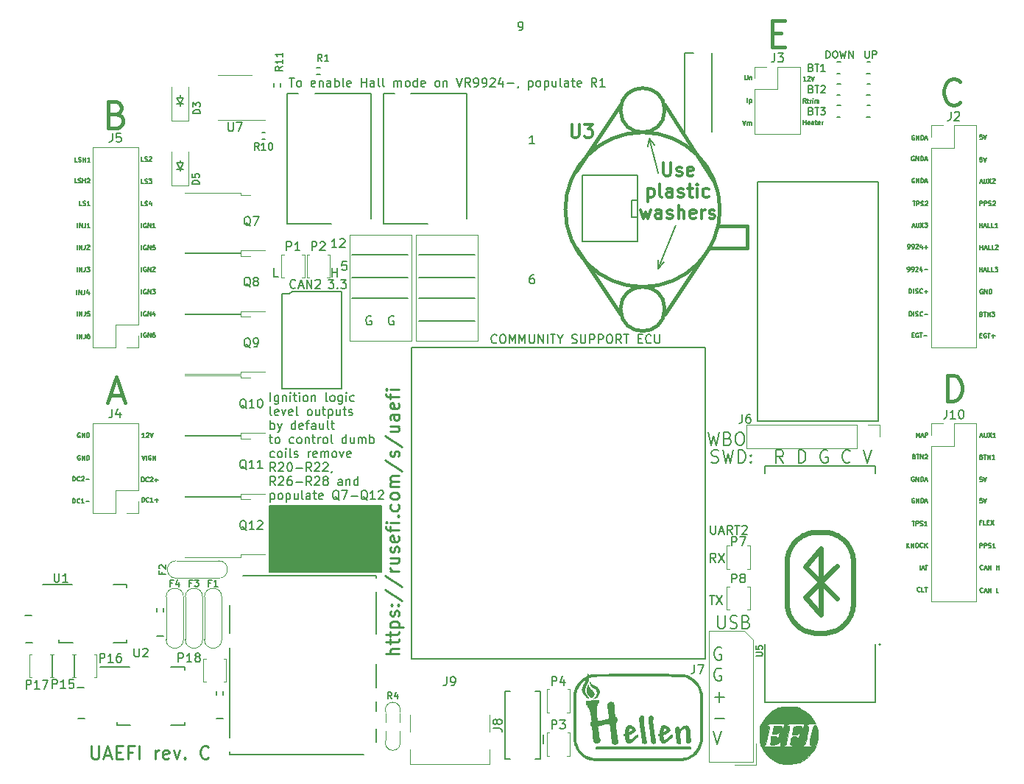
<source format=gto>
G04 #@! TF.GenerationSoftware,KiCad,Pcbnew,8.0.4*
G04 #@! TF.CreationDate,2024-09-15T17:26:29+02:00*
G04 #@! TF.ProjectId,uaefi_v2.0,75616566-695f-4763-922e-302e6b696361,C*
G04 #@! TF.SameCoordinates,PX2faf080PY9896800*
G04 #@! TF.FileFunction,Legend,Top*
G04 #@! TF.FilePolarity,Positive*
%FSLAX46Y46*%
G04 Gerber Fmt 4.6, Leading zero omitted, Abs format (unit mm)*
G04 Created by KiCad (PCBNEW 8.0.4) date 2024-09-15 17:26:29*
%MOMM*%
%LPD*%
G01*
G04 APERTURE LIST*
%ADD10C,0.150000*%
%ADD11C,0.127000*%
%ADD12C,0.450000*%
%ADD13C,0.200000*%
%ADD14C,0.170000*%
%ADD15C,0.250000*%
%ADD16C,0.304800*%
%ADD17C,0.120000*%
%ADD18C,0.203200*%
%ADD19C,0.000000*%
%ADD20C,0.631031*%
%ADD21C,0.099060*%
%ADD22C,0.002540*%
%ADD23C,0.381000*%
G04 APERTURE END LIST*
D10*
X46500000Y53800000D02*
X52900000Y53800000D01*
X46500000Y51200000D02*
X52900000Y51200000D01*
X38800000Y58800000D02*
X45200000Y58800000D01*
X29270000Y29932435D02*
X42186015Y29932435D01*
X42186015Y22357565D01*
X29270000Y22357565D01*
X29270000Y29932435D01*
G36*
X29270000Y29932435D02*
G01*
X42186015Y29932435D01*
X42186015Y22357565D01*
X29270000Y22357565D01*
X29270000Y29932435D01*
G37*
X46500000Y56200000D02*
X52900000Y56200000D01*
X38800000Y53800000D02*
X45200000Y53800000D01*
X46500000Y58800000D02*
X52900000Y58800000D01*
X38800000Y56200000D02*
X45200000Y56200000D01*
D11*
X102880019Y51743320D02*
X102880019Y52251320D01*
X102880019Y52251320D02*
X103000971Y52251320D01*
X103000971Y52251320D02*
X103073543Y52227130D01*
X103073543Y52227130D02*
X103121924Y52178749D01*
X103121924Y52178749D02*
X103146114Y52130368D01*
X103146114Y52130368D02*
X103170305Y52033606D01*
X103170305Y52033606D02*
X103170305Y51961034D01*
X103170305Y51961034D02*
X103146114Y51864272D01*
X103146114Y51864272D02*
X103121924Y51815891D01*
X103121924Y51815891D02*
X103073543Y51767510D01*
X103073543Y51767510D02*
X103000971Y51743320D01*
X103000971Y51743320D02*
X102880019Y51743320D01*
X103388019Y51743320D02*
X103388019Y52251320D01*
X103605733Y51767510D02*
X103678305Y51743320D01*
X103678305Y51743320D02*
X103799257Y51743320D01*
X103799257Y51743320D02*
X103847638Y51767510D01*
X103847638Y51767510D02*
X103871829Y51791701D01*
X103871829Y51791701D02*
X103896019Y51840082D01*
X103896019Y51840082D02*
X103896019Y51888463D01*
X103896019Y51888463D02*
X103871829Y51936844D01*
X103871829Y51936844D02*
X103847638Y51961034D01*
X103847638Y51961034D02*
X103799257Y51985225D01*
X103799257Y51985225D02*
X103702495Y52009415D01*
X103702495Y52009415D02*
X103654114Y52033606D01*
X103654114Y52033606D02*
X103629924Y52057796D01*
X103629924Y52057796D02*
X103605733Y52106177D01*
X103605733Y52106177D02*
X103605733Y52154558D01*
X103605733Y52154558D02*
X103629924Y52202939D01*
X103629924Y52202939D02*
X103654114Y52227130D01*
X103654114Y52227130D02*
X103702495Y52251320D01*
X103702495Y52251320D02*
X103823448Y52251320D01*
X103823448Y52251320D02*
X103896019Y52227130D01*
X104404020Y51791701D02*
X104379829Y51767510D01*
X104379829Y51767510D02*
X104307258Y51743320D01*
X104307258Y51743320D02*
X104258877Y51743320D01*
X104258877Y51743320D02*
X104186305Y51767510D01*
X104186305Y51767510D02*
X104137924Y51815891D01*
X104137924Y51815891D02*
X104113734Y51864272D01*
X104113734Y51864272D02*
X104089543Y51961034D01*
X104089543Y51961034D02*
X104089543Y52033606D01*
X104089543Y52033606D02*
X104113734Y52130368D01*
X104113734Y52130368D02*
X104137924Y52178749D01*
X104137924Y52178749D02*
X104186305Y52227130D01*
X104186305Y52227130D02*
X104258877Y52251320D01*
X104258877Y52251320D02*
X104307258Y52251320D01*
X104307258Y52251320D02*
X104379829Y52227130D01*
X104379829Y52227130D02*
X104404020Y52202939D01*
X104621734Y51936844D02*
X105008782Y51936844D01*
D10*
X36514286Y56245181D02*
X36514286Y57245181D01*
X36514286Y56768991D02*
X37085714Y56768991D01*
X37085714Y56245181D02*
X37085714Y57245181D01*
D11*
X91011123Y78821794D02*
X90720837Y78821794D01*
X90865980Y78821794D02*
X90865980Y79329794D01*
X90865980Y79329794D02*
X90817599Y79257223D01*
X90817599Y79257223D02*
X90769218Y79208842D01*
X90769218Y79208842D02*
X90720837Y79184651D01*
X91204647Y79281413D02*
X91228838Y79305604D01*
X91228838Y79305604D02*
X91277219Y79329794D01*
X91277219Y79329794D02*
X91398171Y79329794D01*
X91398171Y79329794D02*
X91446552Y79305604D01*
X91446552Y79305604D02*
X91470743Y79281413D01*
X91470743Y79281413D02*
X91494933Y79233032D01*
X91494933Y79233032D02*
X91494933Y79184651D01*
X91494933Y79184651D02*
X91470743Y79112080D01*
X91470743Y79112080D02*
X91180457Y78821794D01*
X91180457Y78821794D02*
X91494933Y78821794D01*
X91640076Y79329794D02*
X91809410Y78821794D01*
X91809410Y78821794D02*
X91978743Y79329794D01*
D12*
X11703885Y74975372D02*
X12132457Y74832515D01*
X12132457Y74832515D02*
X12275314Y74689658D01*
X12275314Y74689658D02*
X12418171Y74403943D01*
X12418171Y74403943D02*
X12418171Y73975372D01*
X12418171Y73975372D02*
X12275314Y73689658D01*
X12275314Y73689658D02*
X12132457Y73546800D01*
X12132457Y73546800D02*
X11846742Y73403943D01*
X11846742Y73403943D02*
X10703885Y73403943D01*
X10703885Y73403943D02*
X10703885Y76403943D01*
X10703885Y76403943D02*
X11703885Y76403943D01*
X11703885Y76403943D02*
X11989600Y76261086D01*
X11989600Y76261086D02*
X12132457Y76118229D01*
X12132457Y76118229D02*
X12275314Y75832515D01*
X12275314Y75832515D02*
X12275314Y75546800D01*
X12275314Y75546800D02*
X12132457Y75261086D01*
X12132457Y75261086D02*
X11989600Y75118229D01*
X11989600Y75118229D02*
X11703885Y74975372D01*
X11703885Y74975372D02*
X10703885Y74975372D01*
D11*
X7185076Y49179994D02*
X7185076Y49687994D01*
X7426981Y49179994D02*
X7426981Y49687994D01*
X7426981Y49687994D02*
X7717267Y49179994D01*
X7717267Y49179994D02*
X7717267Y49687994D01*
X8104314Y49687994D02*
X8104314Y49325137D01*
X8104314Y49325137D02*
X8080123Y49252565D01*
X8080123Y49252565D02*
X8031742Y49204184D01*
X8031742Y49204184D02*
X7959171Y49179994D01*
X7959171Y49179994D02*
X7910790Y49179994D01*
X8563933Y49687994D02*
X8467171Y49687994D01*
X8467171Y49687994D02*
X8418790Y49663804D01*
X8418790Y49663804D02*
X8394600Y49639613D01*
X8394600Y49639613D02*
X8346219Y49567042D01*
X8346219Y49567042D02*
X8322028Y49470280D01*
X8322028Y49470280D02*
X8322028Y49276756D01*
X8322028Y49276756D02*
X8346219Y49228375D01*
X8346219Y49228375D02*
X8370409Y49204184D01*
X8370409Y49204184D02*
X8418790Y49179994D01*
X8418790Y49179994D02*
X8515552Y49179994D01*
X8515552Y49179994D02*
X8563933Y49204184D01*
X8563933Y49204184D02*
X8588124Y49228375D01*
X8588124Y49228375D02*
X8612314Y49276756D01*
X8612314Y49276756D02*
X8612314Y49397708D01*
X8612314Y49397708D02*
X8588124Y49446089D01*
X8588124Y49446089D02*
X8563933Y49470280D01*
X8563933Y49470280D02*
X8515552Y49494470D01*
X8515552Y49494470D02*
X8418790Y49494470D01*
X8418790Y49494470D02*
X8370409Y49470280D01*
X8370409Y49470280D02*
X8346219Y49446089D01*
X8346219Y49446089D02*
X8322028Y49397708D01*
X14824428Y69576194D02*
X14582523Y69576194D01*
X14582523Y69576194D02*
X14582523Y70084194D01*
X14969570Y69600384D02*
X15042142Y69576194D01*
X15042142Y69576194D02*
X15163094Y69576194D01*
X15163094Y69576194D02*
X15211475Y69600384D01*
X15211475Y69600384D02*
X15235666Y69624575D01*
X15235666Y69624575D02*
X15259856Y69672956D01*
X15259856Y69672956D02*
X15259856Y69721337D01*
X15259856Y69721337D02*
X15235666Y69769718D01*
X15235666Y69769718D02*
X15211475Y69793908D01*
X15211475Y69793908D02*
X15163094Y69818099D01*
X15163094Y69818099D02*
X15066332Y69842289D01*
X15066332Y69842289D02*
X15017951Y69866480D01*
X15017951Y69866480D02*
X14993761Y69890670D01*
X14993761Y69890670D02*
X14969570Y69939051D01*
X14969570Y69939051D02*
X14969570Y69987432D01*
X14969570Y69987432D02*
X14993761Y70035813D01*
X14993761Y70035813D02*
X15017951Y70060004D01*
X15017951Y70060004D02*
X15066332Y70084194D01*
X15066332Y70084194D02*
X15187285Y70084194D01*
X15187285Y70084194D02*
X15259856Y70060004D01*
X15453380Y70035813D02*
X15477571Y70060004D01*
X15477571Y70060004D02*
X15525952Y70084194D01*
X15525952Y70084194D02*
X15646904Y70084194D01*
X15646904Y70084194D02*
X15695285Y70060004D01*
X15695285Y70060004D02*
X15719476Y70035813D01*
X15719476Y70035813D02*
X15743666Y69987432D01*
X15743666Y69987432D02*
X15743666Y69939051D01*
X15743666Y69939051D02*
X15719476Y69866480D01*
X15719476Y69866480D02*
X15429190Y69576194D01*
X15429190Y69576194D02*
X15743666Y69576194D01*
X7134276Y54259994D02*
X7134276Y54767994D01*
X7376181Y54259994D02*
X7376181Y54767994D01*
X7376181Y54767994D02*
X7666467Y54259994D01*
X7666467Y54259994D02*
X7666467Y54767994D01*
X8053514Y54767994D02*
X8053514Y54405137D01*
X8053514Y54405137D02*
X8029323Y54332565D01*
X8029323Y54332565D02*
X7980942Y54284184D01*
X7980942Y54284184D02*
X7908371Y54259994D01*
X7908371Y54259994D02*
X7859990Y54259994D01*
X8513133Y54598661D02*
X8513133Y54259994D01*
X8392181Y54792184D02*
X8271228Y54429327D01*
X8271228Y54429327D02*
X8585705Y54429327D01*
X7166933Y67086994D02*
X6925028Y67086994D01*
X6925028Y67086994D02*
X6925028Y67594994D01*
X7312075Y67111184D02*
X7384647Y67086994D01*
X7384647Y67086994D02*
X7505599Y67086994D01*
X7505599Y67086994D02*
X7553980Y67111184D01*
X7553980Y67111184D02*
X7578171Y67135375D01*
X7578171Y67135375D02*
X7602361Y67183756D01*
X7602361Y67183756D02*
X7602361Y67232137D01*
X7602361Y67232137D02*
X7578171Y67280518D01*
X7578171Y67280518D02*
X7553980Y67304708D01*
X7553980Y67304708D02*
X7505599Y67328899D01*
X7505599Y67328899D02*
X7408837Y67353089D01*
X7408837Y67353089D02*
X7360456Y67377280D01*
X7360456Y67377280D02*
X7336266Y67401470D01*
X7336266Y67401470D02*
X7312075Y67449851D01*
X7312075Y67449851D02*
X7312075Y67498232D01*
X7312075Y67498232D02*
X7336266Y67546613D01*
X7336266Y67546613D02*
X7360456Y67570804D01*
X7360456Y67570804D02*
X7408837Y67594994D01*
X7408837Y67594994D02*
X7529790Y67594994D01*
X7529790Y67594994D02*
X7602361Y67570804D01*
X7820076Y67086994D02*
X7820076Y67594994D01*
X7820076Y67353089D02*
X8110362Y67353089D01*
X8110362Y67086994D02*
X8110362Y67594994D01*
X8328075Y67546613D02*
X8352266Y67570804D01*
X8352266Y67570804D02*
X8400647Y67594994D01*
X8400647Y67594994D02*
X8521599Y67594994D01*
X8521599Y67594994D02*
X8569980Y67570804D01*
X8569980Y67570804D02*
X8594171Y67546613D01*
X8594171Y67546613D02*
X8618361Y67498232D01*
X8618361Y67498232D02*
X8618361Y67449851D01*
X8618361Y67449851D02*
X8594171Y67377280D01*
X8594171Y67377280D02*
X8303885Y67086994D01*
X8303885Y67086994D02*
X8618361Y67086994D01*
X6689171Y32796994D02*
X6689171Y33304994D01*
X6689171Y33304994D02*
X6810123Y33304994D01*
X6810123Y33304994D02*
X6882695Y33280804D01*
X6882695Y33280804D02*
X6931076Y33232423D01*
X6931076Y33232423D02*
X6955266Y33184042D01*
X6955266Y33184042D02*
X6979457Y33087280D01*
X6979457Y33087280D02*
X6979457Y33014708D01*
X6979457Y33014708D02*
X6955266Y32917946D01*
X6955266Y32917946D02*
X6931076Y32869565D01*
X6931076Y32869565D02*
X6882695Y32821184D01*
X6882695Y32821184D02*
X6810123Y32796994D01*
X6810123Y32796994D02*
X6689171Y32796994D01*
X7487457Y32845375D02*
X7463266Y32821184D01*
X7463266Y32821184D02*
X7390695Y32796994D01*
X7390695Y32796994D02*
X7342314Y32796994D01*
X7342314Y32796994D02*
X7269742Y32821184D01*
X7269742Y32821184D02*
X7221361Y32869565D01*
X7221361Y32869565D02*
X7197171Y32917946D01*
X7197171Y32917946D02*
X7172980Y33014708D01*
X7172980Y33014708D02*
X7172980Y33087280D01*
X7172980Y33087280D02*
X7197171Y33184042D01*
X7197171Y33184042D02*
X7221361Y33232423D01*
X7221361Y33232423D02*
X7269742Y33280804D01*
X7269742Y33280804D02*
X7342314Y33304994D01*
X7342314Y33304994D02*
X7390695Y33304994D01*
X7390695Y33304994D02*
X7463266Y33280804D01*
X7463266Y33280804D02*
X7487457Y33256613D01*
X7680980Y33256613D02*
X7705171Y33280804D01*
X7705171Y33280804D02*
X7753552Y33304994D01*
X7753552Y33304994D02*
X7874504Y33304994D01*
X7874504Y33304994D02*
X7922885Y33280804D01*
X7922885Y33280804D02*
X7947076Y33256613D01*
X7947076Y33256613D02*
X7971266Y33208232D01*
X7971266Y33208232D02*
X7971266Y33159851D01*
X7971266Y33159851D02*
X7947076Y33087280D01*
X7947076Y33087280D02*
X7656790Y32796994D01*
X7656790Y32796994D02*
X7971266Y32796994D01*
X8188981Y32990518D02*
X8576029Y32990518D01*
X111269438Y72598794D02*
X111027533Y72598794D01*
X111027533Y72598794D02*
X111003342Y72356889D01*
X111003342Y72356889D02*
X111027533Y72381080D01*
X111027533Y72381080D02*
X111075914Y72405270D01*
X111075914Y72405270D02*
X111196866Y72405270D01*
X111196866Y72405270D02*
X111245247Y72381080D01*
X111245247Y72381080D02*
X111269438Y72356889D01*
X111269438Y72356889D02*
X111293628Y72308508D01*
X111293628Y72308508D02*
X111293628Y72187556D01*
X111293628Y72187556D02*
X111269438Y72139175D01*
X111269438Y72139175D02*
X111245247Y72114984D01*
X111245247Y72114984D02*
X111196866Y72090794D01*
X111196866Y72090794D02*
X111075914Y72090794D01*
X111075914Y72090794D02*
X111027533Y72114984D01*
X111027533Y72114984D02*
X111003342Y72139175D01*
X111438771Y72598794D02*
X111608105Y72090794D01*
X111608105Y72090794D02*
X111777438Y72598794D01*
X111011400Y59416194D02*
X111011400Y59924194D01*
X111011400Y59682289D02*
X111301686Y59682289D01*
X111301686Y59416194D02*
X111301686Y59924194D01*
X111519399Y59561337D02*
X111761304Y59561337D01*
X111471018Y59416194D02*
X111640352Y59924194D01*
X111640352Y59924194D02*
X111809685Y59416194D01*
X112220924Y59416194D02*
X111979019Y59416194D01*
X111979019Y59416194D02*
X111979019Y59924194D01*
X112632162Y59416194D02*
X112390257Y59416194D01*
X112390257Y59416194D02*
X112390257Y59924194D01*
X112777304Y59875813D02*
X112801495Y59900004D01*
X112801495Y59900004D02*
X112849876Y59924194D01*
X112849876Y59924194D02*
X112970828Y59924194D01*
X112970828Y59924194D02*
X113019209Y59900004D01*
X113019209Y59900004D02*
X113043400Y59875813D01*
X113043400Y59875813D02*
X113067590Y59827432D01*
X113067590Y59827432D02*
X113067590Y59779051D01*
X113067590Y59779051D02*
X113043400Y59706480D01*
X113043400Y59706480D02*
X112753114Y59416194D01*
X112753114Y59416194D02*
X113067590Y59416194D01*
X102859619Y54386994D02*
X102859619Y54894994D01*
X102859619Y54894994D02*
X102980571Y54894994D01*
X102980571Y54894994D02*
X103053143Y54870804D01*
X103053143Y54870804D02*
X103101524Y54822423D01*
X103101524Y54822423D02*
X103125714Y54774042D01*
X103125714Y54774042D02*
X103149905Y54677280D01*
X103149905Y54677280D02*
X103149905Y54604708D01*
X103149905Y54604708D02*
X103125714Y54507946D01*
X103125714Y54507946D02*
X103101524Y54459565D01*
X103101524Y54459565D02*
X103053143Y54411184D01*
X103053143Y54411184D02*
X102980571Y54386994D01*
X102980571Y54386994D02*
X102859619Y54386994D01*
X103367619Y54386994D02*
X103367619Y54894994D01*
X103585333Y54411184D02*
X103657905Y54386994D01*
X103657905Y54386994D02*
X103778857Y54386994D01*
X103778857Y54386994D02*
X103827238Y54411184D01*
X103827238Y54411184D02*
X103851429Y54435375D01*
X103851429Y54435375D02*
X103875619Y54483756D01*
X103875619Y54483756D02*
X103875619Y54532137D01*
X103875619Y54532137D02*
X103851429Y54580518D01*
X103851429Y54580518D02*
X103827238Y54604708D01*
X103827238Y54604708D02*
X103778857Y54628899D01*
X103778857Y54628899D02*
X103682095Y54653089D01*
X103682095Y54653089D02*
X103633714Y54677280D01*
X103633714Y54677280D02*
X103609524Y54701470D01*
X103609524Y54701470D02*
X103585333Y54749851D01*
X103585333Y54749851D02*
X103585333Y54798232D01*
X103585333Y54798232D02*
X103609524Y54846613D01*
X103609524Y54846613D02*
X103633714Y54870804D01*
X103633714Y54870804D02*
X103682095Y54894994D01*
X103682095Y54894994D02*
X103803048Y54894994D01*
X103803048Y54894994D02*
X103875619Y54870804D01*
X104383620Y54435375D02*
X104359429Y54411184D01*
X104359429Y54411184D02*
X104286858Y54386994D01*
X104286858Y54386994D02*
X104238477Y54386994D01*
X104238477Y54386994D02*
X104165905Y54411184D01*
X104165905Y54411184D02*
X104117524Y54459565D01*
X104117524Y54459565D02*
X104093334Y54507946D01*
X104093334Y54507946D02*
X104069143Y54604708D01*
X104069143Y54604708D02*
X104069143Y54677280D01*
X104069143Y54677280D02*
X104093334Y54774042D01*
X104093334Y54774042D02*
X104117524Y54822423D01*
X104117524Y54822423D02*
X104165905Y54870804D01*
X104165905Y54870804D02*
X104238477Y54894994D01*
X104238477Y54894994D02*
X104286858Y54894994D01*
X104286858Y54894994D02*
X104359429Y54870804D01*
X104359429Y54870804D02*
X104383620Y54846613D01*
X104601334Y54580518D02*
X104988382Y54580518D01*
X104794858Y54386994D02*
X104794858Y54774042D01*
D13*
X81234349Y13602944D02*
X81101016Y13674373D01*
X81101016Y13674373D02*
X80901016Y13674373D01*
X80901016Y13674373D02*
X80701016Y13602944D01*
X80701016Y13602944D02*
X80567683Y13460087D01*
X80567683Y13460087D02*
X80501016Y13317230D01*
X80501016Y13317230D02*
X80434349Y13031516D01*
X80434349Y13031516D02*
X80434349Y12817230D01*
X80434349Y12817230D02*
X80501016Y12531516D01*
X80501016Y12531516D02*
X80567683Y12388659D01*
X80567683Y12388659D02*
X80701016Y12245801D01*
X80701016Y12245801D02*
X80901016Y12174373D01*
X80901016Y12174373D02*
X81034349Y12174373D01*
X81034349Y12174373D02*
X81234349Y12245801D01*
X81234349Y12245801D02*
X81301016Y12317230D01*
X81301016Y12317230D02*
X81301016Y12817230D01*
X81301016Y12817230D02*
X81034349Y12817230D01*
X81234349Y11188028D02*
X81101016Y11259457D01*
X81101016Y11259457D02*
X80901016Y11259457D01*
X80901016Y11259457D02*
X80701016Y11188028D01*
X80701016Y11188028D02*
X80567683Y11045171D01*
X80567683Y11045171D02*
X80501016Y10902314D01*
X80501016Y10902314D02*
X80434349Y10616600D01*
X80434349Y10616600D02*
X80434349Y10402314D01*
X80434349Y10402314D02*
X80501016Y10116600D01*
X80501016Y10116600D02*
X80567683Y9973743D01*
X80567683Y9973743D02*
X80701016Y9830885D01*
X80701016Y9830885D02*
X80901016Y9759457D01*
X80901016Y9759457D02*
X81034349Y9759457D01*
X81034349Y9759457D02*
X81234349Y9830885D01*
X81234349Y9830885D02*
X81301016Y9902314D01*
X81301016Y9902314D02*
X81301016Y10402314D01*
X81301016Y10402314D02*
X81034349Y10402314D01*
X80501016Y7915969D02*
X81567683Y7915969D01*
X81034349Y7344541D02*
X81034349Y8487398D01*
X80501016Y5501053D02*
X81567683Y5501053D01*
X80301016Y4014709D02*
X80767683Y2514709D01*
X80767683Y2514709D02*
X81234349Y4014709D01*
D11*
X102572962Y25151594D02*
X102572962Y25659594D01*
X102863248Y25151594D02*
X102645533Y25441880D01*
X102863248Y25659594D02*
X102572962Y25369308D01*
X103080962Y25151594D02*
X103080962Y25659594D01*
X103080962Y25659594D02*
X103371248Y25151594D01*
X103371248Y25151594D02*
X103371248Y25659594D01*
X103709914Y25659594D02*
X103806676Y25659594D01*
X103806676Y25659594D02*
X103855057Y25635404D01*
X103855057Y25635404D02*
X103903438Y25587023D01*
X103903438Y25587023D02*
X103927628Y25490261D01*
X103927628Y25490261D02*
X103927628Y25320927D01*
X103927628Y25320927D02*
X103903438Y25224165D01*
X103903438Y25224165D02*
X103855057Y25175784D01*
X103855057Y25175784D02*
X103806676Y25151594D01*
X103806676Y25151594D02*
X103709914Y25151594D01*
X103709914Y25151594D02*
X103661533Y25175784D01*
X103661533Y25175784D02*
X103613152Y25224165D01*
X103613152Y25224165D02*
X103588961Y25320927D01*
X103588961Y25320927D02*
X103588961Y25490261D01*
X103588961Y25490261D02*
X103613152Y25587023D01*
X103613152Y25587023D02*
X103661533Y25635404D01*
X103661533Y25635404D02*
X103709914Y25659594D01*
X104435628Y25199975D02*
X104411437Y25175784D01*
X104411437Y25175784D02*
X104338866Y25151594D01*
X104338866Y25151594D02*
X104290485Y25151594D01*
X104290485Y25151594D02*
X104217913Y25175784D01*
X104217913Y25175784D02*
X104169532Y25224165D01*
X104169532Y25224165D02*
X104145342Y25272546D01*
X104145342Y25272546D02*
X104121151Y25369308D01*
X104121151Y25369308D02*
X104121151Y25441880D01*
X104121151Y25441880D02*
X104145342Y25538642D01*
X104145342Y25538642D02*
X104169532Y25587023D01*
X104169532Y25587023D02*
X104217913Y25635404D01*
X104217913Y25635404D02*
X104290485Y25659594D01*
X104290485Y25659594D02*
X104338866Y25659594D01*
X104338866Y25659594D02*
X104411437Y25635404D01*
X104411437Y25635404D02*
X104435628Y25611213D01*
X104653342Y25151594D02*
X104653342Y25659594D01*
X104943628Y25151594D02*
X104725913Y25441880D01*
X104943628Y25659594D02*
X104653342Y25369308D01*
D10*
X80036779Y27670041D02*
X80036779Y26860518D01*
X80036779Y26860518D02*
X80084398Y26765280D01*
X80084398Y26765280D02*
X80132017Y26717660D01*
X80132017Y26717660D02*
X80227255Y26670041D01*
X80227255Y26670041D02*
X80417731Y26670041D01*
X80417731Y26670041D02*
X80512969Y26717660D01*
X80512969Y26717660D02*
X80560588Y26765280D01*
X80560588Y26765280D02*
X80608207Y26860518D01*
X80608207Y26860518D02*
X80608207Y27670041D01*
X81036779Y26955756D02*
X81512969Y26955756D01*
X80941541Y26670041D02*
X81274874Y27670041D01*
X81274874Y27670041D02*
X81608207Y26670041D01*
X82512969Y26670041D02*
X82179636Y27146232D01*
X81941541Y26670041D02*
X81941541Y27670041D01*
X81941541Y27670041D02*
X82322493Y27670041D01*
X82322493Y27670041D02*
X82417731Y27622422D01*
X82417731Y27622422D02*
X82465350Y27574803D01*
X82465350Y27574803D02*
X82512969Y27479565D01*
X82512969Y27479565D02*
X82512969Y27336708D01*
X82512969Y27336708D02*
X82465350Y27241470D01*
X82465350Y27241470D02*
X82417731Y27193851D01*
X82417731Y27193851D02*
X82322493Y27146232D01*
X82322493Y27146232D02*
X81941541Y27146232D01*
X82798684Y27670041D02*
X83370112Y27670041D01*
X83084398Y26670041D02*
X83084398Y27670041D01*
X83655827Y27574803D02*
X83703446Y27622422D01*
X83703446Y27622422D02*
X83798684Y27670041D01*
X83798684Y27670041D02*
X84036779Y27670041D01*
X84036779Y27670041D02*
X84132017Y27622422D01*
X84132017Y27622422D02*
X84179636Y27574803D01*
X84179636Y27574803D02*
X84227255Y27479565D01*
X84227255Y27479565D02*
X84227255Y27384327D01*
X84227255Y27384327D02*
X84179636Y27241470D01*
X84179636Y27241470D02*
X83608208Y26670041D01*
X83608208Y26670041D02*
X84227255Y26670041D01*
X80608207Y23450153D02*
X80274874Y23926344D01*
X80036779Y23450153D02*
X80036779Y24450153D01*
X80036779Y24450153D02*
X80417731Y24450153D01*
X80417731Y24450153D02*
X80512969Y24402534D01*
X80512969Y24402534D02*
X80560588Y24354915D01*
X80560588Y24354915D02*
X80608207Y24259677D01*
X80608207Y24259677D02*
X80608207Y24116820D01*
X80608207Y24116820D02*
X80560588Y24021582D01*
X80560588Y24021582D02*
X80512969Y23973963D01*
X80512969Y23973963D02*
X80417731Y23926344D01*
X80417731Y23926344D02*
X80036779Y23926344D01*
X80941541Y24450153D02*
X81608207Y23450153D01*
X81608207Y24450153D02*
X80941541Y23450153D01*
X79893922Y19620321D02*
X80465350Y19620321D01*
X80179636Y18620321D02*
X80179636Y19620321D01*
X80703446Y19620321D02*
X81370112Y18620321D01*
X81370112Y19620321D02*
X80703446Y18620321D01*
D12*
X10956916Y42652686D02*
X12385488Y42652686D01*
X10671202Y41795543D02*
X11671202Y44795543D01*
X11671202Y44795543D02*
X12671202Y41795543D01*
D11*
X111244838Y70007994D02*
X111002933Y70007994D01*
X111002933Y70007994D02*
X110978742Y69766089D01*
X110978742Y69766089D02*
X111002933Y69790280D01*
X111002933Y69790280D02*
X111051314Y69814470D01*
X111051314Y69814470D02*
X111172266Y69814470D01*
X111172266Y69814470D02*
X111220647Y69790280D01*
X111220647Y69790280D02*
X111244838Y69766089D01*
X111244838Y69766089D02*
X111269028Y69717708D01*
X111269028Y69717708D02*
X111269028Y69596756D01*
X111269028Y69596756D02*
X111244838Y69548375D01*
X111244838Y69548375D02*
X111220647Y69524184D01*
X111220647Y69524184D02*
X111172266Y69499994D01*
X111172266Y69499994D02*
X111051314Y69499994D01*
X111051314Y69499994D02*
X111002933Y69524184D01*
X111002933Y69524184D02*
X110978742Y69548375D01*
X111414171Y70007994D02*
X111583505Y69499994D01*
X111583505Y69499994D02*
X111752838Y70007994D01*
X111158161Y51986089D02*
X111230733Y51961899D01*
X111230733Y51961899D02*
X111254923Y51937708D01*
X111254923Y51937708D02*
X111279114Y51889327D01*
X111279114Y51889327D02*
X111279114Y51816756D01*
X111279114Y51816756D02*
X111254923Y51768375D01*
X111254923Y51768375D02*
X111230733Y51744184D01*
X111230733Y51744184D02*
X111182352Y51719994D01*
X111182352Y51719994D02*
X110988828Y51719994D01*
X110988828Y51719994D02*
X110988828Y52227994D01*
X110988828Y52227994D02*
X111158161Y52227994D01*
X111158161Y52227994D02*
X111206542Y52203804D01*
X111206542Y52203804D02*
X111230733Y52179613D01*
X111230733Y52179613D02*
X111254923Y52131232D01*
X111254923Y52131232D02*
X111254923Y52082851D01*
X111254923Y52082851D02*
X111230733Y52034470D01*
X111230733Y52034470D02*
X111206542Y52010280D01*
X111206542Y52010280D02*
X111158161Y51986089D01*
X111158161Y51986089D02*
X110988828Y51986089D01*
X111424256Y52227994D02*
X111714542Y52227994D01*
X111569399Y51719994D02*
X111569399Y52227994D01*
X111883876Y51719994D02*
X111883876Y52227994D01*
X111883876Y52227994D02*
X112174162Y51719994D01*
X112174162Y51719994D02*
X112174162Y52227994D01*
X112367685Y52227994D02*
X112682161Y52227994D01*
X112682161Y52227994D02*
X112512828Y52034470D01*
X112512828Y52034470D02*
X112585399Y52034470D01*
X112585399Y52034470D02*
X112633780Y52010280D01*
X112633780Y52010280D02*
X112657971Y51986089D01*
X112657971Y51986089D02*
X112682161Y51937708D01*
X112682161Y51937708D02*
X112682161Y51816756D01*
X112682161Y51816756D02*
X112657971Y51768375D01*
X112657971Y51768375D02*
X112633780Y51744184D01*
X112633780Y51744184D02*
X112585399Y51719994D01*
X112585399Y51719994D02*
X112440256Y51719994D01*
X112440256Y51719994D02*
X112391875Y51744184D01*
X112391875Y51744184D02*
X112367685Y51768375D01*
X111003342Y67181337D02*
X111245247Y67181337D01*
X110954961Y67036194D02*
X111124295Y67544194D01*
X111124295Y67544194D02*
X111293628Y67036194D01*
X111462962Y67544194D02*
X111462962Y67132956D01*
X111462962Y67132956D02*
X111487152Y67084575D01*
X111487152Y67084575D02*
X111511343Y67060384D01*
X111511343Y67060384D02*
X111559724Y67036194D01*
X111559724Y67036194D02*
X111656486Y67036194D01*
X111656486Y67036194D02*
X111704867Y67060384D01*
X111704867Y67060384D02*
X111729057Y67084575D01*
X111729057Y67084575D02*
X111753248Y67132956D01*
X111753248Y67132956D02*
X111753248Y67544194D01*
X111946771Y67544194D02*
X112285438Y67036194D01*
X112285438Y67544194D02*
X111946771Y67036194D01*
X112454771Y67495813D02*
X112478962Y67520004D01*
X112478962Y67520004D02*
X112527343Y67544194D01*
X112527343Y67544194D02*
X112648295Y67544194D01*
X112648295Y67544194D02*
X112696676Y67520004D01*
X112696676Y67520004D02*
X112720867Y67495813D01*
X112720867Y67495813D02*
X112745057Y67447432D01*
X112745057Y67447432D02*
X112745057Y67399051D01*
X112745057Y67399051D02*
X112720867Y67326480D01*
X112720867Y67326480D02*
X112430581Y67036194D01*
X112430581Y67036194D02*
X112745057Y67036194D01*
D10*
X36052381Y55945181D02*
X36671428Y55945181D01*
X36671428Y55945181D02*
X36338095Y55564229D01*
X36338095Y55564229D02*
X36480952Y55564229D01*
X36480952Y55564229D02*
X36576190Y55516610D01*
X36576190Y55516610D02*
X36623809Y55468991D01*
X36623809Y55468991D02*
X36671428Y55373753D01*
X36671428Y55373753D02*
X36671428Y55135658D01*
X36671428Y55135658D02*
X36623809Y55040420D01*
X36623809Y55040420D02*
X36576190Y54992800D01*
X36576190Y54992800D02*
X36480952Y54945181D01*
X36480952Y54945181D02*
X36195238Y54945181D01*
X36195238Y54945181D02*
X36100000Y54992800D01*
X36100000Y54992800D02*
X36052381Y55040420D01*
X37100000Y55040420D02*
X37147619Y54992800D01*
X37147619Y54992800D02*
X37100000Y54945181D01*
X37100000Y54945181D02*
X37052381Y54992800D01*
X37052381Y54992800D02*
X37100000Y55040420D01*
X37100000Y55040420D02*
X37100000Y54945181D01*
X37480952Y55945181D02*
X38099999Y55945181D01*
X38099999Y55945181D02*
X37766666Y55564229D01*
X37766666Y55564229D02*
X37909523Y55564229D01*
X37909523Y55564229D02*
X38004761Y55516610D01*
X38004761Y55516610D02*
X38052380Y55468991D01*
X38052380Y55468991D02*
X38099999Y55373753D01*
X38099999Y55373753D02*
X38099999Y55135658D01*
X38099999Y55135658D02*
X38052380Y55040420D01*
X38052380Y55040420D02*
X38004761Y54992800D01*
X38004761Y54992800D02*
X37909523Y54945181D01*
X37909523Y54945181D02*
X37623809Y54945181D01*
X37623809Y54945181D02*
X37528571Y54992800D01*
X37528571Y54992800D02*
X37480952Y55040420D01*
D11*
X103193446Y28174194D02*
X103483732Y28174194D01*
X103338589Y27666194D02*
X103338589Y28174194D01*
X103653066Y27666194D02*
X103653066Y28174194D01*
X103653066Y28174194D02*
X103846590Y28174194D01*
X103846590Y28174194D02*
X103894971Y28150004D01*
X103894971Y28150004D02*
X103919161Y28125813D01*
X103919161Y28125813D02*
X103943352Y28077432D01*
X103943352Y28077432D02*
X103943352Y28004861D01*
X103943352Y28004861D02*
X103919161Y27956480D01*
X103919161Y27956480D02*
X103894971Y27932289D01*
X103894971Y27932289D02*
X103846590Y27908099D01*
X103846590Y27908099D02*
X103653066Y27908099D01*
X104136875Y27690384D02*
X104209447Y27666194D01*
X104209447Y27666194D02*
X104330399Y27666194D01*
X104330399Y27666194D02*
X104378780Y27690384D01*
X104378780Y27690384D02*
X104402971Y27714575D01*
X104402971Y27714575D02*
X104427161Y27762956D01*
X104427161Y27762956D02*
X104427161Y27811337D01*
X104427161Y27811337D02*
X104402971Y27859718D01*
X104402971Y27859718D02*
X104378780Y27883908D01*
X104378780Y27883908D02*
X104330399Y27908099D01*
X104330399Y27908099D02*
X104233637Y27932289D01*
X104233637Y27932289D02*
X104185256Y27956480D01*
X104185256Y27956480D02*
X104161066Y27980670D01*
X104161066Y27980670D02*
X104136875Y28029051D01*
X104136875Y28029051D02*
X104136875Y28077432D01*
X104136875Y28077432D02*
X104161066Y28125813D01*
X104161066Y28125813D02*
X104185256Y28150004D01*
X104185256Y28150004D02*
X104233637Y28174194D01*
X104233637Y28174194D02*
X104354590Y28174194D01*
X104354590Y28174194D02*
X104427161Y28150004D01*
X104910971Y27666194D02*
X104620685Y27666194D01*
X104765828Y27666194D02*
X104765828Y28174194D01*
X104765828Y28174194D02*
X104717447Y28101623D01*
X104717447Y28101623D02*
X104669066Y28053242D01*
X104669066Y28053242D02*
X104620685Y28029051D01*
D14*
X97801459Y82245592D02*
X97801459Y81581782D01*
X97801459Y81581782D02*
X97840506Y81503687D01*
X97840506Y81503687D02*
X97879554Y81464639D01*
X97879554Y81464639D02*
X97957649Y81425592D01*
X97957649Y81425592D02*
X98113840Y81425592D01*
X98113840Y81425592D02*
X98191935Y81464639D01*
X98191935Y81464639D02*
X98230982Y81503687D01*
X98230982Y81503687D02*
X98270030Y81581782D01*
X98270030Y81581782D02*
X98270030Y82245592D01*
X98660507Y81425592D02*
X98660507Y82245592D01*
X98660507Y82245592D02*
X98972888Y82245592D01*
X98972888Y82245592D02*
X99050983Y82206544D01*
X99050983Y82206544D02*
X99090030Y82167497D01*
X99090030Y82167497D02*
X99129078Y82089401D01*
X99129078Y82089401D02*
X99129078Y81972259D01*
X99129078Y81972259D02*
X99090030Y81894163D01*
X99090030Y81894163D02*
X99050983Y81855116D01*
X99050983Y81855116D02*
X98972888Y81816068D01*
X98972888Y81816068D02*
X98660507Y81816068D01*
D10*
X38138095Y58045181D02*
X37661905Y58045181D01*
X37661905Y58045181D02*
X37614286Y57568991D01*
X37614286Y57568991D02*
X37661905Y57616610D01*
X37661905Y57616610D02*
X37757143Y57664229D01*
X37757143Y57664229D02*
X37995238Y57664229D01*
X37995238Y57664229D02*
X38090476Y57616610D01*
X38090476Y57616610D02*
X38138095Y57568991D01*
X38138095Y57568991D02*
X38185714Y57473753D01*
X38185714Y57473753D02*
X38185714Y57235658D01*
X38185714Y57235658D02*
X38138095Y57140420D01*
X38138095Y57140420D02*
X38090476Y57092800D01*
X38090476Y57092800D02*
X37995238Y57045181D01*
X37995238Y57045181D02*
X37757143Y57045181D01*
X37757143Y57045181D02*
X37661905Y57092800D01*
X37661905Y57092800D02*
X37614286Y57140420D01*
D11*
X103206342Y62126737D02*
X103448247Y62126737D01*
X103157961Y61981594D02*
X103327295Y62489594D01*
X103327295Y62489594D02*
X103496628Y61981594D01*
X103665962Y62489594D02*
X103665962Y62078356D01*
X103665962Y62078356D02*
X103690152Y62029975D01*
X103690152Y62029975D02*
X103714343Y62005784D01*
X103714343Y62005784D02*
X103762724Y61981594D01*
X103762724Y61981594D02*
X103859486Y61981594D01*
X103859486Y61981594D02*
X103907867Y62005784D01*
X103907867Y62005784D02*
X103932057Y62029975D01*
X103932057Y62029975D02*
X103956248Y62078356D01*
X103956248Y62078356D02*
X103956248Y62489594D01*
X104149771Y62489594D02*
X104488438Y61981594D01*
X104488438Y62489594D02*
X104149771Y61981594D01*
X104633581Y62489594D02*
X104948057Y62489594D01*
X104948057Y62489594D02*
X104778724Y62296070D01*
X104778724Y62296070D02*
X104851295Y62296070D01*
X104851295Y62296070D02*
X104899676Y62271880D01*
X104899676Y62271880D02*
X104923867Y62247689D01*
X104923867Y62247689D02*
X104948057Y62199308D01*
X104948057Y62199308D02*
X104948057Y62078356D01*
X104948057Y62078356D02*
X104923867Y62029975D01*
X104923867Y62029975D02*
X104899676Y62005784D01*
X104899676Y62005784D02*
X104851295Y61981594D01*
X104851295Y61981594D02*
X104706152Y61981594D01*
X104706152Y61981594D02*
X104657771Y62005784D01*
X104657771Y62005784D02*
X104633581Y62029975D01*
D14*
X91574792Y80355116D02*
X91691935Y80316068D01*
X91691935Y80316068D02*
X91730982Y80277020D01*
X91730982Y80277020D02*
X91770030Y80198925D01*
X91770030Y80198925D02*
X91770030Y80081782D01*
X91770030Y80081782D02*
X91730982Y80003687D01*
X91730982Y80003687D02*
X91691935Y79964639D01*
X91691935Y79964639D02*
X91613840Y79925592D01*
X91613840Y79925592D02*
X91301459Y79925592D01*
X91301459Y79925592D02*
X91301459Y80745592D01*
X91301459Y80745592D02*
X91574792Y80745592D01*
X91574792Y80745592D02*
X91652887Y80706544D01*
X91652887Y80706544D02*
X91691935Y80667497D01*
X91691935Y80667497D02*
X91730982Y80589401D01*
X91730982Y80589401D02*
X91730982Y80511306D01*
X91730982Y80511306D02*
X91691935Y80433211D01*
X91691935Y80433211D02*
X91652887Y80394163D01*
X91652887Y80394163D02*
X91574792Y80355116D01*
X91574792Y80355116D02*
X91301459Y80355116D01*
X92004316Y80745592D02*
X92472887Y80745592D01*
X92238601Y79925592D02*
X92238601Y80745592D01*
X93175744Y79925592D02*
X92707173Y79925592D01*
X92941459Y79925592D02*
X92941459Y80745592D01*
X92941459Y80745592D02*
X92863363Y80628449D01*
X92863363Y80628449D02*
X92785268Y80550354D01*
X92785268Y80550354D02*
X92707173Y80511306D01*
D11*
X90974838Y76256394D02*
X90805504Y76498299D01*
X90684552Y76256394D02*
X90684552Y76764394D01*
X90684552Y76764394D02*
X90878076Y76764394D01*
X90878076Y76764394D02*
X90926457Y76740204D01*
X90926457Y76740204D02*
X90950647Y76716013D01*
X90950647Y76716013D02*
X90974838Y76667632D01*
X90974838Y76667632D02*
X90974838Y76595061D01*
X90974838Y76595061D02*
X90950647Y76546680D01*
X90950647Y76546680D02*
X90926457Y76522489D01*
X90926457Y76522489D02*
X90878076Y76498299D01*
X90878076Y76498299D02*
X90684552Y76498299D01*
X91119980Y76595061D02*
X91313504Y76595061D01*
X91192552Y76764394D02*
X91192552Y76328965D01*
X91192552Y76328965D02*
X91216742Y76280584D01*
X91216742Y76280584D02*
X91265123Y76256394D01*
X91265123Y76256394D02*
X91313504Y76256394D01*
X91482838Y76256394D02*
X91482838Y76595061D01*
X91482838Y76498299D02*
X91507028Y76546680D01*
X91507028Y76546680D02*
X91531219Y76570870D01*
X91531219Y76570870D02*
X91579600Y76595061D01*
X91579600Y76595061D02*
X91627981Y76595061D01*
X91797314Y76256394D02*
X91797314Y76595061D01*
X91797314Y76764394D02*
X91773123Y76740204D01*
X91773123Y76740204D02*
X91797314Y76716013D01*
X91797314Y76716013D02*
X91821504Y76740204D01*
X91821504Y76740204D02*
X91797314Y76764394D01*
X91797314Y76764394D02*
X91797314Y76716013D01*
X92039219Y76256394D02*
X92039219Y76595061D01*
X92039219Y76546680D02*
X92063409Y76570870D01*
X92063409Y76570870D02*
X92111790Y76595061D01*
X92111790Y76595061D02*
X92184362Y76595061D01*
X92184362Y76595061D02*
X92232743Y76570870D01*
X92232743Y76570870D02*
X92256933Y76522489D01*
X92256933Y76522489D02*
X92256933Y76256394D01*
X92256933Y76522489D02*
X92281124Y76570870D01*
X92281124Y76570870D02*
X92329505Y76595061D01*
X92329505Y76595061D02*
X92402076Y76595061D01*
X92402076Y76595061D02*
X92450457Y76570870D01*
X92450457Y76570870D02*
X92474647Y76522489D01*
X92474647Y76522489D02*
X92474647Y76256394D01*
X7499552Y38284604D02*
X7451171Y38308794D01*
X7451171Y38308794D02*
X7378600Y38308794D01*
X7378600Y38308794D02*
X7306028Y38284604D01*
X7306028Y38284604D02*
X7257647Y38236223D01*
X7257647Y38236223D02*
X7233457Y38187842D01*
X7233457Y38187842D02*
X7209266Y38091080D01*
X7209266Y38091080D02*
X7209266Y38018508D01*
X7209266Y38018508D02*
X7233457Y37921746D01*
X7233457Y37921746D02*
X7257647Y37873365D01*
X7257647Y37873365D02*
X7306028Y37824984D01*
X7306028Y37824984D02*
X7378600Y37800794D01*
X7378600Y37800794D02*
X7426981Y37800794D01*
X7426981Y37800794D02*
X7499552Y37824984D01*
X7499552Y37824984D02*
X7523743Y37849175D01*
X7523743Y37849175D02*
X7523743Y38018508D01*
X7523743Y38018508D02*
X7426981Y38018508D01*
X7741457Y37800794D02*
X7741457Y38308794D01*
X7741457Y38308794D02*
X8031743Y37800794D01*
X8031743Y37800794D02*
X8031743Y38308794D01*
X8273647Y37800794D02*
X8273647Y38308794D01*
X8273647Y38308794D02*
X8394599Y38308794D01*
X8394599Y38308794D02*
X8467171Y38284604D01*
X8467171Y38284604D02*
X8515552Y38236223D01*
X8515552Y38236223D02*
X8539742Y38187842D01*
X8539742Y38187842D02*
X8563933Y38091080D01*
X8563933Y38091080D02*
X8563933Y38018508D01*
X8563933Y38018508D02*
X8539742Y37921746D01*
X8539742Y37921746D02*
X8515552Y37873365D01*
X8515552Y37873365D02*
X8467171Y37824984D01*
X8467171Y37824984D02*
X8394599Y37800794D01*
X8394599Y37800794D02*
X8273647Y37800794D01*
X111054142Y37971337D02*
X111296047Y37971337D01*
X111005761Y37826194D02*
X111175095Y38334194D01*
X111175095Y38334194D02*
X111344428Y37826194D01*
X111513762Y38334194D02*
X111513762Y37922956D01*
X111513762Y37922956D02*
X111537952Y37874575D01*
X111537952Y37874575D02*
X111562143Y37850384D01*
X111562143Y37850384D02*
X111610524Y37826194D01*
X111610524Y37826194D02*
X111707286Y37826194D01*
X111707286Y37826194D02*
X111755667Y37850384D01*
X111755667Y37850384D02*
X111779857Y37874575D01*
X111779857Y37874575D02*
X111804048Y37922956D01*
X111804048Y37922956D02*
X111804048Y38334194D01*
X111997571Y38334194D02*
X112336238Y37826194D01*
X112336238Y38334194D02*
X111997571Y37826194D01*
X112795857Y37826194D02*
X112505571Y37826194D01*
X112650714Y37826194D02*
X112650714Y38334194D01*
X112650714Y38334194D02*
X112602333Y38261623D01*
X112602333Y38261623D02*
X112553952Y38213242D01*
X112553952Y38213242D02*
X112505571Y38189051D01*
D10*
X37009523Y59645181D02*
X36438095Y59645181D01*
X36723809Y59645181D02*
X36723809Y60645181D01*
X36723809Y60645181D02*
X36628571Y60502324D01*
X36628571Y60502324D02*
X36533333Y60407086D01*
X36533333Y60407086D02*
X36438095Y60359467D01*
X37390476Y60549943D02*
X37438095Y60597562D01*
X37438095Y60597562D02*
X37533333Y60645181D01*
X37533333Y60645181D02*
X37771428Y60645181D01*
X37771428Y60645181D02*
X37866666Y60597562D01*
X37866666Y60597562D02*
X37914285Y60549943D01*
X37914285Y60549943D02*
X37961904Y60454705D01*
X37961904Y60454705D02*
X37961904Y60359467D01*
X37961904Y60359467D02*
X37914285Y60216610D01*
X37914285Y60216610D02*
X37342857Y59645181D01*
X37342857Y59645181D02*
X37961904Y59645181D01*
D11*
X14912723Y37800794D02*
X14622437Y37800794D01*
X14767580Y37800794D02*
X14767580Y38308794D01*
X14767580Y38308794D02*
X14719199Y38236223D01*
X14719199Y38236223D02*
X14670818Y38187842D01*
X14670818Y38187842D02*
X14622437Y38163651D01*
X15106247Y38260413D02*
X15130438Y38284604D01*
X15130438Y38284604D02*
X15178819Y38308794D01*
X15178819Y38308794D02*
X15299771Y38308794D01*
X15299771Y38308794D02*
X15348152Y38284604D01*
X15348152Y38284604D02*
X15372343Y38260413D01*
X15372343Y38260413D02*
X15396533Y38212032D01*
X15396533Y38212032D02*
X15396533Y38163651D01*
X15396533Y38163651D02*
X15372343Y38091080D01*
X15372343Y38091080D02*
X15082057Y37800794D01*
X15082057Y37800794D02*
X15396533Y37800794D01*
X15541676Y38308794D02*
X15711010Y37800794D01*
X15711010Y37800794D02*
X15880343Y38308794D01*
X7159676Y56876194D02*
X7159676Y57384194D01*
X7401581Y56876194D02*
X7401581Y57384194D01*
X7401581Y57384194D02*
X7691867Y56876194D01*
X7691867Y56876194D02*
X7691867Y57384194D01*
X8078914Y57384194D02*
X8078914Y57021337D01*
X8078914Y57021337D02*
X8054723Y56948765D01*
X8054723Y56948765D02*
X8006342Y56900384D01*
X8006342Y56900384D02*
X7933771Y56876194D01*
X7933771Y56876194D02*
X7885390Y56876194D01*
X8272438Y57384194D02*
X8586914Y57384194D01*
X8586914Y57384194D02*
X8417581Y57190670D01*
X8417581Y57190670D02*
X8490152Y57190670D01*
X8490152Y57190670D02*
X8538533Y57166480D01*
X8538533Y57166480D02*
X8562724Y57142289D01*
X8562724Y57142289D02*
X8586914Y57093908D01*
X8586914Y57093908D02*
X8586914Y56972956D01*
X8586914Y56972956D02*
X8562724Y56924575D01*
X8562724Y56924575D02*
X8538533Y56900384D01*
X8538533Y56900384D02*
X8490152Y56876194D01*
X8490152Y56876194D02*
X8345009Y56876194D01*
X8345009Y56876194D02*
X8296628Y56900384D01*
X8296628Y56900384D02*
X8272438Y56924575D01*
D13*
X80107768Y34926179D02*
X80314911Y34854751D01*
X80314911Y34854751D02*
X80660149Y34854751D01*
X80660149Y34854751D02*
X80798244Y34926179D01*
X80798244Y34926179D02*
X80867292Y34997608D01*
X80867292Y34997608D02*
X80936339Y35140465D01*
X80936339Y35140465D02*
X80936339Y35283322D01*
X80936339Y35283322D02*
X80867292Y35426179D01*
X80867292Y35426179D02*
X80798244Y35497608D01*
X80798244Y35497608D02*
X80660149Y35569037D01*
X80660149Y35569037D02*
X80383958Y35640465D01*
X80383958Y35640465D02*
X80245863Y35711894D01*
X80245863Y35711894D02*
X80176816Y35783322D01*
X80176816Y35783322D02*
X80107768Y35926179D01*
X80107768Y35926179D02*
X80107768Y36069037D01*
X80107768Y36069037D02*
X80176816Y36211894D01*
X80176816Y36211894D02*
X80245863Y36283322D01*
X80245863Y36283322D02*
X80383958Y36354751D01*
X80383958Y36354751D02*
X80729197Y36354751D01*
X80729197Y36354751D02*
X80936339Y36283322D01*
X81419672Y36354751D02*
X81764910Y34854751D01*
X81764910Y34854751D02*
X82041101Y35926179D01*
X82041101Y35926179D02*
X82317291Y34854751D01*
X82317291Y34854751D02*
X82662530Y36354751D01*
X83214911Y34854751D02*
X83214911Y36354751D01*
X83214911Y36354751D02*
X83560149Y36354751D01*
X83560149Y36354751D02*
X83767292Y36283322D01*
X83767292Y36283322D02*
X83905387Y36140465D01*
X83905387Y36140465D02*
X83974434Y35997608D01*
X83974434Y35997608D02*
X84043482Y35711894D01*
X84043482Y35711894D02*
X84043482Y35497608D01*
X84043482Y35497608D02*
X83974434Y35211894D01*
X83974434Y35211894D02*
X83905387Y35069037D01*
X83905387Y35069037D02*
X83767292Y34926179D01*
X83767292Y34926179D02*
X83560149Y34854751D01*
X83560149Y34854751D02*
X83214911Y34854751D01*
X84664911Y34997608D02*
X84733958Y34926179D01*
X84733958Y34926179D02*
X84664911Y34854751D01*
X84664911Y34854751D02*
X84595863Y34926179D01*
X84595863Y34926179D02*
X84664911Y34997608D01*
X84664911Y34997608D02*
X84664911Y34854751D01*
X84664911Y35783322D02*
X84733958Y35711894D01*
X84733958Y35711894D02*
X84664911Y35640465D01*
X84664911Y35640465D02*
X84595863Y35711894D01*
X84595863Y35711894D02*
X84664911Y35783322D01*
X84664911Y35783322D02*
X84664911Y35640465D01*
X88393482Y34854751D02*
X87910149Y35569037D01*
X87564911Y34854751D02*
X87564911Y36354751D01*
X87564911Y36354751D02*
X88117292Y36354751D01*
X88117292Y36354751D02*
X88255387Y36283322D01*
X88255387Y36283322D02*
X88324434Y36211894D01*
X88324434Y36211894D02*
X88393482Y36069037D01*
X88393482Y36069037D02*
X88393482Y35854751D01*
X88393482Y35854751D02*
X88324434Y35711894D01*
X88324434Y35711894D02*
X88255387Y35640465D01*
X88255387Y35640465D02*
X88117292Y35569037D01*
X88117292Y35569037D02*
X87564911Y35569037D01*
X90119673Y34854751D02*
X90119673Y36354751D01*
X90119673Y36354751D02*
X90464911Y36354751D01*
X90464911Y36354751D02*
X90672054Y36283322D01*
X90672054Y36283322D02*
X90810149Y36140465D01*
X90810149Y36140465D02*
X90879196Y35997608D01*
X90879196Y35997608D02*
X90948244Y35711894D01*
X90948244Y35711894D02*
X90948244Y35497608D01*
X90948244Y35497608D02*
X90879196Y35211894D01*
X90879196Y35211894D02*
X90810149Y35069037D01*
X90810149Y35069037D02*
X90672054Y34926179D01*
X90672054Y34926179D02*
X90464911Y34854751D01*
X90464911Y34854751D02*
X90119673Y34854751D01*
X93433958Y36283322D02*
X93295863Y36354751D01*
X93295863Y36354751D02*
X93088720Y36354751D01*
X93088720Y36354751D02*
X92881577Y36283322D01*
X92881577Y36283322D02*
X92743482Y36140465D01*
X92743482Y36140465D02*
X92674435Y35997608D01*
X92674435Y35997608D02*
X92605387Y35711894D01*
X92605387Y35711894D02*
X92605387Y35497608D01*
X92605387Y35497608D02*
X92674435Y35211894D01*
X92674435Y35211894D02*
X92743482Y35069037D01*
X92743482Y35069037D02*
X92881577Y34926179D01*
X92881577Y34926179D02*
X93088720Y34854751D01*
X93088720Y34854751D02*
X93226816Y34854751D01*
X93226816Y34854751D02*
X93433958Y34926179D01*
X93433958Y34926179D02*
X93503006Y34997608D01*
X93503006Y34997608D02*
X93503006Y35497608D01*
X93503006Y35497608D02*
X93226816Y35497608D01*
X96057768Y34997608D02*
X95988720Y34926179D01*
X95988720Y34926179D02*
X95781578Y34854751D01*
X95781578Y34854751D02*
X95643482Y34854751D01*
X95643482Y34854751D02*
X95436339Y34926179D01*
X95436339Y34926179D02*
X95298244Y35069037D01*
X95298244Y35069037D02*
X95229197Y35211894D01*
X95229197Y35211894D02*
X95160149Y35497608D01*
X95160149Y35497608D02*
X95160149Y35711894D01*
X95160149Y35711894D02*
X95229197Y35997608D01*
X95229197Y35997608D02*
X95298244Y36140465D01*
X95298244Y36140465D02*
X95436339Y36283322D01*
X95436339Y36283322D02*
X95643482Y36354751D01*
X95643482Y36354751D02*
X95781578Y36354751D01*
X95781578Y36354751D02*
X95988720Y36283322D01*
X95988720Y36283322D02*
X96057768Y36211894D01*
X97576816Y36354751D02*
X98060149Y34854751D01*
X98060149Y34854751D02*
X98543482Y36354751D01*
D11*
X14645418Y35717994D02*
X14814752Y35209994D01*
X14814752Y35209994D02*
X14984085Y35717994D01*
X15153419Y35209994D02*
X15153419Y35717994D01*
X15661419Y35693804D02*
X15613038Y35717994D01*
X15613038Y35717994D02*
X15540467Y35717994D01*
X15540467Y35717994D02*
X15467895Y35693804D01*
X15467895Y35693804D02*
X15419514Y35645423D01*
X15419514Y35645423D02*
X15395324Y35597042D01*
X15395324Y35597042D02*
X15371133Y35500280D01*
X15371133Y35500280D02*
X15371133Y35427708D01*
X15371133Y35427708D02*
X15395324Y35330946D01*
X15395324Y35330946D02*
X15419514Y35282565D01*
X15419514Y35282565D02*
X15467895Y35234184D01*
X15467895Y35234184D02*
X15540467Y35209994D01*
X15540467Y35209994D02*
X15588848Y35209994D01*
X15588848Y35209994D02*
X15661419Y35234184D01*
X15661419Y35234184D02*
X15685610Y35258375D01*
X15685610Y35258375D02*
X15685610Y35427708D01*
X15685610Y35427708D02*
X15588848Y35427708D01*
X15903324Y35209994D02*
X15903324Y35717994D01*
X15903324Y35717994D02*
X16193610Y35209994D01*
X16193610Y35209994D02*
X16193610Y35717994D01*
X111270238Y33203394D02*
X111028333Y33203394D01*
X111028333Y33203394D02*
X111004142Y32961489D01*
X111004142Y32961489D02*
X111028333Y32985680D01*
X111028333Y32985680D02*
X111076714Y33009870D01*
X111076714Y33009870D02*
X111197666Y33009870D01*
X111197666Y33009870D02*
X111246047Y32985680D01*
X111246047Y32985680D02*
X111270238Y32961489D01*
X111270238Y32961489D02*
X111294428Y32913108D01*
X111294428Y32913108D02*
X111294428Y32792156D01*
X111294428Y32792156D02*
X111270238Y32743775D01*
X111270238Y32743775D02*
X111246047Y32719584D01*
X111246047Y32719584D02*
X111197666Y32695394D01*
X111197666Y32695394D02*
X111076714Y32695394D01*
X111076714Y32695394D02*
X111028333Y32719584D01*
X111028333Y32719584D02*
X111004142Y32743775D01*
X111439571Y33203394D02*
X111608905Y32695394D01*
X111608905Y32695394D02*
X111778238Y33203394D01*
X7159676Y59416194D02*
X7159676Y59924194D01*
X7401581Y59416194D02*
X7401581Y59924194D01*
X7401581Y59924194D02*
X7691867Y59416194D01*
X7691867Y59416194D02*
X7691867Y59924194D01*
X8078914Y59924194D02*
X8078914Y59561337D01*
X8078914Y59561337D02*
X8054723Y59488765D01*
X8054723Y59488765D02*
X8006342Y59440384D01*
X8006342Y59440384D02*
X7933771Y59416194D01*
X7933771Y59416194D02*
X7885390Y59416194D01*
X8296628Y59875813D02*
X8320819Y59900004D01*
X8320819Y59900004D02*
X8369200Y59924194D01*
X8369200Y59924194D02*
X8490152Y59924194D01*
X8490152Y59924194D02*
X8538533Y59900004D01*
X8538533Y59900004D02*
X8562724Y59875813D01*
X8562724Y59875813D02*
X8586914Y59827432D01*
X8586914Y59827432D02*
X8586914Y59779051D01*
X8586914Y59779051D02*
X8562724Y59706480D01*
X8562724Y59706480D02*
X8272438Y59416194D01*
X8272438Y59416194D02*
X8586914Y59416194D01*
X104113895Y20119975D02*
X104089704Y20095784D01*
X104089704Y20095784D02*
X104017133Y20071594D01*
X104017133Y20071594D02*
X103968752Y20071594D01*
X103968752Y20071594D02*
X103896180Y20095784D01*
X103896180Y20095784D02*
X103847799Y20144165D01*
X103847799Y20144165D02*
X103823609Y20192546D01*
X103823609Y20192546D02*
X103799418Y20289308D01*
X103799418Y20289308D02*
X103799418Y20361880D01*
X103799418Y20361880D02*
X103823609Y20458642D01*
X103823609Y20458642D02*
X103847799Y20507023D01*
X103847799Y20507023D02*
X103896180Y20555404D01*
X103896180Y20555404D02*
X103968752Y20579594D01*
X103968752Y20579594D02*
X104017133Y20579594D01*
X104017133Y20579594D02*
X104089704Y20555404D01*
X104089704Y20555404D02*
X104113895Y20531213D01*
X104573514Y20071594D02*
X104331609Y20071594D01*
X104331609Y20071594D02*
X104331609Y20579594D01*
X104670275Y20579594D02*
X104960561Y20579594D01*
X104815418Y20071594D02*
X104815418Y20579594D01*
D14*
X93301459Y81425592D02*
X93301459Y82245592D01*
X93301459Y82245592D02*
X93496697Y82245592D01*
X93496697Y82245592D02*
X93613840Y82206544D01*
X93613840Y82206544D02*
X93691935Y82128449D01*
X93691935Y82128449D02*
X93730982Y82050354D01*
X93730982Y82050354D02*
X93770030Y81894163D01*
X93770030Y81894163D02*
X93770030Y81777020D01*
X93770030Y81777020D02*
X93730982Y81620830D01*
X93730982Y81620830D02*
X93691935Y81542735D01*
X93691935Y81542735D02*
X93613840Y81464639D01*
X93613840Y81464639D02*
X93496697Y81425592D01*
X93496697Y81425592D02*
X93301459Y81425592D01*
X94277649Y82245592D02*
X94433840Y82245592D01*
X94433840Y82245592D02*
X94511935Y82206544D01*
X94511935Y82206544D02*
X94590030Y82128449D01*
X94590030Y82128449D02*
X94629078Y81972259D01*
X94629078Y81972259D02*
X94629078Y81698925D01*
X94629078Y81698925D02*
X94590030Y81542735D01*
X94590030Y81542735D02*
X94511935Y81464639D01*
X94511935Y81464639D02*
X94433840Y81425592D01*
X94433840Y81425592D02*
X94277649Y81425592D01*
X94277649Y81425592D02*
X94199554Y81464639D01*
X94199554Y81464639D02*
X94121459Y81542735D01*
X94121459Y81542735D02*
X94082411Y81698925D01*
X94082411Y81698925D02*
X94082411Y81972259D01*
X94082411Y81972259D02*
X94121459Y82128449D01*
X94121459Y82128449D02*
X94199554Y82206544D01*
X94199554Y82206544D02*
X94277649Y82245592D01*
X94902411Y82245592D02*
X95097649Y81425592D01*
X95097649Y81425592D02*
X95253840Y82011306D01*
X95253840Y82011306D02*
X95410030Y81425592D01*
X95410030Y81425592D02*
X95605269Y82245592D01*
X95917650Y81425592D02*
X95917650Y82245592D01*
X95917650Y82245592D02*
X96386221Y81425592D01*
X96386221Y81425592D02*
X96386221Y82245592D01*
D10*
X43561904Y51697562D02*
X43466666Y51745181D01*
X43466666Y51745181D02*
X43323809Y51745181D01*
X43323809Y51745181D02*
X43180952Y51697562D01*
X43180952Y51697562D02*
X43085714Y51602324D01*
X43085714Y51602324D02*
X43038095Y51507086D01*
X43038095Y51507086D02*
X42990476Y51316610D01*
X42990476Y51316610D02*
X42990476Y51173753D01*
X42990476Y51173753D02*
X43038095Y50983277D01*
X43038095Y50983277D02*
X43085714Y50888039D01*
X43085714Y50888039D02*
X43180952Y50792800D01*
X43180952Y50792800D02*
X43323809Y50745181D01*
X43323809Y50745181D02*
X43419047Y50745181D01*
X43419047Y50745181D02*
X43561904Y50792800D01*
X43561904Y50792800D02*
X43609523Y50840420D01*
X43609523Y50840420D02*
X43609523Y51173753D01*
X43609523Y51173753D02*
X43419047Y51173753D01*
X55408207Y48725420D02*
X55360588Y48677800D01*
X55360588Y48677800D02*
X55217731Y48630181D01*
X55217731Y48630181D02*
X55122493Y48630181D01*
X55122493Y48630181D02*
X54979636Y48677800D01*
X54979636Y48677800D02*
X54884398Y48773039D01*
X54884398Y48773039D02*
X54836779Y48868277D01*
X54836779Y48868277D02*
X54789160Y49058753D01*
X54789160Y49058753D02*
X54789160Y49201610D01*
X54789160Y49201610D02*
X54836779Y49392086D01*
X54836779Y49392086D02*
X54884398Y49487324D01*
X54884398Y49487324D02*
X54979636Y49582562D01*
X54979636Y49582562D02*
X55122493Y49630181D01*
X55122493Y49630181D02*
X55217731Y49630181D01*
X55217731Y49630181D02*
X55360588Y49582562D01*
X55360588Y49582562D02*
X55408207Y49534943D01*
X56027255Y49630181D02*
X56217731Y49630181D01*
X56217731Y49630181D02*
X56312969Y49582562D01*
X56312969Y49582562D02*
X56408207Y49487324D01*
X56408207Y49487324D02*
X56455826Y49296848D01*
X56455826Y49296848D02*
X56455826Y48963515D01*
X56455826Y48963515D02*
X56408207Y48773039D01*
X56408207Y48773039D02*
X56312969Y48677800D01*
X56312969Y48677800D02*
X56217731Y48630181D01*
X56217731Y48630181D02*
X56027255Y48630181D01*
X56027255Y48630181D02*
X55932017Y48677800D01*
X55932017Y48677800D02*
X55836779Y48773039D01*
X55836779Y48773039D02*
X55789160Y48963515D01*
X55789160Y48963515D02*
X55789160Y49296848D01*
X55789160Y49296848D02*
X55836779Y49487324D01*
X55836779Y49487324D02*
X55932017Y49582562D01*
X55932017Y49582562D02*
X56027255Y49630181D01*
X56884398Y48630181D02*
X56884398Y49630181D01*
X56884398Y49630181D02*
X57217731Y48915896D01*
X57217731Y48915896D02*
X57551064Y49630181D01*
X57551064Y49630181D02*
X57551064Y48630181D01*
X58027255Y48630181D02*
X58027255Y49630181D01*
X58027255Y49630181D02*
X58360588Y48915896D01*
X58360588Y48915896D02*
X58693921Y49630181D01*
X58693921Y49630181D02*
X58693921Y48630181D01*
X59170112Y49630181D02*
X59170112Y48820658D01*
X59170112Y48820658D02*
X59217731Y48725420D01*
X59217731Y48725420D02*
X59265350Y48677800D01*
X59265350Y48677800D02*
X59360588Y48630181D01*
X59360588Y48630181D02*
X59551064Y48630181D01*
X59551064Y48630181D02*
X59646302Y48677800D01*
X59646302Y48677800D02*
X59693921Y48725420D01*
X59693921Y48725420D02*
X59741540Y48820658D01*
X59741540Y48820658D02*
X59741540Y49630181D01*
X60217731Y48630181D02*
X60217731Y49630181D01*
X60217731Y49630181D02*
X60789159Y48630181D01*
X60789159Y48630181D02*
X60789159Y49630181D01*
X61265350Y48630181D02*
X61265350Y49630181D01*
X61598683Y49630181D02*
X62170111Y49630181D01*
X61884397Y48630181D02*
X61884397Y49630181D01*
X62693921Y49106372D02*
X62693921Y48630181D01*
X62360588Y49630181D02*
X62693921Y49106372D01*
X62693921Y49106372D02*
X63027254Y49630181D01*
X64074874Y48677800D02*
X64217731Y48630181D01*
X64217731Y48630181D02*
X64455826Y48630181D01*
X64455826Y48630181D02*
X64551064Y48677800D01*
X64551064Y48677800D02*
X64598683Y48725420D01*
X64598683Y48725420D02*
X64646302Y48820658D01*
X64646302Y48820658D02*
X64646302Y48915896D01*
X64646302Y48915896D02*
X64598683Y49011134D01*
X64598683Y49011134D02*
X64551064Y49058753D01*
X64551064Y49058753D02*
X64455826Y49106372D01*
X64455826Y49106372D02*
X64265350Y49153991D01*
X64265350Y49153991D02*
X64170112Y49201610D01*
X64170112Y49201610D02*
X64122493Y49249229D01*
X64122493Y49249229D02*
X64074874Y49344467D01*
X64074874Y49344467D02*
X64074874Y49439705D01*
X64074874Y49439705D02*
X64122493Y49534943D01*
X64122493Y49534943D02*
X64170112Y49582562D01*
X64170112Y49582562D02*
X64265350Y49630181D01*
X64265350Y49630181D02*
X64503445Y49630181D01*
X64503445Y49630181D02*
X64646302Y49582562D01*
X65074874Y49630181D02*
X65074874Y48820658D01*
X65074874Y48820658D02*
X65122493Y48725420D01*
X65122493Y48725420D02*
X65170112Y48677800D01*
X65170112Y48677800D02*
X65265350Y48630181D01*
X65265350Y48630181D02*
X65455826Y48630181D01*
X65455826Y48630181D02*
X65551064Y48677800D01*
X65551064Y48677800D02*
X65598683Y48725420D01*
X65598683Y48725420D02*
X65646302Y48820658D01*
X65646302Y48820658D02*
X65646302Y49630181D01*
X66122493Y48630181D02*
X66122493Y49630181D01*
X66122493Y49630181D02*
X66503445Y49630181D01*
X66503445Y49630181D02*
X66598683Y49582562D01*
X66598683Y49582562D02*
X66646302Y49534943D01*
X66646302Y49534943D02*
X66693921Y49439705D01*
X66693921Y49439705D02*
X66693921Y49296848D01*
X66693921Y49296848D02*
X66646302Y49201610D01*
X66646302Y49201610D02*
X66598683Y49153991D01*
X66598683Y49153991D02*
X66503445Y49106372D01*
X66503445Y49106372D02*
X66122493Y49106372D01*
X67122493Y48630181D02*
X67122493Y49630181D01*
X67122493Y49630181D02*
X67503445Y49630181D01*
X67503445Y49630181D02*
X67598683Y49582562D01*
X67598683Y49582562D02*
X67646302Y49534943D01*
X67646302Y49534943D02*
X67693921Y49439705D01*
X67693921Y49439705D02*
X67693921Y49296848D01*
X67693921Y49296848D02*
X67646302Y49201610D01*
X67646302Y49201610D02*
X67598683Y49153991D01*
X67598683Y49153991D02*
X67503445Y49106372D01*
X67503445Y49106372D02*
X67122493Y49106372D01*
X68312969Y49630181D02*
X68503445Y49630181D01*
X68503445Y49630181D02*
X68598683Y49582562D01*
X68598683Y49582562D02*
X68693921Y49487324D01*
X68693921Y49487324D02*
X68741540Y49296848D01*
X68741540Y49296848D02*
X68741540Y48963515D01*
X68741540Y48963515D02*
X68693921Y48773039D01*
X68693921Y48773039D02*
X68598683Y48677800D01*
X68598683Y48677800D02*
X68503445Y48630181D01*
X68503445Y48630181D02*
X68312969Y48630181D01*
X68312969Y48630181D02*
X68217731Y48677800D01*
X68217731Y48677800D02*
X68122493Y48773039D01*
X68122493Y48773039D02*
X68074874Y48963515D01*
X68074874Y48963515D02*
X68074874Y49296848D01*
X68074874Y49296848D02*
X68122493Y49487324D01*
X68122493Y49487324D02*
X68217731Y49582562D01*
X68217731Y49582562D02*
X68312969Y49630181D01*
X69741540Y48630181D02*
X69408207Y49106372D01*
X69170112Y48630181D02*
X69170112Y49630181D01*
X69170112Y49630181D02*
X69551064Y49630181D01*
X69551064Y49630181D02*
X69646302Y49582562D01*
X69646302Y49582562D02*
X69693921Y49534943D01*
X69693921Y49534943D02*
X69741540Y49439705D01*
X69741540Y49439705D02*
X69741540Y49296848D01*
X69741540Y49296848D02*
X69693921Y49201610D01*
X69693921Y49201610D02*
X69646302Y49153991D01*
X69646302Y49153991D02*
X69551064Y49106372D01*
X69551064Y49106372D02*
X69170112Y49106372D01*
X70027255Y49630181D02*
X70598683Y49630181D01*
X70312969Y48630181D02*
X70312969Y49630181D01*
X71693922Y49153991D02*
X72027255Y49153991D01*
X72170112Y48630181D02*
X71693922Y48630181D01*
X71693922Y48630181D02*
X71693922Y49630181D01*
X71693922Y49630181D02*
X72170112Y49630181D01*
X73170112Y48725420D02*
X73122493Y48677800D01*
X73122493Y48677800D02*
X72979636Y48630181D01*
X72979636Y48630181D02*
X72884398Y48630181D01*
X72884398Y48630181D02*
X72741541Y48677800D01*
X72741541Y48677800D02*
X72646303Y48773039D01*
X72646303Y48773039D02*
X72598684Y48868277D01*
X72598684Y48868277D02*
X72551065Y49058753D01*
X72551065Y49058753D02*
X72551065Y49201610D01*
X72551065Y49201610D02*
X72598684Y49392086D01*
X72598684Y49392086D02*
X72646303Y49487324D01*
X72646303Y49487324D02*
X72741541Y49582562D01*
X72741541Y49582562D02*
X72884398Y49630181D01*
X72884398Y49630181D02*
X72979636Y49630181D01*
X72979636Y49630181D02*
X73122493Y49582562D01*
X73122493Y49582562D02*
X73170112Y49534943D01*
X73598684Y49630181D02*
X73598684Y48820658D01*
X73598684Y48820658D02*
X73646303Y48725420D01*
X73646303Y48725420D02*
X73693922Y48677800D01*
X73693922Y48677800D02*
X73789160Y48630181D01*
X73789160Y48630181D02*
X73979636Y48630181D01*
X73979636Y48630181D02*
X74074874Y48677800D01*
X74074874Y48677800D02*
X74122493Y48725420D01*
X74122493Y48725420D02*
X74170112Y48820658D01*
X74170112Y48820658D02*
X74170112Y49630181D01*
D11*
X111342010Y22659975D02*
X111317819Y22635784D01*
X111317819Y22635784D02*
X111245248Y22611594D01*
X111245248Y22611594D02*
X111196867Y22611594D01*
X111196867Y22611594D02*
X111124295Y22635784D01*
X111124295Y22635784D02*
X111075914Y22684165D01*
X111075914Y22684165D02*
X111051724Y22732546D01*
X111051724Y22732546D02*
X111027533Y22829308D01*
X111027533Y22829308D02*
X111027533Y22901880D01*
X111027533Y22901880D02*
X111051724Y22998642D01*
X111051724Y22998642D02*
X111075914Y23047023D01*
X111075914Y23047023D02*
X111124295Y23095404D01*
X111124295Y23095404D02*
X111196867Y23119594D01*
X111196867Y23119594D02*
X111245248Y23119594D01*
X111245248Y23119594D02*
X111317819Y23095404D01*
X111317819Y23095404D02*
X111342010Y23071213D01*
X111535533Y22756737D02*
X111777438Y22756737D01*
X111487152Y22611594D02*
X111656486Y23119594D01*
X111656486Y23119594D02*
X111825819Y22611594D01*
X111995153Y22611594D02*
X111995153Y23119594D01*
X111995153Y23119594D02*
X112285439Y22611594D01*
X112285439Y22611594D02*
X112285439Y23119594D01*
X112914391Y22611594D02*
X112914391Y23119594D01*
X112914391Y22877689D02*
X113204677Y22877689D01*
X113204677Y22611594D02*
X113204677Y23119594D01*
D13*
X80864911Y17293972D02*
X80864911Y16079686D01*
X80864911Y16079686D02*
X80931578Y15936829D01*
X80931578Y15936829D02*
X80998244Y15865400D01*
X80998244Y15865400D02*
X81131578Y15793972D01*
X81131578Y15793972D02*
X81398244Y15793972D01*
X81398244Y15793972D02*
X81531578Y15865400D01*
X81531578Y15865400D02*
X81598244Y15936829D01*
X81598244Y15936829D02*
X81664911Y16079686D01*
X81664911Y16079686D02*
X81664911Y17293972D01*
X82264911Y15865400D02*
X82464911Y15793972D01*
X82464911Y15793972D02*
X82798245Y15793972D01*
X82798245Y15793972D02*
X82931578Y15865400D01*
X82931578Y15865400D02*
X82998245Y15936829D01*
X82998245Y15936829D02*
X83064911Y16079686D01*
X83064911Y16079686D02*
X83064911Y16222543D01*
X83064911Y16222543D02*
X82998245Y16365400D01*
X82998245Y16365400D02*
X82931578Y16436829D01*
X82931578Y16436829D02*
X82798245Y16508258D01*
X82798245Y16508258D02*
X82531578Y16579686D01*
X82531578Y16579686D02*
X82398245Y16651115D01*
X82398245Y16651115D02*
X82331578Y16722543D01*
X82331578Y16722543D02*
X82264911Y16865400D01*
X82264911Y16865400D02*
X82264911Y17008258D01*
X82264911Y17008258D02*
X82331578Y17151115D01*
X82331578Y17151115D02*
X82398245Y17222543D01*
X82398245Y17222543D02*
X82531578Y17293972D01*
X82531578Y17293972D02*
X82864911Y17293972D01*
X82864911Y17293972D02*
X83064911Y17222543D01*
X84131578Y16579686D02*
X84331578Y16508258D01*
X84331578Y16508258D02*
X84398244Y16436829D01*
X84398244Y16436829D02*
X84464911Y16293972D01*
X84464911Y16293972D02*
X84464911Y16079686D01*
X84464911Y16079686D02*
X84398244Y15936829D01*
X84398244Y15936829D02*
X84331578Y15865400D01*
X84331578Y15865400D02*
X84198244Y15793972D01*
X84198244Y15793972D02*
X83664911Y15793972D01*
X83664911Y15793972D02*
X83664911Y17293972D01*
X83664911Y17293972D02*
X84131578Y17293972D01*
X84131578Y17293972D02*
X84264911Y17222543D01*
X84264911Y17222543D02*
X84331578Y17151115D01*
X84331578Y17151115D02*
X84398244Y17008258D01*
X84398244Y17008258D02*
X84398244Y16865400D01*
X84398244Y16865400D02*
X84331578Y16722543D01*
X84331578Y16722543D02*
X84264911Y16651115D01*
X84264911Y16651115D02*
X84131578Y16579686D01*
X84131578Y16579686D02*
X83664911Y16579686D01*
D11*
X14592200Y61905394D02*
X14592200Y62413394D01*
X15100200Y62389204D02*
X15051819Y62413394D01*
X15051819Y62413394D02*
X14979248Y62413394D01*
X14979248Y62413394D02*
X14906676Y62389204D01*
X14906676Y62389204D02*
X14858295Y62340823D01*
X14858295Y62340823D02*
X14834105Y62292442D01*
X14834105Y62292442D02*
X14809914Y62195680D01*
X14809914Y62195680D02*
X14809914Y62123108D01*
X14809914Y62123108D02*
X14834105Y62026346D01*
X14834105Y62026346D02*
X14858295Y61977965D01*
X14858295Y61977965D02*
X14906676Y61929584D01*
X14906676Y61929584D02*
X14979248Y61905394D01*
X14979248Y61905394D02*
X15027629Y61905394D01*
X15027629Y61905394D02*
X15100200Y61929584D01*
X15100200Y61929584D02*
X15124391Y61953775D01*
X15124391Y61953775D02*
X15124391Y62123108D01*
X15124391Y62123108D02*
X15027629Y62123108D01*
X15342105Y61905394D02*
X15342105Y62413394D01*
X15342105Y62413394D02*
X15632391Y61905394D01*
X15632391Y61905394D02*
X15632391Y62413394D01*
X16140390Y61905394D02*
X15850104Y61905394D01*
X15995247Y61905394D02*
X15995247Y62413394D01*
X15995247Y62413394D02*
X15946866Y62340823D01*
X15946866Y62340823D02*
X15898485Y62292442D01*
X15898485Y62292442D02*
X15850104Y62268251D01*
X7210476Y61905394D02*
X7210476Y62413394D01*
X7452381Y61905394D02*
X7452381Y62413394D01*
X7452381Y62413394D02*
X7742667Y61905394D01*
X7742667Y61905394D02*
X7742667Y62413394D01*
X8129714Y62413394D02*
X8129714Y62050537D01*
X8129714Y62050537D02*
X8105523Y61977965D01*
X8105523Y61977965D02*
X8057142Y61929584D01*
X8057142Y61929584D02*
X7984571Y61905394D01*
X7984571Y61905394D02*
X7936190Y61905394D01*
X8637714Y61905394D02*
X8347428Y61905394D01*
X8492571Y61905394D02*
X8492571Y62413394D01*
X8492571Y62413394D02*
X8444190Y62340823D01*
X8444190Y62340823D02*
X8395809Y62292442D01*
X8395809Y62292442D02*
X8347428Y62268251D01*
X83991048Y79431394D02*
X83991048Y79020156D01*
X83991048Y79020156D02*
X84015238Y78971775D01*
X84015238Y78971775D02*
X84039429Y78947584D01*
X84039429Y78947584D02*
X84087810Y78923394D01*
X84087810Y78923394D02*
X84184572Y78923394D01*
X84184572Y78923394D02*
X84232953Y78947584D01*
X84232953Y78947584D02*
X84257143Y78971775D01*
X84257143Y78971775D02*
X84281334Y79020156D01*
X84281334Y79020156D02*
X84281334Y79431394D01*
X84523238Y79262061D02*
X84523238Y78923394D01*
X84523238Y79213680D02*
X84547428Y79237870D01*
X84547428Y79237870D02*
X84595809Y79262061D01*
X84595809Y79262061D02*
X84668381Y79262061D01*
X84668381Y79262061D02*
X84716762Y79237870D01*
X84716762Y79237870D02*
X84740952Y79189489D01*
X84740952Y79189489D02*
X84740952Y78923394D01*
D10*
X31573922Y79130181D02*
X32145350Y79130181D01*
X31859636Y78130181D02*
X31859636Y79130181D01*
X32621541Y78130181D02*
X32526303Y78177800D01*
X32526303Y78177800D02*
X32478684Y78225420D01*
X32478684Y78225420D02*
X32431065Y78320658D01*
X32431065Y78320658D02*
X32431065Y78606372D01*
X32431065Y78606372D02*
X32478684Y78701610D01*
X32478684Y78701610D02*
X32526303Y78749229D01*
X32526303Y78749229D02*
X32621541Y78796848D01*
X32621541Y78796848D02*
X32764398Y78796848D01*
X32764398Y78796848D02*
X32859636Y78749229D01*
X32859636Y78749229D02*
X32907255Y78701610D01*
X32907255Y78701610D02*
X32954874Y78606372D01*
X32954874Y78606372D02*
X32954874Y78320658D01*
X32954874Y78320658D02*
X32907255Y78225420D01*
X32907255Y78225420D02*
X32859636Y78177800D01*
X32859636Y78177800D02*
X32764398Y78130181D01*
X32764398Y78130181D02*
X32621541Y78130181D01*
X34526303Y78177800D02*
X34431065Y78130181D01*
X34431065Y78130181D02*
X34240589Y78130181D01*
X34240589Y78130181D02*
X34145351Y78177800D01*
X34145351Y78177800D02*
X34097732Y78273039D01*
X34097732Y78273039D02*
X34097732Y78653991D01*
X34097732Y78653991D02*
X34145351Y78749229D01*
X34145351Y78749229D02*
X34240589Y78796848D01*
X34240589Y78796848D02*
X34431065Y78796848D01*
X34431065Y78796848D02*
X34526303Y78749229D01*
X34526303Y78749229D02*
X34573922Y78653991D01*
X34573922Y78653991D02*
X34573922Y78558753D01*
X34573922Y78558753D02*
X34097732Y78463515D01*
X35002494Y78796848D02*
X35002494Y78130181D01*
X35002494Y78701610D02*
X35050113Y78749229D01*
X35050113Y78749229D02*
X35145351Y78796848D01*
X35145351Y78796848D02*
X35288208Y78796848D01*
X35288208Y78796848D02*
X35383446Y78749229D01*
X35383446Y78749229D02*
X35431065Y78653991D01*
X35431065Y78653991D02*
X35431065Y78130181D01*
X36335827Y78130181D02*
X36335827Y78653991D01*
X36335827Y78653991D02*
X36288208Y78749229D01*
X36288208Y78749229D02*
X36192970Y78796848D01*
X36192970Y78796848D02*
X36002494Y78796848D01*
X36002494Y78796848D02*
X35907256Y78749229D01*
X36335827Y78177800D02*
X36240589Y78130181D01*
X36240589Y78130181D02*
X36002494Y78130181D01*
X36002494Y78130181D02*
X35907256Y78177800D01*
X35907256Y78177800D02*
X35859637Y78273039D01*
X35859637Y78273039D02*
X35859637Y78368277D01*
X35859637Y78368277D02*
X35907256Y78463515D01*
X35907256Y78463515D02*
X36002494Y78511134D01*
X36002494Y78511134D02*
X36240589Y78511134D01*
X36240589Y78511134D02*
X36335827Y78558753D01*
X36812018Y78130181D02*
X36812018Y79130181D01*
X36812018Y78749229D02*
X36907256Y78796848D01*
X36907256Y78796848D02*
X37097732Y78796848D01*
X37097732Y78796848D02*
X37192970Y78749229D01*
X37192970Y78749229D02*
X37240589Y78701610D01*
X37240589Y78701610D02*
X37288208Y78606372D01*
X37288208Y78606372D02*
X37288208Y78320658D01*
X37288208Y78320658D02*
X37240589Y78225420D01*
X37240589Y78225420D02*
X37192970Y78177800D01*
X37192970Y78177800D02*
X37097732Y78130181D01*
X37097732Y78130181D02*
X36907256Y78130181D01*
X36907256Y78130181D02*
X36812018Y78177800D01*
X37859637Y78130181D02*
X37764399Y78177800D01*
X37764399Y78177800D02*
X37716780Y78273039D01*
X37716780Y78273039D02*
X37716780Y79130181D01*
X38621542Y78177800D02*
X38526304Y78130181D01*
X38526304Y78130181D02*
X38335828Y78130181D01*
X38335828Y78130181D02*
X38240590Y78177800D01*
X38240590Y78177800D02*
X38192971Y78273039D01*
X38192971Y78273039D02*
X38192971Y78653991D01*
X38192971Y78653991D02*
X38240590Y78749229D01*
X38240590Y78749229D02*
X38335828Y78796848D01*
X38335828Y78796848D02*
X38526304Y78796848D01*
X38526304Y78796848D02*
X38621542Y78749229D01*
X38621542Y78749229D02*
X38669161Y78653991D01*
X38669161Y78653991D02*
X38669161Y78558753D01*
X38669161Y78558753D02*
X38192971Y78463515D01*
X39859638Y78130181D02*
X39859638Y79130181D01*
X39859638Y78653991D02*
X40431066Y78653991D01*
X40431066Y78130181D02*
X40431066Y79130181D01*
X41335828Y78130181D02*
X41335828Y78653991D01*
X41335828Y78653991D02*
X41288209Y78749229D01*
X41288209Y78749229D02*
X41192971Y78796848D01*
X41192971Y78796848D02*
X41002495Y78796848D01*
X41002495Y78796848D02*
X40907257Y78749229D01*
X41335828Y78177800D02*
X41240590Y78130181D01*
X41240590Y78130181D02*
X41002495Y78130181D01*
X41002495Y78130181D02*
X40907257Y78177800D01*
X40907257Y78177800D02*
X40859638Y78273039D01*
X40859638Y78273039D02*
X40859638Y78368277D01*
X40859638Y78368277D02*
X40907257Y78463515D01*
X40907257Y78463515D02*
X41002495Y78511134D01*
X41002495Y78511134D02*
X41240590Y78511134D01*
X41240590Y78511134D02*
X41335828Y78558753D01*
X41954876Y78130181D02*
X41859638Y78177800D01*
X41859638Y78177800D02*
X41812019Y78273039D01*
X41812019Y78273039D02*
X41812019Y79130181D01*
X42478686Y78130181D02*
X42383448Y78177800D01*
X42383448Y78177800D02*
X42335829Y78273039D01*
X42335829Y78273039D02*
X42335829Y79130181D01*
X43621544Y78130181D02*
X43621544Y78796848D01*
X43621544Y78701610D02*
X43669163Y78749229D01*
X43669163Y78749229D02*
X43764401Y78796848D01*
X43764401Y78796848D02*
X43907258Y78796848D01*
X43907258Y78796848D02*
X44002496Y78749229D01*
X44002496Y78749229D02*
X44050115Y78653991D01*
X44050115Y78653991D02*
X44050115Y78130181D01*
X44050115Y78653991D02*
X44097734Y78749229D01*
X44097734Y78749229D02*
X44192972Y78796848D01*
X44192972Y78796848D02*
X44335829Y78796848D01*
X44335829Y78796848D02*
X44431068Y78749229D01*
X44431068Y78749229D02*
X44478687Y78653991D01*
X44478687Y78653991D02*
X44478687Y78130181D01*
X45097734Y78130181D02*
X45002496Y78177800D01*
X45002496Y78177800D02*
X44954877Y78225420D01*
X44954877Y78225420D02*
X44907258Y78320658D01*
X44907258Y78320658D02*
X44907258Y78606372D01*
X44907258Y78606372D02*
X44954877Y78701610D01*
X44954877Y78701610D02*
X45002496Y78749229D01*
X45002496Y78749229D02*
X45097734Y78796848D01*
X45097734Y78796848D02*
X45240591Y78796848D01*
X45240591Y78796848D02*
X45335829Y78749229D01*
X45335829Y78749229D02*
X45383448Y78701610D01*
X45383448Y78701610D02*
X45431067Y78606372D01*
X45431067Y78606372D02*
X45431067Y78320658D01*
X45431067Y78320658D02*
X45383448Y78225420D01*
X45383448Y78225420D02*
X45335829Y78177800D01*
X45335829Y78177800D02*
X45240591Y78130181D01*
X45240591Y78130181D02*
X45097734Y78130181D01*
X46288210Y78130181D02*
X46288210Y79130181D01*
X46288210Y78177800D02*
X46192972Y78130181D01*
X46192972Y78130181D02*
X46002496Y78130181D01*
X46002496Y78130181D02*
X45907258Y78177800D01*
X45907258Y78177800D02*
X45859639Y78225420D01*
X45859639Y78225420D02*
X45812020Y78320658D01*
X45812020Y78320658D02*
X45812020Y78606372D01*
X45812020Y78606372D02*
X45859639Y78701610D01*
X45859639Y78701610D02*
X45907258Y78749229D01*
X45907258Y78749229D02*
X46002496Y78796848D01*
X46002496Y78796848D02*
X46192972Y78796848D01*
X46192972Y78796848D02*
X46288210Y78749229D01*
X47145353Y78177800D02*
X47050115Y78130181D01*
X47050115Y78130181D02*
X46859639Y78130181D01*
X46859639Y78130181D02*
X46764401Y78177800D01*
X46764401Y78177800D02*
X46716782Y78273039D01*
X46716782Y78273039D02*
X46716782Y78653991D01*
X46716782Y78653991D02*
X46764401Y78749229D01*
X46764401Y78749229D02*
X46859639Y78796848D01*
X46859639Y78796848D02*
X47050115Y78796848D01*
X47050115Y78796848D02*
X47145353Y78749229D01*
X47145353Y78749229D02*
X47192972Y78653991D01*
X47192972Y78653991D02*
X47192972Y78558753D01*
X47192972Y78558753D02*
X46716782Y78463515D01*
X48526306Y78130181D02*
X48431068Y78177800D01*
X48431068Y78177800D02*
X48383449Y78225420D01*
X48383449Y78225420D02*
X48335830Y78320658D01*
X48335830Y78320658D02*
X48335830Y78606372D01*
X48335830Y78606372D02*
X48383449Y78701610D01*
X48383449Y78701610D02*
X48431068Y78749229D01*
X48431068Y78749229D02*
X48526306Y78796848D01*
X48526306Y78796848D02*
X48669163Y78796848D01*
X48669163Y78796848D02*
X48764401Y78749229D01*
X48764401Y78749229D02*
X48812020Y78701610D01*
X48812020Y78701610D02*
X48859639Y78606372D01*
X48859639Y78606372D02*
X48859639Y78320658D01*
X48859639Y78320658D02*
X48812020Y78225420D01*
X48812020Y78225420D02*
X48764401Y78177800D01*
X48764401Y78177800D02*
X48669163Y78130181D01*
X48669163Y78130181D02*
X48526306Y78130181D01*
X49288211Y78796848D02*
X49288211Y78130181D01*
X49288211Y78701610D02*
X49335830Y78749229D01*
X49335830Y78749229D02*
X49431068Y78796848D01*
X49431068Y78796848D02*
X49573925Y78796848D01*
X49573925Y78796848D02*
X49669163Y78749229D01*
X49669163Y78749229D02*
X49716782Y78653991D01*
X49716782Y78653991D02*
X49716782Y78130181D01*
X50812021Y79130181D02*
X51145354Y78130181D01*
X51145354Y78130181D02*
X51478687Y79130181D01*
X52383449Y78130181D02*
X52050116Y78606372D01*
X51812021Y78130181D02*
X51812021Y79130181D01*
X51812021Y79130181D02*
X52192973Y79130181D01*
X52192973Y79130181D02*
X52288211Y79082562D01*
X52288211Y79082562D02*
X52335830Y79034943D01*
X52335830Y79034943D02*
X52383449Y78939705D01*
X52383449Y78939705D02*
X52383449Y78796848D01*
X52383449Y78796848D02*
X52335830Y78701610D01*
X52335830Y78701610D02*
X52288211Y78653991D01*
X52288211Y78653991D02*
X52192973Y78606372D01*
X52192973Y78606372D02*
X51812021Y78606372D01*
X52859640Y78130181D02*
X53050116Y78130181D01*
X53050116Y78130181D02*
X53145354Y78177800D01*
X53145354Y78177800D02*
X53192973Y78225420D01*
X53192973Y78225420D02*
X53288211Y78368277D01*
X53288211Y78368277D02*
X53335830Y78558753D01*
X53335830Y78558753D02*
X53335830Y78939705D01*
X53335830Y78939705D02*
X53288211Y79034943D01*
X53288211Y79034943D02*
X53240592Y79082562D01*
X53240592Y79082562D02*
X53145354Y79130181D01*
X53145354Y79130181D02*
X52954878Y79130181D01*
X52954878Y79130181D02*
X52859640Y79082562D01*
X52859640Y79082562D02*
X52812021Y79034943D01*
X52812021Y79034943D02*
X52764402Y78939705D01*
X52764402Y78939705D02*
X52764402Y78701610D01*
X52764402Y78701610D02*
X52812021Y78606372D01*
X52812021Y78606372D02*
X52859640Y78558753D01*
X52859640Y78558753D02*
X52954878Y78511134D01*
X52954878Y78511134D02*
X53145354Y78511134D01*
X53145354Y78511134D02*
X53240592Y78558753D01*
X53240592Y78558753D02*
X53288211Y78606372D01*
X53288211Y78606372D02*
X53335830Y78701610D01*
X53812021Y78130181D02*
X54002497Y78130181D01*
X54002497Y78130181D02*
X54097735Y78177800D01*
X54097735Y78177800D02*
X54145354Y78225420D01*
X54145354Y78225420D02*
X54240592Y78368277D01*
X54240592Y78368277D02*
X54288211Y78558753D01*
X54288211Y78558753D02*
X54288211Y78939705D01*
X54288211Y78939705D02*
X54240592Y79034943D01*
X54240592Y79034943D02*
X54192973Y79082562D01*
X54192973Y79082562D02*
X54097735Y79130181D01*
X54097735Y79130181D02*
X53907259Y79130181D01*
X53907259Y79130181D02*
X53812021Y79082562D01*
X53812021Y79082562D02*
X53764402Y79034943D01*
X53764402Y79034943D02*
X53716783Y78939705D01*
X53716783Y78939705D02*
X53716783Y78701610D01*
X53716783Y78701610D02*
X53764402Y78606372D01*
X53764402Y78606372D02*
X53812021Y78558753D01*
X53812021Y78558753D02*
X53907259Y78511134D01*
X53907259Y78511134D02*
X54097735Y78511134D01*
X54097735Y78511134D02*
X54192973Y78558753D01*
X54192973Y78558753D02*
X54240592Y78606372D01*
X54240592Y78606372D02*
X54288211Y78701610D01*
X54669164Y79034943D02*
X54716783Y79082562D01*
X54716783Y79082562D02*
X54812021Y79130181D01*
X54812021Y79130181D02*
X55050116Y79130181D01*
X55050116Y79130181D02*
X55145354Y79082562D01*
X55145354Y79082562D02*
X55192973Y79034943D01*
X55192973Y79034943D02*
X55240592Y78939705D01*
X55240592Y78939705D02*
X55240592Y78844467D01*
X55240592Y78844467D02*
X55192973Y78701610D01*
X55192973Y78701610D02*
X54621545Y78130181D01*
X54621545Y78130181D02*
X55240592Y78130181D01*
X56097735Y78796848D02*
X56097735Y78130181D01*
X55859640Y79177800D02*
X55621545Y78463515D01*
X55621545Y78463515D02*
X56240592Y78463515D01*
X56621545Y78511134D02*
X57383450Y78511134D01*
X57907259Y78177800D02*
X57907259Y78130181D01*
X57907259Y78130181D02*
X57859640Y78034943D01*
X57859640Y78034943D02*
X57812021Y77987324D01*
X59097735Y78796848D02*
X59097735Y77796848D01*
X59097735Y78749229D02*
X59192973Y78796848D01*
X59192973Y78796848D02*
X59383449Y78796848D01*
X59383449Y78796848D02*
X59478687Y78749229D01*
X59478687Y78749229D02*
X59526306Y78701610D01*
X59526306Y78701610D02*
X59573925Y78606372D01*
X59573925Y78606372D02*
X59573925Y78320658D01*
X59573925Y78320658D02*
X59526306Y78225420D01*
X59526306Y78225420D02*
X59478687Y78177800D01*
X59478687Y78177800D02*
X59383449Y78130181D01*
X59383449Y78130181D02*
X59192973Y78130181D01*
X59192973Y78130181D02*
X59097735Y78177800D01*
X60145354Y78130181D02*
X60050116Y78177800D01*
X60050116Y78177800D02*
X60002497Y78225420D01*
X60002497Y78225420D02*
X59954878Y78320658D01*
X59954878Y78320658D02*
X59954878Y78606372D01*
X59954878Y78606372D02*
X60002497Y78701610D01*
X60002497Y78701610D02*
X60050116Y78749229D01*
X60050116Y78749229D02*
X60145354Y78796848D01*
X60145354Y78796848D02*
X60288211Y78796848D01*
X60288211Y78796848D02*
X60383449Y78749229D01*
X60383449Y78749229D02*
X60431068Y78701610D01*
X60431068Y78701610D02*
X60478687Y78606372D01*
X60478687Y78606372D02*
X60478687Y78320658D01*
X60478687Y78320658D02*
X60431068Y78225420D01*
X60431068Y78225420D02*
X60383449Y78177800D01*
X60383449Y78177800D02*
X60288211Y78130181D01*
X60288211Y78130181D02*
X60145354Y78130181D01*
X60907259Y78796848D02*
X60907259Y77796848D01*
X60907259Y78749229D02*
X61002497Y78796848D01*
X61002497Y78796848D02*
X61192973Y78796848D01*
X61192973Y78796848D02*
X61288211Y78749229D01*
X61288211Y78749229D02*
X61335830Y78701610D01*
X61335830Y78701610D02*
X61383449Y78606372D01*
X61383449Y78606372D02*
X61383449Y78320658D01*
X61383449Y78320658D02*
X61335830Y78225420D01*
X61335830Y78225420D02*
X61288211Y78177800D01*
X61288211Y78177800D02*
X61192973Y78130181D01*
X61192973Y78130181D02*
X61002497Y78130181D01*
X61002497Y78130181D02*
X60907259Y78177800D01*
X62240592Y78796848D02*
X62240592Y78130181D01*
X61812021Y78796848D02*
X61812021Y78273039D01*
X61812021Y78273039D02*
X61859640Y78177800D01*
X61859640Y78177800D02*
X61954878Y78130181D01*
X61954878Y78130181D02*
X62097735Y78130181D01*
X62097735Y78130181D02*
X62192973Y78177800D01*
X62192973Y78177800D02*
X62240592Y78225420D01*
X62859640Y78130181D02*
X62764402Y78177800D01*
X62764402Y78177800D02*
X62716783Y78273039D01*
X62716783Y78273039D02*
X62716783Y79130181D01*
X63669164Y78130181D02*
X63669164Y78653991D01*
X63669164Y78653991D02*
X63621545Y78749229D01*
X63621545Y78749229D02*
X63526307Y78796848D01*
X63526307Y78796848D02*
X63335831Y78796848D01*
X63335831Y78796848D02*
X63240593Y78749229D01*
X63669164Y78177800D02*
X63573926Y78130181D01*
X63573926Y78130181D02*
X63335831Y78130181D01*
X63335831Y78130181D02*
X63240593Y78177800D01*
X63240593Y78177800D02*
X63192974Y78273039D01*
X63192974Y78273039D02*
X63192974Y78368277D01*
X63192974Y78368277D02*
X63240593Y78463515D01*
X63240593Y78463515D02*
X63335831Y78511134D01*
X63335831Y78511134D02*
X63573926Y78511134D01*
X63573926Y78511134D02*
X63669164Y78558753D01*
X64002498Y78796848D02*
X64383450Y78796848D01*
X64145355Y79130181D02*
X64145355Y78273039D01*
X64145355Y78273039D02*
X64192974Y78177800D01*
X64192974Y78177800D02*
X64288212Y78130181D01*
X64288212Y78130181D02*
X64383450Y78130181D01*
X65097736Y78177800D02*
X65002498Y78130181D01*
X65002498Y78130181D02*
X64812022Y78130181D01*
X64812022Y78130181D02*
X64716784Y78177800D01*
X64716784Y78177800D02*
X64669165Y78273039D01*
X64669165Y78273039D02*
X64669165Y78653991D01*
X64669165Y78653991D02*
X64716784Y78749229D01*
X64716784Y78749229D02*
X64812022Y78796848D01*
X64812022Y78796848D02*
X65002498Y78796848D01*
X65002498Y78796848D02*
X65097736Y78749229D01*
X65097736Y78749229D02*
X65145355Y78653991D01*
X65145355Y78653991D02*
X65145355Y78558753D01*
X65145355Y78558753D02*
X64669165Y78463515D01*
X66907260Y78130181D02*
X66573927Y78606372D01*
X66335832Y78130181D02*
X66335832Y79130181D01*
X66335832Y79130181D02*
X66716784Y79130181D01*
X66716784Y79130181D02*
X66812022Y79082562D01*
X66812022Y79082562D02*
X66859641Y79034943D01*
X66859641Y79034943D02*
X66907260Y78939705D01*
X66907260Y78939705D02*
X66907260Y78796848D01*
X66907260Y78796848D02*
X66859641Y78701610D01*
X66859641Y78701610D02*
X66812022Y78653991D01*
X66812022Y78653991D02*
X66716784Y78606372D01*
X66716784Y78606372D02*
X66335832Y78606372D01*
X67859641Y78130181D02*
X67288213Y78130181D01*
X67573927Y78130181D02*
X67573927Y79130181D01*
X67573927Y79130181D02*
X67478689Y78987324D01*
X67478689Y78987324D02*
X67383451Y78892086D01*
X67383451Y78892086D02*
X67288213Y78844467D01*
D11*
X111004142Y25100794D02*
X111004142Y25608794D01*
X111004142Y25608794D02*
X111197666Y25608794D01*
X111197666Y25608794D02*
X111246047Y25584604D01*
X111246047Y25584604D02*
X111270237Y25560413D01*
X111270237Y25560413D02*
X111294428Y25512032D01*
X111294428Y25512032D02*
X111294428Y25439461D01*
X111294428Y25439461D02*
X111270237Y25391080D01*
X111270237Y25391080D02*
X111246047Y25366889D01*
X111246047Y25366889D02*
X111197666Y25342699D01*
X111197666Y25342699D02*
X111004142Y25342699D01*
X111512142Y25100794D02*
X111512142Y25608794D01*
X111512142Y25608794D02*
X111705666Y25608794D01*
X111705666Y25608794D02*
X111754047Y25584604D01*
X111754047Y25584604D02*
X111778237Y25560413D01*
X111778237Y25560413D02*
X111802428Y25512032D01*
X111802428Y25512032D02*
X111802428Y25439461D01*
X111802428Y25439461D02*
X111778237Y25391080D01*
X111778237Y25391080D02*
X111754047Y25366889D01*
X111754047Y25366889D02*
X111705666Y25342699D01*
X111705666Y25342699D02*
X111512142Y25342699D01*
X111995951Y25124984D02*
X112068523Y25100794D01*
X112068523Y25100794D02*
X112189475Y25100794D01*
X112189475Y25100794D02*
X112237856Y25124984D01*
X112237856Y25124984D02*
X112262047Y25149175D01*
X112262047Y25149175D02*
X112286237Y25197556D01*
X112286237Y25197556D02*
X112286237Y25245937D01*
X112286237Y25245937D02*
X112262047Y25294318D01*
X112262047Y25294318D02*
X112237856Y25318508D01*
X112237856Y25318508D02*
X112189475Y25342699D01*
X112189475Y25342699D02*
X112092713Y25366889D01*
X112092713Y25366889D02*
X112044332Y25391080D01*
X112044332Y25391080D02*
X112020142Y25415270D01*
X112020142Y25415270D02*
X111995951Y25463651D01*
X111995951Y25463651D02*
X111995951Y25512032D01*
X111995951Y25512032D02*
X112020142Y25560413D01*
X112020142Y25560413D02*
X112044332Y25584604D01*
X112044332Y25584604D02*
X112092713Y25608794D01*
X112092713Y25608794D02*
X112213666Y25608794D01*
X112213666Y25608794D02*
X112286237Y25584604D01*
X112770047Y25100794D02*
X112479761Y25100794D01*
X112624904Y25100794D02*
X112624904Y25608794D01*
X112624904Y25608794D02*
X112576523Y25536223D01*
X112576523Y25536223D02*
X112528142Y25487842D01*
X112528142Y25487842D02*
X112479761Y25463651D01*
X103420838Y33255404D02*
X103372457Y33279594D01*
X103372457Y33279594D02*
X103299886Y33279594D01*
X103299886Y33279594D02*
X103227314Y33255404D01*
X103227314Y33255404D02*
X103178933Y33207023D01*
X103178933Y33207023D02*
X103154743Y33158642D01*
X103154743Y33158642D02*
X103130552Y33061880D01*
X103130552Y33061880D02*
X103130552Y32989308D01*
X103130552Y32989308D02*
X103154743Y32892546D01*
X103154743Y32892546D02*
X103178933Y32844165D01*
X103178933Y32844165D02*
X103227314Y32795784D01*
X103227314Y32795784D02*
X103299886Y32771594D01*
X103299886Y32771594D02*
X103348267Y32771594D01*
X103348267Y32771594D02*
X103420838Y32795784D01*
X103420838Y32795784D02*
X103445029Y32819975D01*
X103445029Y32819975D02*
X103445029Y32989308D01*
X103445029Y32989308D02*
X103348267Y32989308D01*
X103662743Y32771594D02*
X103662743Y33279594D01*
X103662743Y33279594D02*
X103953029Y32771594D01*
X103953029Y32771594D02*
X103953029Y33279594D01*
X104194933Y32771594D02*
X104194933Y33279594D01*
X104194933Y33279594D02*
X104315885Y33279594D01*
X104315885Y33279594D02*
X104388457Y33255404D01*
X104388457Y33255404D02*
X104436838Y33207023D01*
X104436838Y33207023D02*
X104461028Y33158642D01*
X104461028Y33158642D02*
X104485219Y33061880D01*
X104485219Y33061880D02*
X104485219Y32989308D01*
X104485219Y32989308D02*
X104461028Y32892546D01*
X104461028Y32892546D02*
X104436838Y32844165D01*
X104436838Y32844165D02*
X104388457Y32795784D01*
X104388457Y32795784D02*
X104315885Y32771594D01*
X104315885Y32771594D02*
X104194933Y32771594D01*
X104678742Y32916737D02*
X104920647Y32916737D01*
X104630361Y32771594D02*
X104799695Y33279594D01*
X104799695Y33279594D02*
X104969028Y32771594D01*
D10*
X30309523Y56245181D02*
X29833333Y56245181D01*
X29833333Y56245181D02*
X29833333Y57245181D01*
D11*
X14824428Y64445394D02*
X14582523Y64445394D01*
X14582523Y64445394D02*
X14582523Y64953394D01*
X14969570Y64469584D02*
X15042142Y64445394D01*
X15042142Y64445394D02*
X15163094Y64445394D01*
X15163094Y64445394D02*
X15211475Y64469584D01*
X15211475Y64469584D02*
X15235666Y64493775D01*
X15235666Y64493775D02*
X15259856Y64542156D01*
X15259856Y64542156D02*
X15259856Y64590537D01*
X15259856Y64590537D02*
X15235666Y64638918D01*
X15235666Y64638918D02*
X15211475Y64663108D01*
X15211475Y64663108D02*
X15163094Y64687299D01*
X15163094Y64687299D02*
X15066332Y64711489D01*
X15066332Y64711489D02*
X15017951Y64735680D01*
X15017951Y64735680D02*
X14993761Y64759870D01*
X14993761Y64759870D02*
X14969570Y64808251D01*
X14969570Y64808251D02*
X14969570Y64856632D01*
X14969570Y64856632D02*
X14993761Y64905013D01*
X14993761Y64905013D02*
X15017951Y64929204D01*
X15017951Y64929204D02*
X15066332Y64953394D01*
X15066332Y64953394D02*
X15187285Y64953394D01*
X15187285Y64953394D02*
X15259856Y64929204D01*
X15695285Y64784061D02*
X15695285Y64445394D01*
X15574333Y64977584D02*
X15453380Y64614727D01*
X15453380Y64614727D02*
X15767857Y64614727D01*
X84263190Y76332594D02*
X84263190Y76840594D01*
X84505095Y76671261D02*
X84505095Y76163261D01*
X84505095Y76647070D02*
X84553476Y76671261D01*
X84553476Y76671261D02*
X84650238Y76671261D01*
X84650238Y76671261D02*
X84698619Y76647070D01*
X84698619Y76647070D02*
X84722809Y76622880D01*
X84722809Y76622880D02*
X84747000Y76574499D01*
X84747000Y76574499D02*
X84747000Y76429356D01*
X84747000Y76429356D02*
X84722809Y76380975D01*
X84722809Y76380975D02*
X84698619Y76356784D01*
X84698619Y76356784D02*
X84650238Y76332594D01*
X84650238Y76332594D02*
X84553476Y76332594D01*
X84553476Y76332594D02*
X84505095Y76356784D01*
X90695438Y73767194D02*
X90695438Y74275194D01*
X90695438Y74033289D02*
X90985724Y74033289D01*
X90985724Y73767194D02*
X90985724Y74275194D01*
X91421152Y73791384D02*
X91372771Y73767194D01*
X91372771Y73767194D02*
X91276009Y73767194D01*
X91276009Y73767194D02*
X91227628Y73791384D01*
X91227628Y73791384D02*
X91203437Y73839765D01*
X91203437Y73839765D02*
X91203437Y74033289D01*
X91203437Y74033289D02*
X91227628Y74081670D01*
X91227628Y74081670D02*
X91276009Y74105861D01*
X91276009Y74105861D02*
X91372771Y74105861D01*
X91372771Y74105861D02*
X91421152Y74081670D01*
X91421152Y74081670D02*
X91445342Y74033289D01*
X91445342Y74033289D02*
X91445342Y73984908D01*
X91445342Y73984908D02*
X91203437Y73936527D01*
X91880771Y73767194D02*
X91880771Y74033289D01*
X91880771Y74033289D02*
X91856581Y74081670D01*
X91856581Y74081670D02*
X91808200Y74105861D01*
X91808200Y74105861D02*
X91711438Y74105861D01*
X91711438Y74105861D02*
X91663057Y74081670D01*
X91880771Y73791384D02*
X91832390Y73767194D01*
X91832390Y73767194D02*
X91711438Y73767194D01*
X91711438Y73767194D02*
X91663057Y73791384D01*
X91663057Y73791384D02*
X91638866Y73839765D01*
X91638866Y73839765D02*
X91638866Y73888146D01*
X91638866Y73888146D02*
X91663057Y73936527D01*
X91663057Y73936527D02*
X91711438Y73960718D01*
X91711438Y73960718D02*
X91832390Y73960718D01*
X91832390Y73960718D02*
X91880771Y73984908D01*
X92050104Y74105861D02*
X92243628Y74105861D01*
X92122676Y74275194D02*
X92122676Y73839765D01*
X92122676Y73839765D02*
X92146866Y73791384D01*
X92146866Y73791384D02*
X92195247Y73767194D01*
X92195247Y73767194D02*
X92243628Y73767194D01*
X92606486Y73791384D02*
X92558105Y73767194D01*
X92558105Y73767194D02*
X92461343Y73767194D01*
X92461343Y73767194D02*
X92412962Y73791384D01*
X92412962Y73791384D02*
X92388771Y73839765D01*
X92388771Y73839765D02*
X92388771Y74033289D01*
X92388771Y74033289D02*
X92412962Y74081670D01*
X92412962Y74081670D02*
X92461343Y74105861D01*
X92461343Y74105861D02*
X92558105Y74105861D01*
X92558105Y74105861D02*
X92606486Y74081670D01*
X92606486Y74081670D02*
X92630676Y74033289D01*
X92630676Y74033289D02*
X92630676Y73984908D01*
X92630676Y73984908D02*
X92388771Y73936527D01*
X92848391Y73767194D02*
X92848391Y74105861D01*
X92848391Y74009099D02*
X92872581Y74057480D01*
X92872581Y74057480D02*
X92896772Y74081670D01*
X92896772Y74081670D02*
X92945153Y74105861D01*
X92945153Y74105861D02*
X92993534Y74105861D01*
D10*
X40961904Y51697562D02*
X40866666Y51745181D01*
X40866666Y51745181D02*
X40723809Y51745181D01*
X40723809Y51745181D02*
X40580952Y51697562D01*
X40580952Y51697562D02*
X40485714Y51602324D01*
X40485714Y51602324D02*
X40438095Y51507086D01*
X40438095Y51507086D02*
X40390476Y51316610D01*
X40390476Y51316610D02*
X40390476Y51173753D01*
X40390476Y51173753D02*
X40438095Y50983277D01*
X40438095Y50983277D02*
X40485714Y50888039D01*
X40485714Y50888039D02*
X40580952Y50792800D01*
X40580952Y50792800D02*
X40723809Y50745181D01*
X40723809Y50745181D02*
X40819047Y50745181D01*
X40819047Y50745181D02*
X40961904Y50792800D01*
X40961904Y50792800D02*
X41009523Y50840420D01*
X41009523Y50840420D02*
X41009523Y51173753D01*
X41009523Y51173753D02*
X40819047Y51173753D01*
D11*
X111168637Y28033889D02*
X110999304Y28033889D01*
X110999304Y27767794D02*
X110999304Y28275794D01*
X110999304Y28275794D02*
X111241209Y28275794D01*
X111676638Y27767794D02*
X111434733Y27767794D01*
X111434733Y27767794D02*
X111434733Y28275794D01*
X111845971Y28033889D02*
X112015304Y28033889D01*
X112087876Y27767794D02*
X111845971Y27767794D01*
X111845971Y27767794D02*
X111845971Y28275794D01*
X111845971Y28275794D02*
X112087876Y28275794D01*
X112257209Y28275794D02*
X112595876Y27767794D01*
X112595876Y28275794D02*
X112257209Y27767794D01*
X83756399Y74249794D02*
X83925733Y73741794D01*
X83925733Y73741794D02*
X84095066Y74249794D01*
X84264400Y73741794D02*
X84264400Y74080461D01*
X84264400Y74032080D02*
X84288590Y74056270D01*
X84288590Y74056270D02*
X84336971Y74080461D01*
X84336971Y74080461D02*
X84409543Y74080461D01*
X84409543Y74080461D02*
X84457924Y74056270D01*
X84457924Y74056270D02*
X84482114Y74007889D01*
X84482114Y74007889D02*
X84482114Y73741794D01*
X84482114Y74007889D02*
X84506305Y74056270D01*
X84506305Y74056270D02*
X84554686Y74080461D01*
X84554686Y74080461D02*
X84627257Y74080461D01*
X84627257Y74080461D02*
X84675638Y74056270D01*
X84675638Y74056270D02*
X84699828Y74007889D01*
X84699828Y74007889D02*
X84699828Y73741794D01*
X110985200Y61930794D02*
X110985200Y62438794D01*
X110985200Y62196889D02*
X111275486Y62196889D01*
X111275486Y61930794D02*
X111275486Y62438794D01*
X111493199Y62075937D02*
X111735104Y62075937D01*
X111444818Y61930794D02*
X111614152Y62438794D01*
X111614152Y62438794D02*
X111783485Y61930794D01*
X112194724Y61930794D02*
X111952819Y61930794D01*
X111952819Y61930794D02*
X111952819Y62438794D01*
X112605962Y61930794D02*
X112364057Y61930794D01*
X112364057Y61930794D02*
X112364057Y62438794D01*
X113041390Y61930794D02*
X112751104Y61930794D01*
X112896247Y61930794D02*
X112896247Y62438794D01*
X112896247Y62438794D02*
X112847866Y62366223D01*
X112847866Y62366223D02*
X112799485Y62317842D01*
X112799485Y62317842D02*
X112751104Y62293651D01*
X111003343Y49547689D02*
X111172676Y49547689D01*
X111245248Y49281594D02*
X111003343Y49281594D01*
X111003343Y49281594D02*
X111003343Y49789594D01*
X111003343Y49789594D02*
X111245248Y49789594D01*
X111729057Y49765404D02*
X111680676Y49789594D01*
X111680676Y49789594D02*
X111608105Y49789594D01*
X111608105Y49789594D02*
X111535533Y49765404D01*
X111535533Y49765404D02*
X111487152Y49717023D01*
X111487152Y49717023D02*
X111462962Y49668642D01*
X111462962Y49668642D02*
X111438771Y49571880D01*
X111438771Y49571880D02*
X111438771Y49499308D01*
X111438771Y49499308D02*
X111462962Y49402546D01*
X111462962Y49402546D02*
X111487152Y49354165D01*
X111487152Y49354165D02*
X111535533Y49305784D01*
X111535533Y49305784D02*
X111608105Y49281594D01*
X111608105Y49281594D02*
X111656486Y49281594D01*
X111656486Y49281594D02*
X111729057Y49305784D01*
X111729057Y49305784D02*
X111753248Y49329975D01*
X111753248Y49329975D02*
X111753248Y49499308D01*
X111753248Y49499308D02*
X111656486Y49499308D01*
X111898390Y49789594D02*
X112188676Y49789594D01*
X112043533Y49281594D02*
X112043533Y49789594D01*
X112358010Y49475118D02*
X112745058Y49475118D01*
X112551534Y49281594D02*
X112551534Y49668642D01*
X14592200Y51770794D02*
X14592200Y52278794D01*
X15100200Y52254604D02*
X15051819Y52278794D01*
X15051819Y52278794D02*
X14979248Y52278794D01*
X14979248Y52278794D02*
X14906676Y52254604D01*
X14906676Y52254604D02*
X14858295Y52206223D01*
X14858295Y52206223D02*
X14834105Y52157842D01*
X14834105Y52157842D02*
X14809914Y52061080D01*
X14809914Y52061080D02*
X14809914Y51988508D01*
X14809914Y51988508D02*
X14834105Y51891746D01*
X14834105Y51891746D02*
X14858295Y51843365D01*
X14858295Y51843365D02*
X14906676Y51794984D01*
X14906676Y51794984D02*
X14979248Y51770794D01*
X14979248Y51770794D02*
X15027629Y51770794D01*
X15027629Y51770794D02*
X15100200Y51794984D01*
X15100200Y51794984D02*
X15124391Y51819175D01*
X15124391Y51819175D02*
X15124391Y51988508D01*
X15124391Y51988508D02*
X15027629Y51988508D01*
X15342105Y51770794D02*
X15342105Y52278794D01*
X15342105Y52278794D02*
X15632391Y51770794D01*
X15632391Y51770794D02*
X15632391Y52278794D01*
X16092009Y52109461D02*
X16092009Y51770794D01*
X15971057Y52302984D02*
X15850104Y51940127D01*
X15850104Y51940127D02*
X16164581Y51940127D01*
X103446238Y30766204D02*
X103397857Y30790394D01*
X103397857Y30790394D02*
X103325286Y30790394D01*
X103325286Y30790394D02*
X103252714Y30766204D01*
X103252714Y30766204D02*
X103204333Y30717823D01*
X103204333Y30717823D02*
X103180143Y30669442D01*
X103180143Y30669442D02*
X103155952Y30572680D01*
X103155952Y30572680D02*
X103155952Y30500108D01*
X103155952Y30500108D02*
X103180143Y30403346D01*
X103180143Y30403346D02*
X103204333Y30354965D01*
X103204333Y30354965D02*
X103252714Y30306584D01*
X103252714Y30306584D02*
X103325286Y30282394D01*
X103325286Y30282394D02*
X103373667Y30282394D01*
X103373667Y30282394D02*
X103446238Y30306584D01*
X103446238Y30306584D02*
X103470429Y30330775D01*
X103470429Y30330775D02*
X103470429Y30500108D01*
X103470429Y30500108D02*
X103373667Y30500108D01*
X103688143Y30282394D02*
X103688143Y30790394D01*
X103688143Y30790394D02*
X103978429Y30282394D01*
X103978429Y30282394D02*
X103978429Y30790394D01*
X104220333Y30282394D02*
X104220333Y30790394D01*
X104220333Y30790394D02*
X104341285Y30790394D01*
X104341285Y30790394D02*
X104413857Y30766204D01*
X104413857Y30766204D02*
X104462238Y30717823D01*
X104462238Y30717823D02*
X104486428Y30669442D01*
X104486428Y30669442D02*
X104510619Y30572680D01*
X104510619Y30572680D02*
X104510619Y30500108D01*
X104510619Y30500108D02*
X104486428Y30403346D01*
X104486428Y30403346D02*
X104462238Y30354965D01*
X104462238Y30354965D02*
X104413857Y30306584D01*
X104413857Y30306584D02*
X104341285Y30282394D01*
X104341285Y30282394D02*
X104220333Y30282394D01*
X104704142Y30427537D02*
X104946047Y30427537D01*
X104655761Y30282394D02*
X104825095Y30790394D01*
X104825095Y30790394D02*
X104994428Y30282394D01*
D15*
X44180928Y12885713D02*
X42680928Y12885713D01*
X44180928Y13528570D02*
X43395214Y13528570D01*
X43395214Y13528570D02*
X43252357Y13457142D01*
X43252357Y13457142D02*
X43180928Y13314285D01*
X43180928Y13314285D02*
X43180928Y13099999D01*
X43180928Y13099999D02*
X43252357Y12957142D01*
X43252357Y12957142D02*
X43323785Y12885713D01*
X43180928Y14028571D02*
X43180928Y14599999D01*
X42680928Y14242856D02*
X43966642Y14242856D01*
X43966642Y14242856D02*
X44109500Y14314285D01*
X44109500Y14314285D02*
X44180928Y14457142D01*
X44180928Y14457142D02*
X44180928Y14599999D01*
X43180928Y14885714D02*
X43180928Y15457142D01*
X42680928Y15099999D02*
X43966642Y15099999D01*
X43966642Y15099999D02*
X44109500Y15171428D01*
X44109500Y15171428D02*
X44180928Y15314285D01*
X44180928Y15314285D02*
X44180928Y15457142D01*
X43180928Y15957142D02*
X44680928Y15957142D01*
X43252357Y15957142D02*
X43180928Y16099999D01*
X43180928Y16099999D02*
X43180928Y16385714D01*
X43180928Y16385714D02*
X43252357Y16528571D01*
X43252357Y16528571D02*
X43323785Y16599999D01*
X43323785Y16599999D02*
X43466642Y16671428D01*
X43466642Y16671428D02*
X43895214Y16671428D01*
X43895214Y16671428D02*
X44038071Y16599999D01*
X44038071Y16599999D02*
X44109500Y16528571D01*
X44109500Y16528571D02*
X44180928Y16385714D01*
X44180928Y16385714D02*
X44180928Y16099999D01*
X44180928Y16099999D02*
X44109500Y15957142D01*
X44109500Y17242857D02*
X44180928Y17385714D01*
X44180928Y17385714D02*
X44180928Y17671428D01*
X44180928Y17671428D02*
X44109500Y17814285D01*
X44109500Y17814285D02*
X43966642Y17885714D01*
X43966642Y17885714D02*
X43895214Y17885714D01*
X43895214Y17885714D02*
X43752357Y17814285D01*
X43752357Y17814285D02*
X43680928Y17671428D01*
X43680928Y17671428D02*
X43680928Y17457142D01*
X43680928Y17457142D02*
X43609500Y17314285D01*
X43609500Y17314285D02*
X43466642Y17242857D01*
X43466642Y17242857D02*
X43395214Y17242857D01*
X43395214Y17242857D02*
X43252357Y17314285D01*
X43252357Y17314285D02*
X43180928Y17457142D01*
X43180928Y17457142D02*
X43180928Y17671428D01*
X43180928Y17671428D02*
X43252357Y17814285D01*
X44038071Y18528571D02*
X44109500Y18600000D01*
X44109500Y18600000D02*
X44180928Y18528571D01*
X44180928Y18528571D02*
X44109500Y18457143D01*
X44109500Y18457143D02*
X44038071Y18528571D01*
X44038071Y18528571D02*
X44180928Y18528571D01*
X43252357Y18528571D02*
X43323785Y18600000D01*
X43323785Y18600000D02*
X43395214Y18528571D01*
X43395214Y18528571D02*
X43323785Y18457143D01*
X43323785Y18457143D02*
X43252357Y18528571D01*
X43252357Y18528571D02*
X43395214Y18528571D01*
X42609500Y20314286D02*
X44538071Y19028572D01*
X42609500Y21885715D02*
X44538071Y20600001D01*
X44180928Y22385715D02*
X43180928Y22385715D01*
X43466642Y22385715D02*
X43323785Y22457144D01*
X43323785Y22457144D02*
X43252357Y22528572D01*
X43252357Y22528572D02*
X43180928Y22671430D01*
X43180928Y22671430D02*
X43180928Y22814287D01*
X43180928Y23957143D02*
X44180928Y23957143D01*
X43180928Y23314286D02*
X43966642Y23314286D01*
X43966642Y23314286D02*
X44109500Y23385715D01*
X44109500Y23385715D02*
X44180928Y23528572D01*
X44180928Y23528572D02*
X44180928Y23742858D01*
X44180928Y23742858D02*
X44109500Y23885715D01*
X44109500Y23885715D02*
X44038071Y23957143D01*
X44109500Y24600001D02*
X44180928Y24742858D01*
X44180928Y24742858D02*
X44180928Y25028572D01*
X44180928Y25028572D02*
X44109500Y25171429D01*
X44109500Y25171429D02*
X43966642Y25242858D01*
X43966642Y25242858D02*
X43895214Y25242858D01*
X43895214Y25242858D02*
X43752357Y25171429D01*
X43752357Y25171429D02*
X43680928Y25028572D01*
X43680928Y25028572D02*
X43680928Y24814286D01*
X43680928Y24814286D02*
X43609500Y24671429D01*
X43609500Y24671429D02*
X43466642Y24600001D01*
X43466642Y24600001D02*
X43395214Y24600001D01*
X43395214Y24600001D02*
X43252357Y24671429D01*
X43252357Y24671429D02*
X43180928Y24814286D01*
X43180928Y24814286D02*
X43180928Y25028572D01*
X43180928Y25028572D02*
X43252357Y25171429D01*
X44109500Y26457144D02*
X44180928Y26314287D01*
X44180928Y26314287D02*
X44180928Y26028572D01*
X44180928Y26028572D02*
X44109500Y25885715D01*
X44109500Y25885715D02*
X43966642Y25814287D01*
X43966642Y25814287D02*
X43395214Y25814287D01*
X43395214Y25814287D02*
X43252357Y25885715D01*
X43252357Y25885715D02*
X43180928Y26028572D01*
X43180928Y26028572D02*
X43180928Y26314287D01*
X43180928Y26314287D02*
X43252357Y26457144D01*
X43252357Y26457144D02*
X43395214Y26528572D01*
X43395214Y26528572D02*
X43538071Y26528572D01*
X43538071Y26528572D02*
X43680928Y25814287D01*
X43180928Y26957144D02*
X43180928Y27528572D01*
X44180928Y27171429D02*
X42895214Y27171429D01*
X42895214Y27171429D02*
X42752357Y27242858D01*
X42752357Y27242858D02*
X42680928Y27385715D01*
X42680928Y27385715D02*
X42680928Y27528572D01*
X44180928Y28028572D02*
X43180928Y28028572D01*
X42680928Y28028572D02*
X42752357Y27957144D01*
X42752357Y27957144D02*
X42823785Y28028572D01*
X42823785Y28028572D02*
X42752357Y28100001D01*
X42752357Y28100001D02*
X42680928Y28028572D01*
X42680928Y28028572D02*
X42823785Y28028572D01*
X44038071Y28742858D02*
X44109500Y28814287D01*
X44109500Y28814287D02*
X44180928Y28742858D01*
X44180928Y28742858D02*
X44109500Y28671430D01*
X44109500Y28671430D02*
X44038071Y28742858D01*
X44038071Y28742858D02*
X44180928Y28742858D01*
X44109500Y30100001D02*
X44180928Y29957144D01*
X44180928Y29957144D02*
X44180928Y29671430D01*
X44180928Y29671430D02*
X44109500Y29528573D01*
X44109500Y29528573D02*
X44038071Y29457144D01*
X44038071Y29457144D02*
X43895214Y29385716D01*
X43895214Y29385716D02*
X43466642Y29385716D01*
X43466642Y29385716D02*
X43323785Y29457144D01*
X43323785Y29457144D02*
X43252357Y29528573D01*
X43252357Y29528573D02*
X43180928Y29671430D01*
X43180928Y29671430D02*
X43180928Y29957144D01*
X43180928Y29957144D02*
X43252357Y30100001D01*
X44180928Y30957144D02*
X44109500Y30814287D01*
X44109500Y30814287D02*
X44038071Y30742858D01*
X44038071Y30742858D02*
X43895214Y30671430D01*
X43895214Y30671430D02*
X43466642Y30671430D01*
X43466642Y30671430D02*
X43323785Y30742858D01*
X43323785Y30742858D02*
X43252357Y30814287D01*
X43252357Y30814287D02*
X43180928Y30957144D01*
X43180928Y30957144D02*
X43180928Y31171430D01*
X43180928Y31171430D02*
X43252357Y31314287D01*
X43252357Y31314287D02*
X43323785Y31385715D01*
X43323785Y31385715D02*
X43466642Y31457144D01*
X43466642Y31457144D02*
X43895214Y31457144D01*
X43895214Y31457144D02*
X44038071Y31385715D01*
X44038071Y31385715D02*
X44109500Y31314287D01*
X44109500Y31314287D02*
X44180928Y31171430D01*
X44180928Y31171430D02*
X44180928Y30957144D01*
X44180928Y32100001D02*
X43180928Y32100001D01*
X43323785Y32100001D02*
X43252357Y32171430D01*
X43252357Y32171430D02*
X43180928Y32314287D01*
X43180928Y32314287D02*
X43180928Y32528573D01*
X43180928Y32528573D02*
X43252357Y32671430D01*
X43252357Y32671430D02*
X43395214Y32742858D01*
X43395214Y32742858D02*
X44180928Y32742858D01*
X43395214Y32742858D02*
X43252357Y32814287D01*
X43252357Y32814287D02*
X43180928Y32957144D01*
X43180928Y32957144D02*
X43180928Y33171430D01*
X43180928Y33171430D02*
X43252357Y33314287D01*
X43252357Y33314287D02*
X43395214Y33385716D01*
X43395214Y33385716D02*
X44180928Y33385716D01*
X42609500Y35171430D02*
X44538071Y33885716D01*
X44109500Y35600002D02*
X44180928Y35742859D01*
X44180928Y35742859D02*
X44180928Y36028573D01*
X44180928Y36028573D02*
X44109500Y36171430D01*
X44109500Y36171430D02*
X43966642Y36242859D01*
X43966642Y36242859D02*
X43895214Y36242859D01*
X43895214Y36242859D02*
X43752357Y36171430D01*
X43752357Y36171430D02*
X43680928Y36028573D01*
X43680928Y36028573D02*
X43680928Y35814287D01*
X43680928Y35814287D02*
X43609500Y35671430D01*
X43609500Y35671430D02*
X43466642Y35600002D01*
X43466642Y35600002D02*
X43395214Y35600002D01*
X43395214Y35600002D02*
X43252357Y35671430D01*
X43252357Y35671430D02*
X43180928Y35814287D01*
X43180928Y35814287D02*
X43180928Y36028573D01*
X43180928Y36028573D02*
X43252357Y36171430D01*
X42609500Y37957145D02*
X44538071Y36671431D01*
X43180928Y39100002D02*
X44180928Y39100002D01*
X43180928Y38457145D02*
X43966642Y38457145D01*
X43966642Y38457145D02*
X44109500Y38528574D01*
X44109500Y38528574D02*
X44180928Y38671431D01*
X44180928Y38671431D02*
X44180928Y38885717D01*
X44180928Y38885717D02*
X44109500Y39028574D01*
X44109500Y39028574D02*
X44038071Y39100002D01*
X44180928Y40457145D02*
X43395214Y40457145D01*
X43395214Y40457145D02*
X43252357Y40385717D01*
X43252357Y40385717D02*
X43180928Y40242860D01*
X43180928Y40242860D02*
X43180928Y39957145D01*
X43180928Y39957145D02*
X43252357Y39814288D01*
X44109500Y40457145D02*
X44180928Y40314288D01*
X44180928Y40314288D02*
X44180928Y39957145D01*
X44180928Y39957145D02*
X44109500Y39814288D01*
X44109500Y39814288D02*
X43966642Y39742860D01*
X43966642Y39742860D02*
X43823785Y39742860D01*
X43823785Y39742860D02*
X43680928Y39814288D01*
X43680928Y39814288D02*
X43609500Y39957145D01*
X43609500Y39957145D02*
X43609500Y40314288D01*
X43609500Y40314288D02*
X43538071Y40457145D01*
X44109500Y41742860D02*
X44180928Y41600003D01*
X44180928Y41600003D02*
X44180928Y41314288D01*
X44180928Y41314288D02*
X44109500Y41171431D01*
X44109500Y41171431D02*
X43966642Y41100003D01*
X43966642Y41100003D02*
X43395214Y41100003D01*
X43395214Y41100003D02*
X43252357Y41171431D01*
X43252357Y41171431D02*
X43180928Y41314288D01*
X43180928Y41314288D02*
X43180928Y41600003D01*
X43180928Y41600003D02*
X43252357Y41742860D01*
X43252357Y41742860D02*
X43395214Y41814288D01*
X43395214Y41814288D02*
X43538071Y41814288D01*
X43538071Y41814288D02*
X43680928Y41100003D01*
X43180928Y42242860D02*
X43180928Y42814288D01*
X44180928Y42457145D02*
X42895214Y42457145D01*
X42895214Y42457145D02*
X42752357Y42528574D01*
X42752357Y42528574D02*
X42680928Y42671431D01*
X42680928Y42671431D02*
X42680928Y42814288D01*
X44180928Y43314288D02*
X43180928Y43314288D01*
X42680928Y43314288D02*
X42752357Y43242860D01*
X42752357Y43242860D02*
X42823785Y43314288D01*
X42823785Y43314288D02*
X42752357Y43385717D01*
X42752357Y43385717D02*
X42680928Y43314288D01*
X42680928Y43314288D02*
X42823785Y43314288D01*
D11*
X103437361Y35603089D02*
X103509933Y35578899D01*
X103509933Y35578899D02*
X103534123Y35554708D01*
X103534123Y35554708D02*
X103558314Y35506327D01*
X103558314Y35506327D02*
X103558314Y35433756D01*
X103558314Y35433756D02*
X103534123Y35385375D01*
X103534123Y35385375D02*
X103509933Y35361184D01*
X103509933Y35361184D02*
X103461552Y35336994D01*
X103461552Y35336994D02*
X103268028Y35336994D01*
X103268028Y35336994D02*
X103268028Y35844994D01*
X103268028Y35844994D02*
X103437361Y35844994D01*
X103437361Y35844994D02*
X103485742Y35820804D01*
X103485742Y35820804D02*
X103509933Y35796613D01*
X103509933Y35796613D02*
X103534123Y35748232D01*
X103534123Y35748232D02*
X103534123Y35699851D01*
X103534123Y35699851D02*
X103509933Y35651470D01*
X103509933Y35651470D02*
X103485742Y35627280D01*
X103485742Y35627280D02*
X103437361Y35603089D01*
X103437361Y35603089D02*
X103268028Y35603089D01*
X103703456Y35844994D02*
X103993742Y35844994D01*
X103848599Y35336994D02*
X103848599Y35844994D01*
X104163076Y35336994D02*
X104163076Y35844994D01*
X104163076Y35844994D02*
X104453362Y35336994D01*
X104453362Y35336994D02*
X104453362Y35844994D01*
X104671075Y35796613D02*
X104695266Y35820804D01*
X104695266Y35820804D02*
X104743647Y35844994D01*
X104743647Y35844994D02*
X104864599Y35844994D01*
X104864599Y35844994D02*
X104912980Y35820804D01*
X104912980Y35820804D02*
X104937171Y35796613D01*
X104937171Y35796613D02*
X104961361Y35748232D01*
X104961361Y35748232D02*
X104961361Y35699851D01*
X104961361Y35699851D02*
X104937171Y35627280D01*
X104937171Y35627280D02*
X104646885Y35336994D01*
X104646885Y35336994D02*
X104961361Y35336994D01*
D10*
X32280952Y55040420D02*
X32233333Y54992800D01*
X32233333Y54992800D02*
X32090476Y54945181D01*
X32090476Y54945181D02*
X31995238Y54945181D01*
X31995238Y54945181D02*
X31852381Y54992800D01*
X31852381Y54992800D02*
X31757143Y55088039D01*
X31757143Y55088039D02*
X31709524Y55183277D01*
X31709524Y55183277D02*
X31661905Y55373753D01*
X31661905Y55373753D02*
X31661905Y55516610D01*
X31661905Y55516610D02*
X31709524Y55707086D01*
X31709524Y55707086D02*
X31757143Y55802324D01*
X31757143Y55802324D02*
X31852381Y55897562D01*
X31852381Y55897562D02*
X31995238Y55945181D01*
X31995238Y55945181D02*
X32090476Y55945181D01*
X32090476Y55945181D02*
X32233333Y55897562D01*
X32233333Y55897562D02*
X32280952Y55849943D01*
X32661905Y55230896D02*
X33138095Y55230896D01*
X32566667Y54945181D02*
X32900000Y55945181D01*
X32900000Y55945181D02*
X33233333Y54945181D01*
X33566667Y54945181D02*
X33566667Y55945181D01*
X33566667Y55945181D02*
X34138095Y54945181D01*
X34138095Y54945181D02*
X34138095Y55945181D01*
X34566667Y55849943D02*
X34614286Y55897562D01*
X34614286Y55897562D02*
X34709524Y55945181D01*
X34709524Y55945181D02*
X34947619Y55945181D01*
X34947619Y55945181D02*
X35042857Y55897562D01*
X35042857Y55897562D02*
X35090476Y55849943D01*
X35090476Y55849943D02*
X35138095Y55754705D01*
X35138095Y55754705D02*
X35138095Y55659467D01*
X35138095Y55659467D02*
X35090476Y55516610D01*
X35090476Y55516610D02*
X34519048Y54945181D01*
X34519048Y54945181D02*
X35138095Y54945181D01*
D11*
X111283952Y54820004D02*
X111235571Y54844194D01*
X111235571Y54844194D02*
X111163000Y54844194D01*
X111163000Y54844194D02*
X111090428Y54820004D01*
X111090428Y54820004D02*
X111042047Y54771623D01*
X111042047Y54771623D02*
X111017857Y54723242D01*
X111017857Y54723242D02*
X110993666Y54626480D01*
X110993666Y54626480D02*
X110993666Y54553908D01*
X110993666Y54553908D02*
X111017857Y54457146D01*
X111017857Y54457146D02*
X111042047Y54408765D01*
X111042047Y54408765D02*
X111090428Y54360384D01*
X111090428Y54360384D02*
X111163000Y54336194D01*
X111163000Y54336194D02*
X111211381Y54336194D01*
X111211381Y54336194D02*
X111283952Y54360384D01*
X111283952Y54360384D02*
X111308143Y54384575D01*
X111308143Y54384575D02*
X111308143Y54553908D01*
X111308143Y54553908D02*
X111211381Y54553908D01*
X111525857Y54336194D02*
X111525857Y54844194D01*
X111525857Y54844194D02*
X111816143Y54336194D01*
X111816143Y54336194D02*
X111816143Y54844194D01*
X112058047Y54336194D02*
X112058047Y54844194D01*
X112058047Y54844194D02*
X112178999Y54844194D01*
X112178999Y54844194D02*
X112251571Y54820004D01*
X112251571Y54820004D02*
X112299952Y54771623D01*
X112299952Y54771623D02*
X112324142Y54723242D01*
X112324142Y54723242D02*
X112348333Y54626480D01*
X112348333Y54626480D02*
X112348333Y54553908D01*
X112348333Y54553908D02*
X112324142Y54457146D01*
X112324142Y54457146D02*
X112299952Y54408765D01*
X112299952Y54408765D02*
X112251571Y54360384D01*
X112251571Y54360384D02*
X112178999Y54336194D01*
X112178999Y54336194D02*
X112058047Y54336194D01*
X103180143Y49573089D02*
X103349476Y49573089D01*
X103422048Y49306994D02*
X103180143Y49306994D01*
X103180143Y49306994D02*
X103180143Y49814994D01*
X103180143Y49814994D02*
X103422048Y49814994D01*
X103905857Y49790804D02*
X103857476Y49814994D01*
X103857476Y49814994D02*
X103784905Y49814994D01*
X103784905Y49814994D02*
X103712333Y49790804D01*
X103712333Y49790804D02*
X103663952Y49742423D01*
X103663952Y49742423D02*
X103639762Y49694042D01*
X103639762Y49694042D02*
X103615571Y49597280D01*
X103615571Y49597280D02*
X103615571Y49524708D01*
X103615571Y49524708D02*
X103639762Y49427946D01*
X103639762Y49427946D02*
X103663952Y49379565D01*
X103663952Y49379565D02*
X103712333Y49331184D01*
X103712333Y49331184D02*
X103784905Y49306994D01*
X103784905Y49306994D02*
X103833286Y49306994D01*
X103833286Y49306994D02*
X103905857Y49331184D01*
X103905857Y49331184D02*
X103930048Y49355375D01*
X103930048Y49355375D02*
X103930048Y49524708D01*
X103930048Y49524708D02*
X103833286Y49524708D01*
X104075190Y49814994D02*
X104365476Y49814994D01*
X104220333Y49306994D02*
X104220333Y49814994D01*
X104534810Y49500518D02*
X104921858Y49500518D01*
X14592200Y59390794D02*
X14592200Y59898794D01*
X15100200Y59874604D02*
X15051819Y59898794D01*
X15051819Y59898794D02*
X14979248Y59898794D01*
X14979248Y59898794D02*
X14906676Y59874604D01*
X14906676Y59874604D02*
X14858295Y59826223D01*
X14858295Y59826223D02*
X14834105Y59777842D01*
X14834105Y59777842D02*
X14809914Y59681080D01*
X14809914Y59681080D02*
X14809914Y59608508D01*
X14809914Y59608508D02*
X14834105Y59511746D01*
X14834105Y59511746D02*
X14858295Y59463365D01*
X14858295Y59463365D02*
X14906676Y59414984D01*
X14906676Y59414984D02*
X14979248Y59390794D01*
X14979248Y59390794D02*
X15027629Y59390794D01*
X15027629Y59390794D02*
X15100200Y59414984D01*
X15100200Y59414984D02*
X15124391Y59439175D01*
X15124391Y59439175D02*
X15124391Y59608508D01*
X15124391Y59608508D02*
X15027629Y59608508D01*
X15342105Y59390794D02*
X15342105Y59898794D01*
X15342105Y59898794D02*
X15632391Y59390794D01*
X15632391Y59390794D02*
X15632391Y59898794D01*
X16116200Y59898794D02*
X15874295Y59898794D01*
X15874295Y59898794D02*
X15850104Y59656889D01*
X15850104Y59656889D02*
X15874295Y59681080D01*
X15874295Y59681080D02*
X15922676Y59705270D01*
X15922676Y59705270D02*
X16043628Y59705270D01*
X16043628Y59705270D02*
X16092009Y59681080D01*
X16092009Y59681080D02*
X16116200Y59656889D01*
X16116200Y59656889D02*
X16140390Y59608508D01*
X16140390Y59608508D02*
X16140390Y59487556D01*
X16140390Y59487556D02*
X16116200Y59439175D01*
X16116200Y59439175D02*
X16092009Y59414984D01*
X16092009Y59414984D02*
X16043628Y59390794D01*
X16043628Y59390794D02*
X15922676Y59390794D01*
X15922676Y59390794D02*
X15874295Y59414984D01*
X15874295Y59414984D02*
X15850104Y59439175D01*
X111184361Y35577689D02*
X111256933Y35553499D01*
X111256933Y35553499D02*
X111281123Y35529308D01*
X111281123Y35529308D02*
X111305314Y35480927D01*
X111305314Y35480927D02*
X111305314Y35408356D01*
X111305314Y35408356D02*
X111281123Y35359975D01*
X111281123Y35359975D02*
X111256933Y35335784D01*
X111256933Y35335784D02*
X111208552Y35311594D01*
X111208552Y35311594D02*
X111015028Y35311594D01*
X111015028Y35311594D02*
X111015028Y35819594D01*
X111015028Y35819594D02*
X111184361Y35819594D01*
X111184361Y35819594D02*
X111232742Y35795404D01*
X111232742Y35795404D02*
X111256933Y35771213D01*
X111256933Y35771213D02*
X111281123Y35722832D01*
X111281123Y35722832D02*
X111281123Y35674451D01*
X111281123Y35674451D02*
X111256933Y35626070D01*
X111256933Y35626070D02*
X111232742Y35601880D01*
X111232742Y35601880D02*
X111184361Y35577689D01*
X111184361Y35577689D02*
X111015028Y35577689D01*
X111450456Y35819594D02*
X111740742Y35819594D01*
X111595599Y35311594D02*
X111595599Y35819594D01*
X111910076Y35311594D02*
X111910076Y35819594D01*
X111910076Y35819594D02*
X112200362Y35311594D01*
X112200362Y35311594D02*
X112200362Y35819594D01*
X112708361Y35311594D02*
X112418075Y35311594D01*
X112563218Y35311594D02*
X112563218Y35819594D01*
X112563218Y35819594D02*
X112514837Y35747023D01*
X112514837Y35747023D02*
X112466456Y35698642D01*
X112466456Y35698642D02*
X112418075Y35674451D01*
X14613971Y30383994D02*
X14613971Y30891994D01*
X14613971Y30891994D02*
X14734923Y30891994D01*
X14734923Y30891994D02*
X14807495Y30867804D01*
X14807495Y30867804D02*
X14855876Y30819423D01*
X14855876Y30819423D02*
X14880066Y30771042D01*
X14880066Y30771042D02*
X14904257Y30674280D01*
X14904257Y30674280D02*
X14904257Y30601708D01*
X14904257Y30601708D02*
X14880066Y30504946D01*
X14880066Y30504946D02*
X14855876Y30456565D01*
X14855876Y30456565D02*
X14807495Y30408184D01*
X14807495Y30408184D02*
X14734923Y30383994D01*
X14734923Y30383994D02*
X14613971Y30383994D01*
X15412257Y30432375D02*
X15388066Y30408184D01*
X15388066Y30408184D02*
X15315495Y30383994D01*
X15315495Y30383994D02*
X15267114Y30383994D01*
X15267114Y30383994D02*
X15194542Y30408184D01*
X15194542Y30408184D02*
X15146161Y30456565D01*
X15146161Y30456565D02*
X15121971Y30504946D01*
X15121971Y30504946D02*
X15097780Y30601708D01*
X15097780Y30601708D02*
X15097780Y30674280D01*
X15097780Y30674280D02*
X15121971Y30771042D01*
X15121971Y30771042D02*
X15146161Y30819423D01*
X15146161Y30819423D02*
X15194542Y30867804D01*
X15194542Y30867804D02*
X15267114Y30891994D01*
X15267114Y30891994D02*
X15315495Y30891994D01*
X15315495Y30891994D02*
X15388066Y30867804D01*
X15388066Y30867804D02*
X15412257Y30843613D01*
X15896066Y30383994D02*
X15605780Y30383994D01*
X15750923Y30383994D02*
X15750923Y30891994D01*
X15750923Y30891994D02*
X15702542Y30819423D01*
X15702542Y30819423D02*
X15654161Y30771042D01*
X15654161Y30771042D02*
X15605780Y30746851D01*
X16113781Y30577518D02*
X16500829Y30577518D01*
X16307305Y30383994D02*
X16307305Y30771042D01*
X102710846Y59492394D02*
X102807608Y59492394D01*
X102807608Y59492394D02*
X102855989Y59516584D01*
X102855989Y59516584D02*
X102880180Y59540775D01*
X102880180Y59540775D02*
X102928561Y59613346D01*
X102928561Y59613346D02*
X102952751Y59710108D01*
X102952751Y59710108D02*
X102952751Y59903632D01*
X102952751Y59903632D02*
X102928561Y59952013D01*
X102928561Y59952013D02*
X102904370Y59976204D01*
X102904370Y59976204D02*
X102855989Y60000394D01*
X102855989Y60000394D02*
X102759227Y60000394D01*
X102759227Y60000394D02*
X102710846Y59976204D01*
X102710846Y59976204D02*
X102686656Y59952013D01*
X102686656Y59952013D02*
X102662465Y59903632D01*
X102662465Y59903632D02*
X102662465Y59782680D01*
X102662465Y59782680D02*
X102686656Y59734299D01*
X102686656Y59734299D02*
X102710846Y59710108D01*
X102710846Y59710108D02*
X102759227Y59685918D01*
X102759227Y59685918D02*
X102855989Y59685918D01*
X102855989Y59685918D02*
X102904370Y59710108D01*
X102904370Y59710108D02*
X102928561Y59734299D01*
X102928561Y59734299D02*
X102952751Y59782680D01*
X103194656Y59492394D02*
X103291418Y59492394D01*
X103291418Y59492394D02*
X103339799Y59516584D01*
X103339799Y59516584D02*
X103363990Y59540775D01*
X103363990Y59540775D02*
X103412371Y59613346D01*
X103412371Y59613346D02*
X103436561Y59710108D01*
X103436561Y59710108D02*
X103436561Y59903632D01*
X103436561Y59903632D02*
X103412371Y59952013D01*
X103412371Y59952013D02*
X103388180Y59976204D01*
X103388180Y59976204D02*
X103339799Y60000394D01*
X103339799Y60000394D02*
X103243037Y60000394D01*
X103243037Y60000394D02*
X103194656Y59976204D01*
X103194656Y59976204D02*
X103170466Y59952013D01*
X103170466Y59952013D02*
X103146275Y59903632D01*
X103146275Y59903632D02*
X103146275Y59782680D01*
X103146275Y59782680D02*
X103170466Y59734299D01*
X103170466Y59734299D02*
X103194656Y59710108D01*
X103194656Y59710108D02*
X103243037Y59685918D01*
X103243037Y59685918D02*
X103339799Y59685918D01*
X103339799Y59685918D02*
X103388180Y59710108D01*
X103388180Y59710108D02*
X103412371Y59734299D01*
X103412371Y59734299D02*
X103436561Y59782680D01*
X103630085Y59952013D02*
X103654276Y59976204D01*
X103654276Y59976204D02*
X103702657Y60000394D01*
X103702657Y60000394D02*
X103823609Y60000394D01*
X103823609Y60000394D02*
X103871990Y59976204D01*
X103871990Y59976204D02*
X103896181Y59952013D01*
X103896181Y59952013D02*
X103920371Y59903632D01*
X103920371Y59903632D02*
X103920371Y59855251D01*
X103920371Y59855251D02*
X103896181Y59782680D01*
X103896181Y59782680D02*
X103605895Y59492394D01*
X103605895Y59492394D02*
X103920371Y59492394D01*
X104355800Y59831061D02*
X104355800Y59492394D01*
X104234848Y60024584D02*
X104113895Y59661727D01*
X104113895Y59661727D02*
X104428372Y59661727D01*
X104621896Y59685918D02*
X105008944Y59685918D01*
X104815420Y59492394D02*
X104815420Y59879442D01*
X111003342Y64470794D02*
X111003342Y64978794D01*
X111003342Y64978794D02*
X111196866Y64978794D01*
X111196866Y64978794D02*
X111245247Y64954604D01*
X111245247Y64954604D02*
X111269437Y64930413D01*
X111269437Y64930413D02*
X111293628Y64882032D01*
X111293628Y64882032D02*
X111293628Y64809461D01*
X111293628Y64809461D02*
X111269437Y64761080D01*
X111269437Y64761080D02*
X111245247Y64736889D01*
X111245247Y64736889D02*
X111196866Y64712699D01*
X111196866Y64712699D02*
X111003342Y64712699D01*
X111511342Y64470794D02*
X111511342Y64978794D01*
X111511342Y64978794D02*
X111704866Y64978794D01*
X111704866Y64978794D02*
X111753247Y64954604D01*
X111753247Y64954604D02*
X111777437Y64930413D01*
X111777437Y64930413D02*
X111801628Y64882032D01*
X111801628Y64882032D02*
X111801628Y64809461D01*
X111801628Y64809461D02*
X111777437Y64761080D01*
X111777437Y64761080D02*
X111753247Y64736889D01*
X111753247Y64736889D02*
X111704866Y64712699D01*
X111704866Y64712699D02*
X111511342Y64712699D01*
X111995151Y64494984D02*
X112067723Y64470794D01*
X112067723Y64470794D02*
X112188675Y64470794D01*
X112188675Y64470794D02*
X112237056Y64494984D01*
X112237056Y64494984D02*
X112261247Y64519175D01*
X112261247Y64519175D02*
X112285437Y64567556D01*
X112285437Y64567556D02*
X112285437Y64615937D01*
X112285437Y64615937D02*
X112261247Y64664318D01*
X112261247Y64664318D02*
X112237056Y64688508D01*
X112237056Y64688508D02*
X112188675Y64712699D01*
X112188675Y64712699D02*
X112091913Y64736889D01*
X112091913Y64736889D02*
X112043532Y64761080D01*
X112043532Y64761080D02*
X112019342Y64785270D01*
X112019342Y64785270D02*
X111995151Y64833651D01*
X111995151Y64833651D02*
X111995151Y64882032D01*
X111995151Y64882032D02*
X112019342Y64930413D01*
X112019342Y64930413D02*
X112043532Y64954604D01*
X112043532Y64954604D02*
X112091913Y64978794D01*
X112091913Y64978794D02*
X112212866Y64978794D01*
X112212866Y64978794D02*
X112285437Y64954604D01*
X112478961Y64930413D02*
X112503152Y64954604D01*
X112503152Y64954604D02*
X112551533Y64978794D01*
X112551533Y64978794D02*
X112672485Y64978794D01*
X112672485Y64978794D02*
X112720866Y64954604D01*
X112720866Y64954604D02*
X112745057Y64930413D01*
X112745057Y64930413D02*
X112769247Y64882032D01*
X112769247Y64882032D02*
X112769247Y64833651D01*
X112769247Y64833651D02*
X112745057Y64761080D01*
X112745057Y64761080D02*
X112454771Y64470794D01*
X112454771Y64470794D02*
X112769247Y64470794D01*
X14588571Y32695394D02*
X14588571Y33203394D01*
X14588571Y33203394D02*
X14709523Y33203394D01*
X14709523Y33203394D02*
X14782095Y33179204D01*
X14782095Y33179204D02*
X14830476Y33130823D01*
X14830476Y33130823D02*
X14854666Y33082442D01*
X14854666Y33082442D02*
X14878857Y32985680D01*
X14878857Y32985680D02*
X14878857Y32913108D01*
X14878857Y32913108D02*
X14854666Y32816346D01*
X14854666Y32816346D02*
X14830476Y32767965D01*
X14830476Y32767965D02*
X14782095Y32719584D01*
X14782095Y32719584D02*
X14709523Y32695394D01*
X14709523Y32695394D02*
X14588571Y32695394D01*
X15386857Y32743775D02*
X15362666Y32719584D01*
X15362666Y32719584D02*
X15290095Y32695394D01*
X15290095Y32695394D02*
X15241714Y32695394D01*
X15241714Y32695394D02*
X15169142Y32719584D01*
X15169142Y32719584D02*
X15120761Y32767965D01*
X15120761Y32767965D02*
X15096571Y32816346D01*
X15096571Y32816346D02*
X15072380Y32913108D01*
X15072380Y32913108D02*
X15072380Y32985680D01*
X15072380Y32985680D02*
X15096571Y33082442D01*
X15096571Y33082442D02*
X15120761Y33130823D01*
X15120761Y33130823D02*
X15169142Y33179204D01*
X15169142Y33179204D02*
X15241714Y33203394D01*
X15241714Y33203394D02*
X15290095Y33203394D01*
X15290095Y33203394D02*
X15362666Y33179204D01*
X15362666Y33179204D02*
X15386857Y33155013D01*
X15580380Y33155013D02*
X15604571Y33179204D01*
X15604571Y33179204D02*
X15652952Y33203394D01*
X15652952Y33203394D02*
X15773904Y33203394D01*
X15773904Y33203394D02*
X15822285Y33179204D01*
X15822285Y33179204D02*
X15846476Y33155013D01*
X15846476Y33155013D02*
X15870666Y33106632D01*
X15870666Y33106632D02*
X15870666Y33058251D01*
X15870666Y33058251D02*
X15846476Y32985680D01*
X15846476Y32985680D02*
X15556190Y32695394D01*
X15556190Y32695394D02*
X15870666Y32695394D01*
X16088381Y32888918D02*
X16475429Y32888918D01*
X16281905Y32695394D02*
X16281905Y33082442D01*
D15*
X8821428Y2319072D02*
X8821428Y1104786D01*
X8821428Y1104786D02*
X8892857Y961929D01*
X8892857Y961929D02*
X8964286Y890500D01*
X8964286Y890500D02*
X9107143Y819072D01*
X9107143Y819072D02*
X9392857Y819072D01*
X9392857Y819072D02*
X9535714Y890500D01*
X9535714Y890500D02*
X9607143Y961929D01*
X9607143Y961929D02*
X9678571Y1104786D01*
X9678571Y1104786D02*
X9678571Y2319072D01*
X10321429Y1247643D02*
X11035715Y1247643D01*
X10178572Y819072D02*
X10678572Y2319072D01*
X10678572Y2319072D02*
X11178572Y819072D01*
X11678571Y1604786D02*
X12178571Y1604786D01*
X12392857Y819072D02*
X11678571Y819072D01*
X11678571Y819072D02*
X11678571Y2319072D01*
X11678571Y2319072D02*
X12392857Y2319072D01*
X13535714Y1604786D02*
X13035714Y1604786D01*
X13035714Y819072D02*
X13035714Y2319072D01*
X13035714Y2319072D02*
X13750000Y2319072D01*
X14321428Y819072D02*
X14321428Y2319072D01*
X16178571Y819072D02*
X16178571Y1819072D01*
X16178571Y1533358D02*
X16250000Y1676215D01*
X16250000Y1676215D02*
X16321429Y1747643D01*
X16321429Y1747643D02*
X16464286Y1819072D01*
X16464286Y1819072D02*
X16607143Y1819072D01*
X17678571Y890500D02*
X17535714Y819072D01*
X17535714Y819072D02*
X17250000Y819072D01*
X17250000Y819072D02*
X17107142Y890500D01*
X17107142Y890500D02*
X17035714Y1033358D01*
X17035714Y1033358D02*
X17035714Y1604786D01*
X17035714Y1604786D02*
X17107142Y1747643D01*
X17107142Y1747643D02*
X17250000Y1819072D01*
X17250000Y1819072D02*
X17535714Y1819072D01*
X17535714Y1819072D02*
X17678571Y1747643D01*
X17678571Y1747643D02*
X17750000Y1604786D01*
X17750000Y1604786D02*
X17750000Y1461929D01*
X17750000Y1461929D02*
X17035714Y1319072D01*
X18249999Y1819072D02*
X18607142Y819072D01*
X18607142Y819072D02*
X18964285Y1819072D01*
X19535713Y961929D02*
X19607142Y890500D01*
X19607142Y890500D02*
X19535713Y819072D01*
X19535713Y819072D02*
X19464285Y890500D01*
X19464285Y890500D02*
X19535713Y961929D01*
X19535713Y961929D02*
X19535713Y819072D01*
X22249999Y961929D02*
X22178571Y890500D01*
X22178571Y890500D02*
X21964285Y819072D01*
X21964285Y819072D02*
X21821428Y819072D01*
X21821428Y819072D02*
X21607142Y890500D01*
X21607142Y890500D02*
X21464285Y1033358D01*
X21464285Y1033358D02*
X21392856Y1176215D01*
X21392856Y1176215D02*
X21321428Y1461929D01*
X21321428Y1461929D02*
X21321428Y1676215D01*
X21321428Y1676215D02*
X21392856Y1961929D01*
X21392856Y1961929D02*
X21464285Y2104786D01*
X21464285Y2104786D02*
X21607142Y2247643D01*
X21607142Y2247643D02*
X21821428Y2319072D01*
X21821428Y2319072D02*
X21964285Y2319072D01*
X21964285Y2319072D02*
X22178571Y2247643D01*
X22178571Y2247643D02*
X22249999Y2176215D01*
D11*
X111326286Y20018375D02*
X111302095Y19994184D01*
X111302095Y19994184D02*
X111229524Y19969994D01*
X111229524Y19969994D02*
X111181143Y19969994D01*
X111181143Y19969994D02*
X111108571Y19994184D01*
X111108571Y19994184D02*
X111060190Y20042565D01*
X111060190Y20042565D02*
X111036000Y20090946D01*
X111036000Y20090946D02*
X111011809Y20187708D01*
X111011809Y20187708D02*
X111011809Y20260280D01*
X111011809Y20260280D02*
X111036000Y20357042D01*
X111036000Y20357042D02*
X111060190Y20405423D01*
X111060190Y20405423D02*
X111108571Y20453804D01*
X111108571Y20453804D02*
X111181143Y20477994D01*
X111181143Y20477994D02*
X111229524Y20477994D01*
X111229524Y20477994D02*
X111302095Y20453804D01*
X111302095Y20453804D02*
X111326286Y20429613D01*
X111519809Y20115137D02*
X111761714Y20115137D01*
X111471428Y19969994D02*
X111640762Y20477994D01*
X111640762Y20477994D02*
X111810095Y19969994D01*
X111979429Y19969994D02*
X111979429Y20477994D01*
X111979429Y20477994D02*
X112269715Y19969994D01*
X112269715Y19969994D02*
X112269715Y20477994D01*
X113140572Y19969994D02*
X112898667Y19969994D01*
X112898667Y19969994D02*
X112898667Y20477994D01*
X6663771Y30256994D02*
X6663771Y30764994D01*
X6663771Y30764994D02*
X6784723Y30764994D01*
X6784723Y30764994D02*
X6857295Y30740804D01*
X6857295Y30740804D02*
X6905676Y30692423D01*
X6905676Y30692423D02*
X6929866Y30644042D01*
X6929866Y30644042D02*
X6954057Y30547280D01*
X6954057Y30547280D02*
X6954057Y30474708D01*
X6954057Y30474708D02*
X6929866Y30377946D01*
X6929866Y30377946D02*
X6905676Y30329565D01*
X6905676Y30329565D02*
X6857295Y30281184D01*
X6857295Y30281184D02*
X6784723Y30256994D01*
X6784723Y30256994D02*
X6663771Y30256994D01*
X7462057Y30305375D02*
X7437866Y30281184D01*
X7437866Y30281184D02*
X7365295Y30256994D01*
X7365295Y30256994D02*
X7316914Y30256994D01*
X7316914Y30256994D02*
X7244342Y30281184D01*
X7244342Y30281184D02*
X7195961Y30329565D01*
X7195961Y30329565D02*
X7171771Y30377946D01*
X7171771Y30377946D02*
X7147580Y30474708D01*
X7147580Y30474708D02*
X7147580Y30547280D01*
X7147580Y30547280D02*
X7171771Y30644042D01*
X7171771Y30644042D02*
X7195961Y30692423D01*
X7195961Y30692423D02*
X7244342Y30740804D01*
X7244342Y30740804D02*
X7316914Y30764994D01*
X7316914Y30764994D02*
X7365295Y30764994D01*
X7365295Y30764994D02*
X7437866Y30740804D01*
X7437866Y30740804D02*
X7462057Y30716613D01*
X7945866Y30256994D02*
X7655580Y30256994D01*
X7800723Y30256994D02*
X7800723Y30764994D01*
X7800723Y30764994D02*
X7752342Y30692423D01*
X7752342Y30692423D02*
X7703961Y30644042D01*
X7703961Y30644042D02*
X7655580Y30619851D01*
X8163581Y30450518D02*
X8550629Y30450518D01*
D12*
X87101342Y84286372D02*
X88101342Y84286372D01*
X88529914Y82714943D02*
X87101342Y82714943D01*
X87101342Y82714943D02*
X87101342Y85714943D01*
X87101342Y85714943D02*
X88529914Y85714943D01*
D11*
X102685446Y56901594D02*
X102782208Y56901594D01*
X102782208Y56901594D02*
X102830589Y56925784D01*
X102830589Y56925784D02*
X102854780Y56949975D01*
X102854780Y56949975D02*
X102903161Y57022546D01*
X102903161Y57022546D02*
X102927351Y57119308D01*
X102927351Y57119308D02*
X102927351Y57312832D01*
X102927351Y57312832D02*
X102903161Y57361213D01*
X102903161Y57361213D02*
X102878970Y57385404D01*
X102878970Y57385404D02*
X102830589Y57409594D01*
X102830589Y57409594D02*
X102733827Y57409594D01*
X102733827Y57409594D02*
X102685446Y57385404D01*
X102685446Y57385404D02*
X102661256Y57361213D01*
X102661256Y57361213D02*
X102637065Y57312832D01*
X102637065Y57312832D02*
X102637065Y57191880D01*
X102637065Y57191880D02*
X102661256Y57143499D01*
X102661256Y57143499D02*
X102685446Y57119308D01*
X102685446Y57119308D02*
X102733827Y57095118D01*
X102733827Y57095118D02*
X102830589Y57095118D01*
X102830589Y57095118D02*
X102878970Y57119308D01*
X102878970Y57119308D02*
X102903161Y57143499D01*
X102903161Y57143499D02*
X102927351Y57191880D01*
X103169256Y56901594D02*
X103266018Y56901594D01*
X103266018Y56901594D02*
X103314399Y56925784D01*
X103314399Y56925784D02*
X103338590Y56949975D01*
X103338590Y56949975D02*
X103386971Y57022546D01*
X103386971Y57022546D02*
X103411161Y57119308D01*
X103411161Y57119308D02*
X103411161Y57312832D01*
X103411161Y57312832D02*
X103386971Y57361213D01*
X103386971Y57361213D02*
X103362780Y57385404D01*
X103362780Y57385404D02*
X103314399Y57409594D01*
X103314399Y57409594D02*
X103217637Y57409594D01*
X103217637Y57409594D02*
X103169256Y57385404D01*
X103169256Y57385404D02*
X103145066Y57361213D01*
X103145066Y57361213D02*
X103120875Y57312832D01*
X103120875Y57312832D02*
X103120875Y57191880D01*
X103120875Y57191880D02*
X103145066Y57143499D01*
X103145066Y57143499D02*
X103169256Y57119308D01*
X103169256Y57119308D02*
X103217637Y57095118D01*
X103217637Y57095118D02*
X103314399Y57095118D01*
X103314399Y57095118D02*
X103362780Y57119308D01*
X103362780Y57119308D02*
X103386971Y57143499D01*
X103386971Y57143499D02*
X103411161Y57191880D01*
X103604685Y57361213D02*
X103628876Y57385404D01*
X103628876Y57385404D02*
X103677257Y57409594D01*
X103677257Y57409594D02*
X103798209Y57409594D01*
X103798209Y57409594D02*
X103846590Y57385404D01*
X103846590Y57385404D02*
X103870781Y57361213D01*
X103870781Y57361213D02*
X103894971Y57312832D01*
X103894971Y57312832D02*
X103894971Y57264451D01*
X103894971Y57264451D02*
X103870781Y57191880D01*
X103870781Y57191880D02*
X103580495Y56901594D01*
X103580495Y56901594D02*
X103894971Y56901594D01*
X104330400Y57240261D02*
X104330400Y56901594D01*
X104209448Y57433784D02*
X104088495Y57070927D01*
X104088495Y57070927D02*
X104402972Y57070927D01*
X104596496Y57095118D02*
X104983544Y57095118D01*
X103447038Y67570804D02*
X103398657Y67594994D01*
X103398657Y67594994D02*
X103326086Y67594994D01*
X103326086Y67594994D02*
X103253514Y67570804D01*
X103253514Y67570804D02*
X103205133Y67522423D01*
X103205133Y67522423D02*
X103180943Y67474042D01*
X103180943Y67474042D02*
X103156752Y67377280D01*
X103156752Y67377280D02*
X103156752Y67304708D01*
X103156752Y67304708D02*
X103180943Y67207946D01*
X103180943Y67207946D02*
X103205133Y67159565D01*
X103205133Y67159565D02*
X103253514Y67111184D01*
X103253514Y67111184D02*
X103326086Y67086994D01*
X103326086Y67086994D02*
X103374467Y67086994D01*
X103374467Y67086994D02*
X103447038Y67111184D01*
X103447038Y67111184D02*
X103471229Y67135375D01*
X103471229Y67135375D02*
X103471229Y67304708D01*
X103471229Y67304708D02*
X103374467Y67304708D01*
X103688943Y67086994D02*
X103688943Y67594994D01*
X103688943Y67594994D02*
X103979229Y67086994D01*
X103979229Y67086994D02*
X103979229Y67594994D01*
X104221133Y67086994D02*
X104221133Y67594994D01*
X104221133Y67594994D02*
X104342085Y67594994D01*
X104342085Y67594994D02*
X104414657Y67570804D01*
X104414657Y67570804D02*
X104463038Y67522423D01*
X104463038Y67522423D02*
X104487228Y67474042D01*
X104487228Y67474042D02*
X104511419Y67377280D01*
X104511419Y67377280D02*
X104511419Y67304708D01*
X104511419Y67304708D02*
X104487228Y67207946D01*
X104487228Y67207946D02*
X104463038Y67159565D01*
X104463038Y67159565D02*
X104414657Y67111184D01*
X104414657Y67111184D02*
X104342085Y67086994D01*
X104342085Y67086994D02*
X104221133Y67086994D01*
X104704942Y67232137D02*
X104946847Y67232137D01*
X104656561Y67086994D02*
X104825895Y67594994D01*
X104825895Y67594994D02*
X104995228Y67086994D01*
X110985200Y56850794D02*
X110985200Y57358794D01*
X110985200Y57116889D02*
X111275486Y57116889D01*
X111275486Y56850794D02*
X111275486Y57358794D01*
X111493199Y56995937D02*
X111735104Y56995937D01*
X111444818Y56850794D02*
X111614152Y57358794D01*
X111614152Y57358794D02*
X111783485Y56850794D01*
X112194724Y56850794D02*
X111952819Y56850794D01*
X111952819Y56850794D02*
X111952819Y57358794D01*
X112605962Y56850794D02*
X112364057Y56850794D01*
X112364057Y56850794D02*
X112364057Y57358794D01*
X112726914Y57358794D02*
X113041390Y57358794D01*
X113041390Y57358794D02*
X112872057Y57165270D01*
X112872057Y57165270D02*
X112944628Y57165270D01*
X112944628Y57165270D02*
X112993009Y57141080D01*
X112993009Y57141080D02*
X113017200Y57116889D01*
X113017200Y57116889D02*
X113041390Y57068508D01*
X113041390Y57068508D02*
X113041390Y56947556D01*
X113041390Y56947556D02*
X113017200Y56899175D01*
X113017200Y56899175D02*
X112993009Y56874984D01*
X112993009Y56874984D02*
X112944628Y56850794D01*
X112944628Y56850794D02*
X112799485Y56850794D01*
X112799485Y56850794D02*
X112751104Y56874984D01*
X112751104Y56874984D02*
X112726914Y56899175D01*
D14*
X91574792Y75355116D02*
X91691935Y75316068D01*
X91691935Y75316068D02*
X91730982Y75277020D01*
X91730982Y75277020D02*
X91770030Y75198925D01*
X91770030Y75198925D02*
X91770030Y75081782D01*
X91770030Y75081782D02*
X91730982Y75003687D01*
X91730982Y75003687D02*
X91691935Y74964639D01*
X91691935Y74964639D02*
X91613840Y74925592D01*
X91613840Y74925592D02*
X91301459Y74925592D01*
X91301459Y74925592D02*
X91301459Y75745592D01*
X91301459Y75745592D02*
X91574792Y75745592D01*
X91574792Y75745592D02*
X91652887Y75706544D01*
X91652887Y75706544D02*
X91691935Y75667497D01*
X91691935Y75667497D02*
X91730982Y75589401D01*
X91730982Y75589401D02*
X91730982Y75511306D01*
X91730982Y75511306D02*
X91691935Y75433211D01*
X91691935Y75433211D02*
X91652887Y75394163D01*
X91652887Y75394163D02*
X91574792Y75355116D01*
X91574792Y75355116D02*
X91301459Y75355116D01*
X92004316Y75745592D02*
X92472887Y75745592D01*
X92238601Y74925592D02*
X92238601Y75745592D01*
X92668125Y75745592D02*
X93175744Y75745592D01*
X93175744Y75745592D02*
X92902411Y75433211D01*
X92902411Y75433211D02*
X93019554Y75433211D01*
X93019554Y75433211D02*
X93097649Y75394163D01*
X93097649Y75394163D02*
X93136697Y75355116D01*
X93136697Y75355116D02*
X93175744Y75277020D01*
X93175744Y75277020D02*
X93175744Y75081782D01*
X93175744Y75081782D02*
X93136697Y75003687D01*
X93136697Y75003687D02*
X93097649Y74964639D01*
X93097649Y74964639D02*
X93019554Y74925592D01*
X93019554Y74925592D02*
X92785268Y74925592D01*
X92785268Y74925592D02*
X92707173Y74964639D01*
X92707173Y74964639D02*
X92668125Y75003687D01*
D11*
X14592200Y56901594D02*
X14592200Y57409594D01*
X15100200Y57385404D02*
X15051819Y57409594D01*
X15051819Y57409594D02*
X14979248Y57409594D01*
X14979248Y57409594D02*
X14906676Y57385404D01*
X14906676Y57385404D02*
X14858295Y57337023D01*
X14858295Y57337023D02*
X14834105Y57288642D01*
X14834105Y57288642D02*
X14809914Y57191880D01*
X14809914Y57191880D02*
X14809914Y57119308D01*
X14809914Y57119308D02*
X14834105Y57022546D01*
X14834105Y57022546D02*
X14858295Y56974165D01*
X14858295Y56974165D02*
X14906676Y56925784D01*
X14906676Y56925784D02*
X14979248Y56901594D01*
X14979248Y56901594D02*
X15027629Y56901594D01*
X15027629Y56901594D02*
X15100200Y56925784D01*
X15100200Y56925784D02*
X15124391Y56949975D01*
X15124391Y56949975D02*
X15124391Y57119308D01*
X15124391Y57119308D02*
X15027629Y57119308D01*
X15342105Y56901594D02*
X15342105Y57409594D01*
X15342105Y57409594D02*
X15632391Y56901594D01*
X15632391Y56901594D02*
X15632391Y57409594D01*
X15850104Y57361213D02*
X15874295Y57385404D01*
X15874295Y57385404D02*
X15922676Y57409594D01*
X15922676Y57409594D02*
X16043628Y57409594D01*
X16043628Y57409594D02*
X16092009Y57385404D01*
X16092009Y57385404D02*
X16116200Y57361213D01*
X16116200Y57361213D02*
X16140390Y57312832D01*
X16140390Y57312832D02*
X16140390Y57264451D01*
X16140390Y57264451D02*
X16116200Y57191880D01*
X16116200Y57191880D02*
X15825914Y56901594D01*
X15825914Y56901594D02*
X16140390Y56901594D01*
X14592200Y54310794D02*
X14592200Y54818794D01*
X15100200Y54794604D02*
X15051819Y54818794D01*
X15051819Y54818794D02*
X14979248Y54818794D01*
X14979248Y54818794D02*
X14906676Y54794604D01*
X14906676Y54794604D02*
X14858295Y54746223D01*
X14858295Y54746223D02*
X14834105Y54697842D01*
X14834105Y54697842D02*
X14809914Y54601080D01*
X14809914Y54601080D02*
X14809914Y54528508D01*
X14809914Y54528508D02*
X14834105Y54431746D01*
X14834105Y54431746D02*
X14858295Y54383365D01*
X14858295Y54383365D02*
X14906676Y54334984D01*
X14906676Y54334984D02*
X14979248Y54310794D01*
X14979248Y54310794D02*
X15027629Y54310794D01*
X15027629Y54310794D02*
X15100200Y54334984D01*
X15100200Y54334984D02*
X15124391Y54359175D01*
X15124391Y54359175D02*
X15124391Y54528508D01*
X15124391Y54528508D02*
X15027629Y54528508D01*
X15342105Y54310794D02*
X15342105Y54818794D01*
X15342105Y54818794D02*
X15632391Y54310794D01*
X15632391Y54310794D02*
X15632391Y54818794D01*
X15825914Y54818794D02*
X16140390Y54818794D01*
X16140390Y54818794D02*
X15971057Y54625270D01*
X15971057Y54625270D02*
X16043628Y54625270D01*
X16043628Y54625270D02*
X16092009Y54601080D01*
X16092009Y54601080D02*
X16116200Y54576889D01*
X16116200Y54576889D02*
X16140390Y54528508D01*
X16140390Y54528508D02*
X16140390Y54407556D01*
X16140390Y54407556D02*
X16116200Y54359175D01*
X16116200Y54359175D02*
X16092009Y54334984D01*
X16092009Y54334984D02*
X16043628Y54310794D01*
X16043628Y54310794D02*
X15898485Y54310794D01*
X15898485Y54310794D02*
X15850104Y54334984D01*
X15850104Y54334984D02*
X15825914Y54359175D01*
X103269646Y64953394D02*
X103559932Y64953394D01*
X103414789Y64445394D02*
X103414789Y64953394D01*
X103729266Y64445394D02*
X103729266Y64953394D01*
X103729266Y64953394D02*
X103922790Y64953394D01*
X103922790Y64953394D02*
X103971171Y64929204D01*
X103971171Y64929204D02*
X103995361Y64905013D01*
X103995361Y64905013D02*
X104019552Y64856632D01*
X104019552Y64856632D02*
X104019552Y64784061D01*
X104019552Y64784061D02*
X103995361Y64735680D01*
X103995361Y64735680D02*
X103971171Y64711489D01*
X103971171Y64711489D02*
X103922790Y64687299D01*
X103922790Y64687299D02*
X103729266Y64687299D01*
X104213075Y64469584D02*
X104285647Y64445394D01*
X104285647Y64445394D02*
X104406599Y64445394D01*
X104406599Y64445394D02*
X104454980Y64469584D01*
X104454980Y64469584D02*
X104479171Y64493775D01*
X104479171Y64493775D02*
X104503361Y64542156D01*
X104503361Y64542156D02*
X104503361Y64590537D01*
X104503361Y64590537D02*
X104479171Y64638918D01*
X104479171Y64638918D02*
X104454980Y64663108D01*
X104454980Y64663108D02*
X104406599Y64687299D01*
X104406599Y64687299D02*
X104309837Y64711489D01*
X104309837Y64711489D02*
X104261456Y64735680D01*
X104261456Y64735680D02*
X104237266Y64759870D01*
X104237266Y64759870D02*
X104213075Y64808251D01*
X104213075Y64808251D02*
X104213075Y64856632D01*
X104213075Y64856632D02*
X104237266Y64905013D01*
X104237266Y64905013D02*
X104261456Y64929204D01*
X104261456Y64929204D02*
X104309837Y64953394D01*
X104309837Y64953394D02*
X104430790Y64953394D01*
X104430790Y64953394D02*
X104503361Y64929204D01*
X104696885Y64905013D02*
X104721076Y64929204D01*
X104721076Y64929204D02*
X104769457Y64953394D01*
X104769457Y64953394D02*
X104890409Y64953394D01*
X104890409Y64953394D02*
X104938790Y64929204D01*
X104938790Y64929204D02*
X104962981Y64905013D01*
X104962981Y64905013D02*
X104987171Y64856632D01*
X104987171Y64856632D02*
X104987171Y64808251D01*
X104987171Y64808251D02*
X104962981Y64735680D01*
X104962981Y64735680D02*
X104672695Y64445394D01*
X104672695Y64445394D02*
X104987171Y64445394D01*
X103420838Y70110804D02*
X103372457Y70134994D01*
X103372457Y70134994D02*
X103299886Y70134994D01*
X103299886Y70134994D02*
X103227314Y70110804D01*
X103227314Y70110804D02*
X103178933Y70062423D01*
X103178933Y70062423D02*
X103154743Y70014042D01*
X103154743Y70014042D02*
X103130552Y69917280D01*
X103130552Y69917280D02*
X103130552Y69844708D01*
X103130552Y69844708D02*
X103154743Y69747946D01*
X103154743Y69747946D02*
X103178933Y69699565D01*
X103178933Y69699565D02*
X103227314Y69651184D01*
X103227314Y69651184D02*
X103299886Y69626994D01*
X103299886Y69626994D02*
X103348267Y69626994D01*
X103348267Y69626994D02*
X103420838Y69651184D01*
X103420838Y69651184D02*
X103445029Y69675375D01*
X103445029Y69675375D02*
X103445029Y69844708D01*
X103445029Y69844708D02*
X103348267Y69844708D01*
X103662743Y69626994D02*
X103662743Y70134994D01*
X103662743Y70134994D02*
X103953029Y69626994D01*
X103953029Y69626994D02*
X103953029Y70134994D01*
X104194933Y69626994D02*
X104194933Y70134994D01*
X104194933Y70134994D02*
X104315885Y70134994D01*
X104315885Y70134994D02*
X104388457Y70110804D01*
X104388457Y70110804D02*
X104436838Y70062423D01*
X104436838Y70062423D02*
X104461028Y70014042D01*
X104461028Y70014042D02*
X104485219Y69917280D01*
X104485219Y69917280D02*
X104485219Y69844708D01*
X104485219Y69844708D02*
X104461028Y69747946D01*
X104461028Y69747946D02*
X104436838Y69699565D01*
X104436838Y69699565D02*
X104388457Y69651184D01*
X104388457Y69651184D02*
X104315885Y69626994D01*
X104315885Y69626994D02*
X104194933Y69626994D01*
X104678742Y69772137D02*
X104920647Y69772137D01*
X104630361Y69626994D02*
X104799695Y70134994D01*
X104799695Y70134994D02*
X104969028Y69626994D01*
D13*
X79738720Y38393972D02*
X80083958Y36893972D01*
X80083958Y36893972D02*
X80360149Y37965400D01*
X80360149Y37965400D02*
X80636339Y36893972D01*
X80636339Y36893972D02*
X80981578Y38393972D01*
X82017292Y37679686D02*
X82224435Y37608258D01*
X82224435Y37608258D02*
X82293482Y37536829D01*
X82293482Y37536829D02*
X82362530Y37393972D01*
X82362530Y37393972D02*
X82362530Y37179686D01*
X82362530Y37179686D02*
X82293482Y37036829D01*
X82293482Y37036829D02*
X82224435Y36965400D01*
X82224435Y36965400D02*
X82086340Y36893972D01*
X82086340Y36893972D02*
X81533959Y36893972D01*
X81533959Y36893972D02*
X81533959Y38393972D01*
X81533959Y38393972D02*
X82017292Y38393972D01*
X82017292Y38393972D02*
X82155387Y38322543D01*
X82155387Y38322543D02*
X82224435Y38251115D01*
X82224435Y38251115D02*
X82293482Y38108258D01*
X82293482Y38108258D02*
X82293482Y37965400D01*
X82293482Y37965400D02*
X82224435Y37822543D01*
X82224435Y37822543D02*
X82155387Y37751115D01*
X82155387Y37751115D02*
X82017292Y37679686D01*
X82017292Y37679686D02*
X81533959Y37679686D01*
X83260149Y38393972D02*
X83536340Y38393972D01*
X83536340Y38393972D02*
X83674435Y38322543D01*
X83674435Y38322543D02*
X83812530Y38179686D01*
X83812530Y38179686D02*
X83881578Y37893972D01*
X83881578Y37893972D02*
X83881578Y37393972D01*
X83881578Y37393972D02*
X83812530Y37108258D01*
X83812530Y37108258D02*
X83674435Y36965400D01*
X83674435Y36965400D02*
X83536340Y36893972D01*
X83536340Y36893972D02*
X83260149Y36893972D01*
X83260149Y36893972D02*
X83122054Y36965400D01*
X83122054Y36965400D02*
X82983959Y37108258D01*
X82983959Y37108258D02*
X82914911Y37393972D01*
X82914911Y37393972D02*
X82914911Y37893972D01*
X82914911Y37893972D02*
X82983959Y38179686D01*
X82983959Y38179686D02*
X83122054Y38322543D01*
X83122054Y38322543D02*
X83260149Y38393972D01*
D10*
X29406779Y41949789D02*
X29406779Y42949789D01*
X30311540Y42616456D02*
X30311540Y41806932D01*
X30311540Y41806932D02*
X30263921Y41711694D01*
X30263921Y41711694D02*
X30216302Y41664075D01*
X30216302Y41664075D02*
X30121064Y41616456D01*
X30121064Y41616456D02*
X29978207Y41616456D01*
X29978207Y41616456D02*
X29882969Y41664075D01*
X30311540Y41997408D02*
X30216302Y41949789D01*
X30216302Y41949789D02*
X30025826Y41949789D01*
X30025826Y41949789D02*
X29930588Y41997408D01*
X29930588Y41997408D02*
X29882969Y42045028D01*
X29882969Y42045028D02*
X29835350Y42140266D01*
X29835350Y42140266D02*
X29835350Y42425980D01*
X29835350Y42425980D02*
X29882969Y42521218D01*
X29882969Y42521218D02*
X29930588Y42568837D01*
X29930588Y42568837D02*
X30025826Y42616456D01*
X30025826Y42616456D02*
X30216302Y42616456D01*
X30216302Y42616456D02*
X30311540Y42568837D01*
X30787731Y42616456D02*
X30787731Y41949789D01*
X30787731Y42521218D02*
X30835350Y42568837D01*
X30835350Y42568837D02*
X30930588Y42616456D01*
X30930588Y42616456D02*
X31073445Y42616456D01*
X31073445Y42616456D02*
X31168683Y42568837D01*
X31168683Y42568837D02*
X31216302Y42473599D01*
X31216302Y42473599D02*
X31216302Y41949789D01*
X31692493Y41949789D02*
X31692493Y42616456D01*
X31692493Y42949789D02*
X31644874Y42902170D01*
X31644874Y42902170D02*
X31692493Y42854551D01*
X31692493Y42854551D02*
X31740112Y42902170D01*
X31740112Y42902170D02*
X31692493Y42949789D01*
X31692493Y42949789D02*
X31692493Y42854551D01*
X32025826Y42616456D02*
X32406778Y42616456D01*
X32168683Y42949789D02*
X32168683Y42092647D01*
X32168683Y42092647D02*
X32216302Y41997408D01*
X32216302Y41997408D02*
X32311540Y41949789D01*
X32311540Y41949789D02*
X32406778Y41949789D01*
X32740112Y41949789D02*
X32740112Y42616456D01*
X32740112Y42949789D02*
X32692493Y42902170D01*
X32692493Y42902170D02*
X32740112Y42854551D01*
X32740112Y42854551D02*
X32787731Y42902170D01*
X32787731Y42902170D02*
X32740112Y42949789D01*
X32740112Y42949789D02*
X32740112Y42854551D01*
X33359159Y41949789D02*
X33263921Y41997408D01*
X33263921Y41997408D02*
X33216302Y42045028D01*
X33216302Y42045028D02*
X33168683Y42140266D01*
X33168683Y42140266D02*
X33168683Y42425980D01*
X33168683Y42425980D02*
X33216302Y42521218D01*
X33216302Y42521218D02*
X33263921Y42568837D01*
X33263921Y42568837D02*
X33359159Y42616456D01*
X33359159Y42616456D02*
X33502016Y42616456D01*
X33502016Y42616456D02*
X33597254Y42568837D01*
X33597254Y42568837D02*
X33644873Y42521218D01*
X33644873Y42521218D02*
X33692492Y42425980D01*
X33692492Y42425980D02*
X33692492Y42140266D01*
X33692492Y42140266D02*
X33644873Y42045028D01*
X33644873Y42045028D02*
X33597254Y41997408D01*
X33597254Y41997408D02*
X33502016Y41949789D01*
X33502016Y41949789D02*
X33359159Y41949789D01*
X34121064Y42616456D02*
X34121064Y41949789D01*
X34121064Y42521218D02*
X34168683Y42568837D01*
X34168683Y42568837D02*
X34263921Y42616456D01*
X34263921Y42616456D02*
X34406778Y42616456D01*
X34406778Y42616456D02*
X34502016Y42568837D01*
X34502016Y42568837D02*
X34549635Y42473599D01*
X34549635Y42473599D02*
X34549635Y41949789D01*
X35930588Y41949789D02*
X35835350Y41997408D01*
X35835350Y41997408D02*
X35787731Y42092647D01*
X35787731Y42092647D02*
X35787731Y42949789D01*
X36454398Y41949789D02*
X36359160Y41997408D01*
X36359160Y41997408D02*
X36311541Y42045028D01*
X36311541Y42045028D02*
X36263922Y42140266D01*
X36263922Y42140266D02*
X36263922Y42425980D01*
X36263922Y42425980D02*
X36311541Y42521218D01*
X36311541Y42521218D02*
X36359160Y42568837D01*
X36359160Y42568837D02*
X36454398Y42616456D01*
X36454398Y42616456D02*
X36597255Y42616456D01*
X36597255Y42616456D02*
X36692493Y42568837D01*
X36692493Y42568837D02*
X36740112Y42521218D01*
X36740112Y42521218D02*
X36787731Y42425980D01*
X36787731Y42425980D02*
X36787731Y42140266D01*
X36787731Y42140266D02*
X36740112Y42045028D01*
X36740112Y42045028D02*
X36692493Y41997408D01*
X36692493Y41997408D02*
X36597255Y41949789D01*
X36597255Y41949789D02*
X36454398Y41949789D01*
X37644874Y42616456D02*
X37644874Y41806932D01*
X37644874Y41806932D02*
X37597255Y41711694D01*
X37597255Y41711694D02*
X37549636Y41664075D01*
X37549636Y41664075D02*
X37454398Y41616456D01*
X37454398Y41616456D02*
X37311541Y41616456D01*
X37311541Y41616456D02*
X37216303Y41664075D01*
X37644874Y41997408D02*
X37549636Y41949789D01*
X37549636Y41949789D02*
X37359160Y41949789D01*
X37359160Y41949789D02*
X37263922Y41997408D01*
X37263922Y41997408D02*
X37216303Y42045028D01*
X37216303Y42045028D02*
X37168684Y42140266D01*
X37168684Y42140266D02*
X37168684Y42425980D01*
X37168684Y42425980D02*
X37216303Y42521218D01*
X37216303Y42521218D02*
X37263922Y42568837D01*
X37263922Y42568837D02*
X37359160Y42616456D01*
X37359160Y42616456D02*
X37549636Y42616456D01*
X37549636Y42616456D02*
X37644874Y42568837D01*
X38121065Y41949789D02*
X38121065Y42616456D01*
X38121065Y42949789D02*
X38073446Y42902170D01*
X38073446Y42902170D02*
X38121065Y42854551D01*
X38121065Y42854551D02*
X38168684Y42902170D01*
X38168684Y42902170D02*
X38121065Y42949789D01*
X38121065Y42949789D02*
X38121065Y42854551D01*
X39025826Y41997408D02*
X38930588Y41949789D01*
X38930588Y41949789D02*
X38740112Y41949789D01*
X38740112Y41949789D02*
X38644874Y41997408D01*
X38644874Y41997408D02*
X38597255Y42045028D01*
X38597255Y42045028D02*
X38549636Y42140266D01*
X38549636Y42140266D02*
X38549636Y42425980D01*
X38549636Y42425980D02*
X38597255Y42521218D01*
X38597255Y42521218D02*
X38644874Y42568837D01*
X38644874Y42568837D02*
X38740112Y42616456D01*
X38740112Y42616456D02*
X38930588Y42616456D01*
X38930588Y42616456D02*
X39025826Y42568837D01*
X29549636Y40339845D02*
X29454398Y40387464D01*
X29454398Y40387464D02*
X29406779Y40482703D01*
X29406779Y40482703D02*
X29406779Y41339845D01*
X30311541Y40387464D02*
X30216303Y40339845D01*
X30216303Y40339845D02*
X30025827Y40339845D01*
X30025827Y40339845D02*
X29930589Y40387464D01*
X29930589Y40387464D02*
X29882970Y40482703D01*
X29882970Y40482703D02*
X29882970Y40863655D01*
X29882970Y40863655D02*
X29930589Y40958893D01*
X29930589Y40958893D02*
X30025827Y41006512D01*
X30025827Y41006512D02*
X30216303Y41006512D01*
X30216303Y41006512D02*
X30311541Y40958893D01*
X30311541Y40958893D02*
X30359160Y40863655D01*
X30359160Y40863655D02*
X30359160Y40768417D01*
X30359160Y40768417D02*
X29882970Y40673179D01*
X30692494Y41006512D02*
X30930589Y40339845D01*
X30930589Y40339845D02*
X31168684Y41006512D01*
X31930589Y40387464D02*
X31835351Y40339845D01*
X31835351Y40339845D02*
X31644875Y40339845D01*
X31644875Y40339845D02*
X31549637Y40387464D01*
X31549637Y40387464D02*
X31502018Y40482703D01*
X31502018Y40482703D02*
X31502018Y40863655D01*
X31502018Y40863655D02*
X31549637Y40958893D01*
X31549637Y40958893D02*
X31644875Y41006512D01*
X31644875Y41006512D02*
X31835351Y41006512D01*
X31835351Y41006512D02*
X31930589Y40958893D01*
X31930589Y40958893D02*
X31978208Y40863655D01*
X31978208Y40863655D02*
X31978208Y40768417D01*
X31978208Y40768417D02*
X31502018Y40673179D01*
X32549637Y40339845D02*
X32454399Y40387464D01*
X32454399Y40387464D02*
X32406780Y40482703D01*
X32406780Y40482703D02*
X32406780Y41339845D01*
X33835352Y40339845D02*
X33740114Y40387464D01*
X33740114Y40387464D02*
X33692495Y40435084D01*
X33692495Y40435084D02*
X33644876Y40530322D01*
X33644876Y40530322D02*
X33644876Y40816036D01*
X33644876Y40816036D02*
X33692495Y40911274D01*
X33692495Y40911274D02*
X33740114Y40958893D01*
X33740114Y40958893D02*
X33835352Y41006512D01*
X33835352Y41006512D02*
X33978209Y41006512D01*
X33978209Y41006512D02*
X34073447Y40958893D01*
X34073447Y40958893D02*
X34121066Y40911274D01*
X34121066Y40911274D02*
X34168685Y40816036D01*
X34168685Y40816036D02*
X34168685Y40530322D01*
X34168685Y40530322D02*
X34121066Y40435084D01*
X34121066Y40435084D02*
X34073447Y40387464D01*
X34073447Y40387464D02*
X33978209Y40339845D01*
X33978209Y40339845D02*
X33835352Y40339845D01*
X35025828Y41006512D02*
X35025828Y40339845D01*
X34597257Y41006512D02*
X34597257Y40482703D01*
X34597257Y40482703D02*
X34644876Y40387464D01*
X34644876Y40387464D02*
X34740114Y40339845D01*
X34740114Y40339845D02*
X34882971Y40339845D01*
X34882971Y40339845D02*
X34978209Y40387464D01*
X34978209Y40387464D02*
X35025828Y40435084D01*
X35359162Y41006512D02*
X35740114Y41006512D01*
X35502019Y41339845D02*
X35502019Y40482703D01*
X35502019Y40482703D02*
X35549638Y40387464D01*
X35549638Y40387464D02*
X35644876Y40339845D01*
X35644876Y40339845D02*
X35740114Y40339845D01*
X36073448Y41006512D02*
X36073448Y40006512D01*
X36073448Y40958893D02*
X36168686Y41006512D01*
X36168686Y41006512D02*
X36359162Y41006512D01*
X36359162Y41006512D02*
X36454400Y40958893D01*
X36454400Y40958893D02*
X36502019Y40911274D01*
X36502019Y40911274D02*
X36549638Y40816036D01*
X36549638Y40816036D02*
X36549638Y40530322D01*
X36549638Y40530322D02*
X36502019Y40435084D01*
X36502019Y40435084D02*
X36454400Y40387464D01*
X36454400Y40387464D02*
X36359162Y40339845D01*
X36359162Y40339845D02*
X36168686Y40339845D01*
X36168686Y40339845D02*
X36073448Y40387464D01*
X37406781Y41006512D02*
X37406781Y40339845D01*
X36978210Y41006512D02*
X36978210Y40482703D01*
X36978210Y40482703D02*
X37025829Y40387464D01*
X37025829Y40387464D02*
X37121067Y40339845D01*
X37121067Y40339845D02*
X37263924Y40339845D01*
X37263924Y40339845D02*
X37359162Y40387464D01*
X37359162Y40387464D02*
X37406781Y40435084D01*
X37740115Y41006512D02*
X38121067Y41006512D01*
X37882972Y41339845D02*
X37882972Y40482703D01*
X37882972Y40482703D02*
X37930591Y40387464D01*
X37930591Y40387464D02*
X38025829Y40339845D01*
X38025829Y40339845D02*
X38121067Y40339845D01*
X38406782Y40387464D02*
X38502020Y40339845D01*
X38502020Y40339845D02*
X38692496Y40339845D01*
X38692496Y40339845D02*
X38787734Y40387464D01*
X38787734Y40387464D02*
X38835353Y40482703D01*
X38835353Y40482703D02*
X38835353Y40530322D01*
X38835353Y40530322D02*
X38787734Y40625560D01*
X38787734Y40625560D02*
X38692496Y40673179D01*
X38692496Y40673179D02*
X38549639Y40673179D01*
X38549639Y40673179D02*
X38454401Y40720798D01*
X38454401Y40720798D02*
X38406782Y40816036D01*
X38406782Y40816036D02*
X38406782Y40863655D01*
X38406782Y40863655D02*
X38454401Y40958893D01*
X38454401Y40958893D02*
X38549639Y41006512D01*
X38549639Y41006512D02*
X38692496Y41006512D01*
X38692496Y41006512D02*
X38787734Y40958893D01*
X29406779Y38729901D02*
X29406779Y39729901D01*
X29406779Y39348949D02*
X29502017Y39396568D01*
X29502017Y39396568D02*
X29692493Y39396568D01*
X29692493Y39396568D02*
X29787731Y39348949D01*
X29787731Y39348949D02*
X29835350Y39301330D01*
X29835350Y39301330D02*
X29882969Y39206092D01*
X29882969Y39206092D02*
X29882969Y38920378D01*
X29882969Y38920378D02*
X29835350Y38825140D01*
X29835350Y38825140D02*
X29787731Y38777520D01*
X29787731Y38777520D02*
X29692493Y38729901D01*
X29692493Y38729901D02*
X29502017Y38729901D01*
X29502017Y38729901D02*
X29406779Y38777520D01*
X30216303Y39396568D02*
X30454398Y38729901D01*
X30692493Y39396568D02*
X30454398Y38729901D01*
X30454398Y38729901D02*
X30359160Y38491806D01*
X30359160Y38491806D02*
X30311541Y38444187D01*
X30311541Y38444187D02*
X30216303Y38396568D01*
X32263922Y38729901D02*
X32263922Y39729901D01*
X32263922Y38777520D02*
X32168684Y38729901D01*
X32168684Y38729901D02*
X31978208Y38729901D01*
X31978208Y38729901D02*
X31882970Y38777520D01*
X31882970Y38777520D02*
X31835351Y38825140D01*
X31835351Y38825140D02*
X31787732Y38920378D01*
X31787732Y38920378D02*
X31787732Y39206092D01*
X31787732Y39206092D02*
X31835351Y39301330D01*
X31835351Y39301330D02*
X31882970Y39348949D01*
X31882970Y39348949D02*
X31978208Y39396568D01*
X31978208Y39396568D02*
X32168684Y39396568D01*
X32168684Y39396568D02*
X32263922Y39348949D01*
X33121065Y38777520D02*
X33025827Y38729901D01*
X33025827Y38729901D02*
X32835351Y38729901D01*
X32835351Y38729901D02*
X32740113Y38777520D01*
X32740113Y38777520D02*
X32692494Y38872759D01*
X32692494Y38872759D02*
X32692494Y39253711D01*
X32692494Y39253711D02*
X32740113Y39348949D01*
X32740113Y39348949D02*
X32835351Y39396568D01*
X32835351Y39396568D02*
X33025827Y39396568D01*
X33025827Y39396568D02*
X33121065Y39348949D01*
X33121065Y39348949D02*
X33168684Y39253711D01*
X33168684Y39253711D02*
X33168684Y39158473D01*
X33168684Y39158473D02*
X32692494Y39063235D01*
X33454399Y39396568D02*
X33835351Y39396568D01*
X33597256Y38729901D02*
X33597256Y39587044D01*
X33597256Y39587044D02*
X33644875Y39682282D01*
X33644875Y39682282D02*
X33740113Y39729901D01*
X33740113Y39729901D02*
X33835351Y39729901D01*
X34597256Y38729901D02*
X34597256Y39253711D01*
X34597256Y39253711D02*
X34549637Y39348949D01*
X34549637Y39348949D02*
X34454399Y39396568D01*
X34454399Y39396568D02*
X34263923Y39396568D01*
X34263923Y39396568D02*
X34168685Y39348949D01*
X34597256Y38777520D02*
X34502018Y38729901D01*
X34502018Y38729901D02*
X34263923Y38729901D01*
X34263923Y38729901D02*
X34168685Y38777520D01*
X34168685Y38777520D02*
X34121066Y38872759D01*
X34121066Y38872759D02*
X34121066Y38967997D01*
X34121066Y38967997D02*
X34168685Y39063235D01*
X34168685Y39063235D02*
X34263923Y39110854D01*
X34263923Y39110854D02*
X34502018Y39110854D01*
X34502018Y39110854D02*
X34597256Y39158473D01*
X35502018Y39396568D02*
X35502018Y38729901D01*
X35073447Y39396568D02*
X35073447Y38872759D01*
X35073447Y38872759D02*
X35121066Y38777520D01*
X35121066Y38777520D02*
X35216304Y38729901D01*
X35216304Y38729901D02*
X35359161Y38729901D01*
X35359161Y38729901D02*
X35454399Y38777520D01*
X35454399Y38777520D02*
X35502018Y38825140D01*
X36121066Y38729901D02*
X36025828Y38777520D01*
X36025828Y38777520D02*
X35978209Y38872759D01*
X35978209Y38872759D02*
X35978209Y39729901D01*
X36359162Y39396568D02*
X36740114Y39396568D01*
X36502019Y39729901D02*
X36502019Y38872759D01*
X36502019Y38872759D02*
X36549638Y38777520D01*
X36549638Y38777520D02*
X36644876Y38729901D01*
X36644876Y38729901D02*
X36740114Y38729901D01*
X29263922Y37786624D02*
X29644874Y37786624D01*
X29406779Y38119957D02*
X29406779Y37262815D01*
X29406779Y37262815D02*
X29454398Y37167576D01*
X29454398Y37167576D02*
X29549636Y37119957D01*
X29549636Y37119957D02*
X29644874Y37119957D01*
X30121065Y37119957D02*
X30025827Y37167576D01*
X30025827Y37167576D02*
X29978208Y37215196D01*
X29978208Y37215196D02*
X29930589Y37310434D01*
X29930589Y37310434D02*
X29930589Y37596148D01*
X29930589Y37596148D02*
X29978208Y37691386D01*
X29978208Y37691386D02*
X30025827Y37739005D01*
X30025827Y37739005D02*
X30121065Y37786624D01*
X30121065Y37786624D02*
X30263922Y37786624D01*
X30263922Y37786624D02*
X30359160Y37739005D01*
X30359160Y37739005D02*
X30406779Y37691386D01*
X30406779Y37691386D02*
X30454398Y37596148D01*
X30454398Y37596148D02*
X30454398Y37310434D01*
X30454398Y37310434D02*
X30406779Y37215196D01*
X30406779Y37215196D02*
X30359160Y37167576D01*
X30359160Y37167576D02*
X30263922Y37119957D01*
X30263922Y37119957D02*
X30121065Y37119957D01*
X32073446Y37167576D02*
X31978208Y37119957D01*
X31978208Y37119957D02*
X31787732Y37119957D01*
X31787732Y37119957D02*
X31692494Y37167576D01*
X31692494Y37167576D02*
X31644875Y37215196D01*
X31644875Y37215196D02*
X31597256Y37310434D01*
X31597256Y37310434D02*
X31597256Y37596148D01*
X31597256Y37596148D02*
X31644875Y37691386D01*
X31644875Y37691386D02*
X31692494Y37739005D01*
X31692494Y37739005D02*
X31787732Y37786624D01*
X31787732Y37786624D02*
X31978208Y37786624D01*
X31978208Y37786624D02*
X32073446Y37739005D01*
X32644875Y37119957D02*
X32549637Y37167576D01*
X32549637Y37167576D02*
X32502018Y37215196D01*
X32502018Y37215196D02*
X32454399Y37310434D01*
X32454399Y37310434D02*
X32454399Y37596148D01*
X32454399Y37596148D02*
X32502018Y37691386D01*
X32502018Y37691386D02*
X32549637Y37739005D01*
X32549637Y37739005D02*
X32644875Y37786624D01*
X32644875Y37786624D02*
X32787732Y37786624D01*
X32787732Y37786624D02*
X32882970Y37739005D01*
X32882970Y37739005D02*
X32930589Y37691386D01*
X32930589Y37691386D02*
X32978208Y37596148D01*
X32978208Y37596148D02*
X32978208Y37310434D01*
X32978208Y37310434D02*
X32930589Y37215196D01*
X32930589Y37215196D02*
X32882970Y37167576D01*
X32882970Y37167576D02*
X32787732Y37119957D01*
X32787732Y37119957D02*
X32644875Y37119957D01*
X33406780Y37786624D02*
X33406780Y37119957D01*
X33406780Y37691386D02*
X33454399Y37739005D01*
X33454399Y37739005D02*
X33549637Y37786624D01*
X33549637Y37786624D02*
X33692494Y37786624D01*
X33692494Y37786624D02*
X33787732Y37739005D01*
X33787732Y37739005D02*
X33835351Y37643767D01*
X33835351Y37643767D02*
X33835351Y37119957D01*
X34168685Y37786624D02*
X34549637Y37786624D01*
X34311542Y38119957D02*
X34311542Y37262815D01*
X34311542Y37262815D02*
X34359161Y37167576D01*
X34359161Y37167576D02*
X34454399Y37119957D01*
X34454399Y37119957D02*
X34549637Y37119957D01*
X34882971Y37119957D02*
X34882971Y37786624D01*
X34882971Y37596148D02*
X34930590Y37691386D01*
X34930590Y37691386D02*
X34978209Y37739005D01*
X34978209Y37739005D02*
X35073447Y37786624D01*
X35073447Y37786624D02*
X35168685Y37786624D01*
X35644876Y37119957D02*
X35549638Y37167576D01*
X35549638Y37167576D02*
X35502019Y37215196D01*
X35502019Y37215196D02*
X35454400Y37310434D01*
X35454400Y37310434D02*
X35454400Y37596148D01*
X35454400Y37596148D02*
X35502019Y37691386D01*
X35502019Y37691386D02*
X35549638Y37739005D01*
X35549638Y37739005D02*
X35644876Y37786624D01*
X35644876Y37786624D02*
X35787733Y37786624D01*
X35787733Y37786624D02*
X35882971Y37739005D01*
X35882971Y37739005D02*
X35930590Y37691386D01*
X35930590Y37691386D02*
X35978209Y37596148D01*
X35978209Y37596148D02*
X35978209Y37310434D01*
X35978209Y37310434D02*
X35930590Y37215196D01*
X35930590Y37215196D02*
X35882971Y37167576D01*
X35882971Y37167576D02*
X35787733Y37119957D01*
X35787733Y37119957D02*
X35644876Y37119957D01*
X36549638Y37119957D02*
X36454400Y37167576D01*
X36454400Y37167576D02*
X36406781Y37262815D01*
X36406781Y37262815D02*
X36406781Y38119957D01*
X38121067Y37119957D02*
X38121067Y38119957D01*
X38121067Y37167576D02*
X38025829Y37119957D01*
X38025829Y37119957D02*
X37835353Y37119957D01*
X37835353Y37119957D02*
X37740115Y37167576D01*
X37740115Y37167576D02*
X37692496Y37215196D01*
X37692496Y37215196D02*
X37644877Y37310434D01*
X37644877Y37310434D02*
X37644877Y37596148D01*
X37644877Y37596148D02*
X37692496Y37691386D01*
X37692496Y37691386D02*
X37740115Y37739005D01*
X37740115Y37739005D02*
X37835353Y37786624D01*
X37835353Y37786624D02*
X38025829Y37786624D01*
X38025829Y37786624D02*
X38121067Y37739005D01*
X39025829Y37786624D02*
X39025829Y37119957D01*
X38597258Y37786624D02*
X38597258Y37262815D01*
X38597258Y37262815D02*
X38644877Y37167576D01*
X38644877Y37167576D02*
X38740115Y37119957D01*
X38740115Y37119957D02*
X38882972Y37119957D01*
X38882972Y37119957D02*
X38978210Y37167576D01*
X38978210Y37167576D02*
X39025829Y37215196D01*
X39502020Y37119957D02*
X39502020Y37786624D01*
X39502020Y37691386D02*
X39549639Y37739005D01*
X39549639Y37739005D02*
X39644877Y37786624D01*
X39644877Y37786624D02*
X39787734Y37786624D01*
X39787734Y37786624D02*
X39882972Y37739005D01*
X39882972Y37739005D02*
X39930591Y37643767D01*
X39930591Y37643767D02*
X39930591Y37119957D01*
X39930591Y37643767D02*
X39978210Y37739005D01*
X39978210Y37739005D02*
X40073448Y37786624D01*
X40073448Y37786624D02*
X40216305Y37786624D01*
X40216305Y37786624D02*
X40311544Y37739005D01*
X40311544Y37739005D02*
X40359163Y37643767D01*
X40359163Y37643767D02*
X40359163Y37119957D01*
X40835353Y37119957D02*
X40835353Y38119957D01*
X40835353Y37739005D02*
X40930591Y37786624D01*
X40930591Y37786624D02*
X41121067Y37786624D01*
X41121067Y37786624D02*
X41216305Y37739005D01*
X41216305Y37739005D02*
X41263924Y37691386D01*
X41263924Y37691386D02*
X41311543Y37596148D01*
X41311543Y37596148D02*
X41311543Y37310434D01*
X41311543Y37310434D02*
X41263924Y37215196D01*
X41263924Y37215196D02*
X41216305Y37167576D01*
X41216305Y37167576D02*
X41121067Y37119957D01*
X41121067Y37119957D02*
X40930591Y37119957D01*
X40930591Y37119957D02*
X40835353Y37167576D01*
X29835350Y35557632D02*
X29740112Y35510013D01*
X29740112Y35510013D02*
X29549636Y35510013D01*
X29549636Y35510013D02*
X29454398Y35557632D01*
X29454398Y35557632D02*
X29406779Y35605252D01*
X29406779Y35605252D02*
X29359160Y35700490D01*
X29359160Y35700490D02*
X29359160Y35986204D01*
X29359160Y35986204D02*
X29406779Y36081442D01*
X29406779Y36081442D02*
X29454398Y36129061D01*
X29454398Y36129061D02*
X29549636Y36176680D01*
X29549636Y36176680D02*
X29740112Y36176680D01*
X29740112Y36176680D02*
X29835350Y36129061D01*
X30406779Y35510013D02*
X30311541Y35557632D01*
X30311541Y35557632D02*
X30263922Y35605252D01*
X30263922Y35605252D02*
X30216303Y35700490D01*
X30216303Y35700490D02*
X30216303Y35986204D01*
X30216303Y35986204D02*
X30263922Y36081442D01*
X30263922Y36081442D02*
X30311541Y36129061D01*
X30311541Y36129061D02*
X30406779Y36176680D01*
X30406779Y36176680D02*
X30549636Y36176680D01*
X30549636Y36176680D02*
X30644874Y36129061D01*
X30644874Y36129061D02*
X30692493Y36081442D01*
X30692493Y36081442D02*
X30740112Y35986204D01*
X30740112Y35986204D02*
X30740112Y35700490D01*
X30740112Y35700490D02*
X30692493Y35605252D01*
X30692493Y35605252D02*
X30644874Y35557632D01*
X30644874Y35557632D02*
X30549636Y35510013D01*
X30549636Y35510013D02*
X30406779Y35510013D01*
X31168684Y35510013D02*
X31168684Y36176680D01*
X31168684Y36510013D02*
X31121065Y36462394D01*
X31121065Y36462394D02*
X31168684Y36414775D01*
X31168684Y36414775D02*
X31216303Y36462394D01*
X31216303Y36462394D02*
X31168684Y36510013D01*
X31168684Y36510013D02*
X31168684Y36414775D01*
X31787731Y35510013D02*
X31692493Y35557632D01*
X31692493Y35557632D02*
X31644874Y35652871D01*
X31644874Y35652871D02*
X31644874Y36510013D01*
X32121065Y35557632D02*
X32216303Y35510013D01*
X32216303Y35510013D02*
X32406779Y35510013D01*
X32406779Y35510013D02*
X32502017Y35557632D01*
X32502017Y35557632D02*
X32549636Y35652871D01*
X32549636Y35652871D02*
X32549636Y35700490D01*
X32549636Y35700490D02*
X32502017Y35795728D01*
X32502017Y35795728D02*
X32406779Y35843347D01*
X32406779Y35843347D02*
X32263922Y35843347D01*
X32263922Y35843347D02*
X32168684Y35890966D01*
X32168684Y35890966D02*
X32121065Y35986204D01*
X32121065Y35986204D02*
X32121065Y36033823D01*
X32121065Y36033823D02*
X32168684Y36129061D01*
X32168684Y36129061D02*
X32263922Y36176680D01*
X32263922Y36176680D02*
X32406779Y36176680D01*
X32406779Y36176680D02*
X32502017Y36129061D01*
X33740113Y35510013D02*
X33740113Y36176680D01*
X33740113Y35986204D02*
X33787732Y36081442D01*
X33787732Y36081442D02*
X33835351Y36129061D01*
X33835351Y36129061D02*
X33930589Y36176680D01*
X33930589Y36176680D02*
X34025827Y36176680D01*
X34740113Y35557632D02*
X34644875Y35510013D01*
X34644875Y35510013D02*
X34454399Y35510013D01*
X34454399Y35510013D02*
X34359161Y35557632D01*
X34359161Y35557632D02*
X34311542Y35652871D01*
X34311542Y35652871D02*
X34311542Y36033823D01*
X34311542Y36033823D02*
X34359161Y36129061D01*
X34359161Y36129061D02*
X34454399Y36176680D01*
X34454399Y36176680D02*
X34644875Y36176680D01*
X34644875Y36176680D02*
X34740113Y36129061D01*
X34740113Y36129061D02*
X34787732Y36033823D01*
X34787732Y36033823D02*
X34787732Y35938585D01*
X34787732Y35938585D02*
X34311542Y35843347D01*
X35216304Y35510013D02*
X35216304Y36176680D01*
X35216304Y36081442D02*
X35263923Y36129061D01*
X35263923Y36129061D02*
X35359161Y36176680D01*
X35359161Y36176680D02*
X35502018Y36176680D01*
X35502018Y36176680D02*
X35597256Y36129061D01*
X35597256Y36129061D02*
X35644875Y36033823D01*
X35644875Y36033823D02*
X35644875Y35510013D01*
X35644875Y36033823D02*
X35692494Y36129061D01*
X35692494Y36129061D02*
X35787732Y36176680D01*
X35787732Y36176680D02*
X35930589Y36176680D01*
X35930589Y36176680D02*
X36025828Y36129061D01*
X36025828Y36129061D02*
X36073447Y36033823D01*
X36073447Y36033823D02*
X36073447Y35510013D01*
X36692494Y35510013D02*
X36597256Y35557632D01*
X36597256Y35557632D02*
X36549637Y35605252D01*
X36549637Y35605252D02*
X36502018Y35700490D01*
X36502018Y35700490D02*
X36502018Y35986204D01*
X36502018Y35986204D02*
X36549637Y36081442D01*
X36549637Y36081442D02*
X36597256Y36129061D01*
X36597256Y36129061D02*
X36692494Y36176680D01*
X36692494Y36176680D02*
X36835351Y36176680D01*
X36835351Y36176680D02*
X36930589Y36129061D01*
X36930589Y36129061D02*
X36978208Y36081442D01*
X36978208Y36081442D02*
X37025827Y35986204D01*
X37025827Y35986204D02*
X37025827Y35700490D01*
X37025827Y35700490D02*
X36978208Y35605252D01*
X36978208Y35605252D02*
X36930589Y35557632D01*
X36930589Y35557632D02*
X36835351Y35510013D01*
X36835351Y35510013D02*
X36692494Y35510013D01*
X37359161Y36176680D02*
X37597256Y35510013D01*
X37597256Y35510013D02*
X37835351Y36176680D01*
X38597256Y35557632D02*
X38502018Y35510013D01*
X38502018Y35510013D02*
X38311542Y35510013D01*
X38311542Y35510013D02*
X38216304Y35557632D01*
X38216304Y35557632D02*
X38168685Y35652871D01*
X38168685Y35652871D02*
X38168685Y36033823D01*
X38168685Y36033823D02*
X38216304Y36129061D01*
X38216304Y36129061D02*
X38311542Y36176680D01*
X38311542Y36176680D02*
X38502018Y36176680D01*
X38502018Y36176680D02*
X38597256Y36129061D01*
X38597256Y36129061D02*
X38644875Y36033823D01*
X38644875Y36033823D02*
X38644875Y35938585D01*
X38644875Y35938585D02*
X38168685Y35843347D01*
X29978207Y33900069D02*
X29644874Y34376260D01*
X29406779Y33900069D02*
X29406779Y34900069D01*
X29406779Y34900069D02*
X29787731Y34900069D01*
X29787731Y34900069D02*
X29882969Y34852450D01*
X29882969Y34852450D02*
X29930588Y34804831D01*
X29930588Y34804831D02*
X29978207Y34709593D01*
X29978207Y34709593D02*
X29978207Y34566736D01*
X29978207Y34566736D02*
X29930588Y34471498D01*
X29930588Y34471498D02*
X29882969Y34423879D01*
X29882969Y34423879D02*
X29787731Y34376260D01*
X29787731Y34376260D02*
X29406779Y34376260D01*
X30359160Y34804831D02*
X30406779Y34852450D01*
X30406779Y34852450D02*
X30502017Y34900069D01*
X30502017Y34900069D02*
X30740112Y34900069D01*
X30740112Y34900069D02*
X30835350Y34852450D01*
X30835350Y34852450D02*
X30882969Y34804831D01*
X30882969Y34804831D02*
X30930588Y34709593D01*
X30930588Y34709593D02*
X30930588Y34614355D01*
X30930588Y34614355D02*
X30882969Y34471498D01*
X30882969Y34471498D02*
X30311541Y33900069D01*
X30311541Y33900069D02*
X30930588Y33900069D01*
X31549636Y34900069D02*
X31644874Y34900069D01*
X31644874Y34900069D02*
X31740112Y34852450D01*
X31740112Y34852450D02*
X31787731Y34804831D01*
X31787731Y34804831D02*
X31835350Y34709593D01*
X31835350Y34709593D02*
X31882969Y34519117D01*
X31882969Y34519117D02*
X31882969Y34281022D01*
X31882969Y34281022D02*
X31835350Y34090546D01*
X31835350Y34090546D02*
X31787731Y33995308D01*
X31787731Y33995308D02*
X31740112Y33947688D01*
X31740112Y33947688D02*
X31644874Y33900069D01*
X31644874Y33900069D02*
X31549636Y33900069D01*
X31549636Y33900069D02*
X31454398Y33947688D01*
X31454398Y33947688D02*
X31406779Y33995308D01*
X31406779Y33995308D02*
X31359160Y34090546D01*
X31359160Y34090546D02*
X31311541Y34281022D01*
X31311541Y34281022D02*
X31311541Y34519117D01*
X31311541Y34519117D02*
X31359160Y34709593D01*
X31359160Y34709593D02*
X31406779Y34804831D01*
X31406779Y34804831D02*
X31454398Y34852450D01*
X31454398Y34852450D02*
X31549636Y34900069D01*
X32311541Y34281022D02*
X33073446Y34281022D01*
X34121064Y33900069D02*
X33787731Y34376260D01*
X33549636Y33900069D02*
X33549636Y34900069D01*
X33549636Y34900069D02*
X33930588Y34900069D01*
X33930588Y34900069D02*
X34025826Y34852450D01*
X34025826Y34852450D02*
X34073445Y34804831D01*
X34073445Y34804831D02*
X34121064Y34709593D01*
X34121064Y34709593D02*
X34121064Y34566736D01*
X34121064Y34566736D02*
X34073445Y34471498D01*
X34073445Y34471498D02*
X34025826Y34423879D01*
X34025826Y34423879D02*
X33930588Y34376260D01*
X33930588Y34376260D02*
X33549636Y34376260D01*
X34502017Y34804831D02*
X34549636Y34852450D01*
X34549636Y34852450D02*
X34644874Y34900069D01*
X34644874Y34900069D02*
X34882969Y34900069D01*
X34882969Y34900069D02*
X34978207Y34852450D01*
X34978207Y34852450D02*
X35025826Y34804831D01*
X35025826Y34804831D02*
X35073445Y34709593D01*
X35073445Y34709593D02*
X35073445Y34614355D01*
X35073445Y34614355D02*
X35025826Y34471498D01*
X35025826Y34471498D02*
X34454398Y33900069D01*
X34454398Y33900069D02*
X35073445Y33900069D01*
X35454398Y34804831D02*
X35502017Y34852450D01*
X35502017Y34852450D02*
X35597255Y34900069D01*
X35597255Y34900069D02*
X35835350Y34900069D01*
X35835350Y34900069D02*
X35930588Y34852450D01*
X35930588Y34852450D02*
X35978207Y34804831D01*
X35978207Y34804831D02*
X36025826Y34709593D01*
X36025826Y34709593D02*
X36025826Y34614355D01*
X36025826Y34614355D02*
X35978207Y34471498D01*
X35978207Y34471498D02*
X35406779Y33900069D01*
X35406779Y33900069D02*
X36025826Y33900069D01*
X36502017Y33947688D02*
X36502017Y33900069D01*
X36502017Y33900069D02*
X36454398Y33804831D01*
X36454398Y33804831D02*
X36406779Y33757212D01*
X29978207Y32290125D02*
X29644874Y32766316D01*
X29406779Y32290125D02*
X29406779Y33290125D01*
X29406779Y33290125D02*
X29787731Y33290125D01*
X29787731Y33290125D02*
X29882969Y33242506D01*
X29882969Y33242506D02*
X29930588Y33194887D01*
X29930588Y33194887D02*
X29978207Y33099649D01*
X29978207Y33099649D02*
X29978207Y32956792D01*
X29978207Y32956792D02*
X29930588Y32861554D01*
X29930588Y32861554D02*
X29882969Y32813935D01*
X29882969Y32813935D02*
X29787731Y32766316D01*
X29787731Y32766316D02*
X29406779Y32766316D01*
X30359160Y33194887D02*
X30406779Y33242506D01*
X30406779Y33242506D02*
X30502017Y33290125D01*
X30502017Y33290125D02*
X30740112Y33290125D01*
X30740112Y33290125D02*
X30835350Y33242506D01*
X30835350Y33242506D02*
X30882969Y33194887D01*
X30882969Y33194887D02*
X30930588Y33099649D01*
X30930588Y33099649D02*
X30930588Y33004411D01*
X30930588Y33004411D02*
X30882969Y32861554D01*
X30882969Y32861554D02*
X30311541Y32290125D01*
X30311541Y32290125D02*
X30930588Y32290125D01*
X31787731Y33290125D02*
X31597255Y33290125D01*
X31597255Y33290125D02*
X31502017Y33242506D01*
X31502017Y33242506D02*
X31454398Y33194887D01*
X31454398Y33194887D02*
X31359160Y33052030D01*
X31359160Y33052030D02*
X31311541Y32861554D01*
X31311541Y32861554D02*
X31311541Y32480602D01*
X31311541Y32480602D02*
X31359160Y32385364D01*
X31359160Y32385364D02*
X31406779Y32337744D01*
X31406779Y32337744D02*
X31502017Y32290125D01*
X31502017Y32290125D02*
X31692493Y32290125D01*
X31692493Y32290125D02*
X31787731Y32337744D01*
X31787731Y32337744D02*
X31835350Y32385364D01*
X31835350Y32385364D02*
X31882969Y32480602D01*
X31882969Y32480602D02*
X31882969Y32718697D01*
X31882969Y32718697D02*
X31835350Y32813935D01*
X31835350Y32813935D02*
X31787731Y32861554D01*
X31787731Y32861554D02*
X31692493Y32909173D01*
X31692493Y32909173D02*
X31502017Y32909173D01*
X31502017Y32909173D02*
X31406779Y32861554D01*
X31406779Y32861554D02*
X31359160Y32813935D01*
X31359160Y32813935D02*
X31311541Y32718697D01*
X32311541Y32671078D02*
X33073446Y32671078D01*
X34121064Y32290125D02*
X33787731Y32766316D01*
X33549636Y32290125D02*
X33549636Y33290125D01*
X33549636Y33290125D02*
X33930588Y33290125D01*
X33930588Y33290125D02*
X34025826Y33242506D01*
X34025826Y33242506D02*
X34073445Y33194887D01*
X34073445Y33194887D02*
X34121064Y33099649D01*
X34121064Y33099649D02*
X34121064Y32956792D01*
X34121064Y32956792D02*
X34073445Y32861554D01*
X34073445Y32861554D02*
X34025826Y32813935D01*
X34025826Y32813935D02*
X33930588Y32766316D01*
X33930588Y32766316D02*
X33549636Y32766316D01*
X34502017Y33194887D02*
X34549636Y33242506D01*
X34549636Y33242506D02*
X34644874Y33290125D01*
X34644874Y33290125D02*
X34882969Y33290125D01*
X34882969Y33290125D02*
X34978207Y33242506D01*
X34978207Y33242506D02*
X35025826Y33194887D01*
X35025826Y33194887D02*
X35073445Y33099649D01*
X35073445Y33099649D02*
X35073445Y33004411D01*
X35073445Y33004411D02*
X35025826Y32861554D01*
X35025826Y32861554D02*
X34454398Y32290125D01*
X34454398Y32290125D02*
X35073445Y32290125D01*
X35644874Y32861554D02*
X35549636Y32909173D01*
X35549636Y32909173D02*
X35502017Y32956792D01*
X35502017Y32956792D02*
X35454398Y33052030D01*
X35454398Y33052030D02*
X35454398Y33099649D01*
X35454398Y33099649D02*
X35502017Y33194887D01*
X35502017Y33194887D02*
X35549636Y33242506D01*
X35549636Y33242506D02*
X35644874Y33290125D01*
X35644874Y33290125D02*
X35835350Y33290125D01*
X35835350Y33290125D02*
X35930588Y33242506D01*
X35930588Y33242506D02*
X35978207Y33194887D01*
X35978207Y33194887D02*
X36025826Y33099649D01*
X36025826Y33099649D02*
X36025826Y33052030D01*
X36025826Y33052030D02*
X35978207Y32956792D01*
X35978207Y32956792D02*
X35930588Y32909173D01*
X35930588Y32909173D02*
X35835350Y32861554D01*
X35835350Y32861554D02*
X35644874Y32861554D01*
X35644874Y32861554D02*
X35549636Y32813935D01*
X35549636Y32813935D02*
X35502017Y32766316D01*
X35502017Y32766316D02*
X35454398Y32671078D01*
X35454398Y32671078D02*
X35454398Y32480602D01*
X35454398Y32480602D02*
X35502017Y32385364D01*
X35502017Y32385364D02*
X35549636Y32337744D01*
X35549636Y32337744D02*
X35644874Y32290125D01*
X35644874Y32290125D02*
X35835350Y32290125D01*
X35835350Y32290125D02*
X35930588Y32337744D01*
X35930588Y32337744D02*
X35978207Y32385364D01*
X35978207Y32385364D02*
X36025826Y32480602D01*
X36025826Y32480602D02*
X36025826Y32671078D01*
X36025826Y32671078D02*
X35978207Y32766316D01*
X35978207Y32766316D02*
X35930588Y32813935D01*
X35930588Y32813935D02*
X35835350Y32861554D01*
X37644874Y32290125D02*
X37644874Y32813935D01*
X37644874Y32813935D02*
X37597255Y32909173D01*
X37597255Y32909173D02*
X37502017Y32956792D01*
X37502017Y32956792D02*
X37311541Y32956792D01*
X37311541Y32956792D02*
X37216303Y32909173D01*
X37644874Y32337744D02*
X37549636Y32290125D01*
X37549636Y32290125D02*
X37311541Y32290125D01*
X37311541Y32290125D02*
X37216303Y32337744D01*
X37216303Y32337744D02*
X37168684Y32432983D01*
X37168684Y32432983D02*
X37168684Y32528221D01*
X37168684Y32528221D02*
X37216303Y32623459D01*
X37216303Y32623459D02*
X37311541Y32671078D01*
X37311541Y32671078D02*
X37549636Y32671078D01*
X37549636Y32671078D02*
X37644874Y32718697D01*
X38121065Y32956792D02*
X38121065Y32290125D01*
X38121065Y32861554D02*
X38168684Y32909173D01*
X38168684Y32909173D02*
X38263922Y32956792D01*
X38263922Y32956792D02*
X38406779Y32956792D01*
X38406779Y32956792D02*
X38502017Y32909173D01*
X38502017Y32909173D02*
X38549636Y32813935D01*
X38549636Y32813935D02*
X38549636Y32290125D01*
X39454398Y32290125D02*
X39454398Y33290125D01*
X39454398Y32337744D02*
X39359160Y32290125D01*
X39359160Y32290125D02*
X39168684Y32290125D01*
X39168684Y32290125D02*
X39073446Y32337744D01*
X39073446Y32337744D02*
X39025827Y32385364D01*
X39025827Y32385364D02*
X38978208Y32480602D01*
X38978208Y32480602D02*
X38978208Y32766316D01*
X38978208Y32766316D02*
X39025827Y32861554D01*
X39025827Y32861554D02*
X39073446Y32909173D01*
X39073446Y32909173D02*
X39168684Y32956792D01*
X39168684Y32956792D02*
X39359160Y32956792D01*
X39359160Y32956792D02*
X39454398Y32909173D01*
X29406779Y31346848D02*
X29406779Y30346848D01*
X29406779Y31299229D02*
X29502017Y31346848D01*
X29502017Y31346848D02*
X29692493Y31346848D01*
X29692493Y31346848D02*
X29787731Y31299229D01*
X29787731Y31299229D02*
X29835350Y31251610D01*
X29835350Y31251610D02*
X29882969Y31156372D01*
X29882969Y31156372D02*
X29882969Y30870658D01*
X29882969Y30870658D02*
X29835350Y30775420D01*
X29835350Y30775420D02*
X29787731Y30727800D01*
X29787731Y30727800D02*
X29692493Y30680181D01*
X29692493Y30680181D02*
X29502017Y30680181D01*
X29502017Y30680181D02*
X29406779Y30727800D01*
X30454398Y30680181D02*
X30359160Y30727800D01*
X30359160Y30727800D02*
X30311541Y30775420D01*
X30311541Y30775420D02*
X30263922Y30870658D01*
X30263922Y30870658D02*
X30263922Y31156372D01*
X30263922Y31156372D02*
X30311541Y31251610D01*
X30311541Y31251610D02*
X30359160Y31299229D01*
X30359160Y31299229D02*
X30454398Y31346848D01*
X30454398Y31346848D02*
X30597255Y31346848D01*
X30597255Y31346848D02*
X30692493Y31299229D01*
X30692493Y31299229D02*
X30740112Y31251610D01*
X30740112Y31251610D02*
X30787731Y31156372D01*
X30787731Y31156372D02*
X30787731Y30870658D01*
X30787731Y30870658D02*
X30740112Y30775420D01*
X30740112Y30775420D02*
X30692493Y30727800D01*
X30692493Y30727800D02*
X30597255Y30680181D01*
X30597255Y30680181D02*
X30454398Y30680181D01*
X31216303Y31346848D02*
X31216303Y30346848D01*
X31216303Y31299229D02*
X31311541Y31346848D01*
X31311541Y31346848D02*
X31502017Y31346848D01*
X31502017Y31346848D02*
X31597255Y31299229D01*
X31597255Y31299229D02*
X31644874Y31251610D01*
X31644874Y31251610D02*
X31692493Y31156372D01*
X31692493Y31156372D02*
X31692493Y30870658D01*
X31692493Y30870658D02*
X31644874Y30775420D01*
X31644874Y30775420D02*
X31597255Y30727800D01*
X31597255Y30727800D02*
X31502017Y30680181D01*
X31502017Y30680181D02*
X31311541Y30680181D01*
X31311541Y30680181D02*
X31216303Y30727800D01*
X32549636Y31346848D02*
X32549636Y30680181D01*
X32121065Y31346848D02*
X32121065Y30823039D01*
X32121065Y30823039D02*
X32168684Y30727800D01*
X32168684Y30727800D02*
X32263922Y30680181D01*
X32263922Y30680181D02*
X32406779Y30680181D01*
X32406779Y30680181D02*
X32502017Y30727800D01*
X32502017Y30727800D02*
X32549636Y30775420D01*
X33168684Y30680181D02*
X33073446Y30727800D01*
X33073446Y30727800D02*
X33025827Y30823039D01*
X33025827Y30823039D02*
X33025827Y31680181D01*
X33978208Y30680181D02*
X33978208Y31203991D01*
X33978208Y31203991D02*
X33930589Y31299229D01*
X33930589Y31299229D02*
X33835351Y31346848D01*
X33835351Y31346848D02*
X33644875Y31346848D01*
X33644875Y31346848D02*
X33549637Y31299229D01*
X33978208Y30727800D02*
X33882970Y30680181D01*
X33882970Y30680181D02*
X33644875Y30680181D01*
X33644875Y30680181D02*
X33549637Y30727800D01*
X33549637Y30727800D02*
X33502018Y30823039D01*
X33502018Y30823039D02*
X33502018Y30918277D01*
X33502018Y30918277D02*
X33549637Y31013515D01*
X33549637Y31013515D02*
X33644875Y31061134D01*
X33644875Y31061134D02*
X33882970Y31061134D01*
X33882970Y31061134D02*
X33978208Y31108753D01*
X34311542Y31346848D02*
X34692494Y31346848D01*
X34454399Y31680181D02*
X34454399Y30823039D01*
X34454399Y30823039D02*
X34502018Y30727800D01*
X34502018Y30727800D02*
X34597256Y30680181D01*
X34597256Y30680181D02*
X34692494Y30680181D01*
X35406780Y30727800D02*
X35311542Y30680181D01*
X35311542Y30680181D02*
X35121066Y30680181D01*
X35121066Y30680181D02*
X35025828Y30727800D01*
X35025828Y30727800D02*
X34978209Y30823039D01*
X34978209Y30823039D02*
X34978209Y31203991D01*
X34978209Y31203991D02*
X35025828Y31299229D01*
X35025828Y31299229D02*
X35121066Y31346848D01*
X35121066Y31346848D02*
X35311542Y31346848D01*
X35311542Y31346848D02*
X35406780Y31299229D01*
X35406780Y31299229D02*
X35454399Y31203991D01*
X35454399Y31203991D02*
X35454399Y31108753D01*
X35454399Y31108753D02*
X34978209Y31013515D01*
X37311542Y30584943D02*
X37216304Y30632562D01*
X37216304Y30632562D02*
X37121066Y30727800D01*
X37121066Y30727800D02*
X36978209Y30870658D01*
X36978209Y30870658D02*
X36882971Y30918277D01*
X36882971Y30918277D02*
X36787733Y30918277D01*
X36835352Y30680181D02*
X36740114Y30727800D01*
X36740114Y30727800D02*
X36644876Y30823039D01*
X36644876Y30823039D02*
X36597257Y31013515D01*
X36597257Y31013515D02*
X36597257Y31346848D01*
X36597257Y31346848D02*
X36644876Y31537324D01*
X36644876Y31537324D02*
X36740114Y31632562D01*
X36740114Y31632562D02*
X36835352Y31680181D01*
X36835352Y31680181D02*
X37025828Y31680181D01*
X37025828Y31680181D02*
X37121066Y31632562D01*
X37121066Y31632562D02*
X37216304Y31537324D01*
X37216304Y31537324D02*
X37263923Y31346848D01*
X37263923Y31346848D02*
X37263923Y31013515D01*
X37263923Y31013515D02*
X37216304Y30823039D01*
X37216304Y30823039D02*
X37121066Y30727800D01*
X37121066Y30727800D02*
X37025828Y30680181D01*
X37025828Y30680181D02*
X36835352Y30680181D01*
X37597257Y31680181D02*
X38263923Y31680181D01*
X38263923Y31680181D02*
X37835352Y30680181D01*
X38644876Y31061134D02*
X39406781Y31061134D01*
X40549637Y30584943D02*
X40454399Y30632562D01*
X40454399Y30632562D02*
X40359161Y30727800D01*
X40359161Y30727800D02*
X40216304Y30870658D01*
X40216304Y30870658D02*
X40121066Y30918277D01*
X40121066Y30918277D02*
X40025828Y30918277D01*
X40073447Y30680181D02*
X39978209Y30727800D01*
X39978209Y30727800D02*
X39882971Y30823039D01*
X39882971Y30823039D02*
X39835352Y31013515D01*
X39835352Y31013515D02*
X39835352Y31346848D01*
X39835352Y31346848D02*
X39882971Y31537324D01*
X39882971Y31537324D02*
X39978209Y31632562D01*
X39978209Y31632562D02*
X40073447Y31680181D01*
X40073447Y31680181D02*
X40263923Y31680181D01*
X40263923Y31680181D02*
X40359161Y31632562D01*
X40359161Y31632562D02*
X40454399Y31537324D01*
X40454399Y31537324D02*
X40502018Y31346848D01*
X40502018Y31346848D02*
X40502018Y31013515D01*
X40502018Y31013515D02*
X40454399Y30823039D01*
X40454399Y30823039D02*
X40359161Y30727800D01*
X40359161Y30727800D02*
X40263923Y30680181D01*
X40263923Y30680181D02*
X40073447Y30680181D01*
X41454399Y30680181D02*
X40882971Y30680181D01*
X41168685Y30680181D02*
X41168685Y31680181D01*
X41168685Y31680181D02*
X41073447Y31537324D01*
X41073447Y31537324D02*
X40978209Y31442086D01*
X40978209Y31442086D02*
X40882971Y31394467D01*
X41835352Y31584943D02*
X41882971Y31632562D01*
X41882971Y31632562D02*
X41978209Y31680181D01*
X41978209Y31680181D02*
X42216304Y31680181D01*
X42216304Y31680181D02*
X42311542Y31632562D01*
X42311542Y31632562D02*
X42359161Y31584943D01*
X42359161Y31584943D02*
X42406780Y31489705D01*
X42406780Y31489705D02*
X42406780Y31394467D01*
X42406780Y31394467D02*
X42359161Y31251610D01*
X42359161Y31251610D02*
X41787733Y30680181D01*
X41787733Y30680181D02*
X42406780Y30680181D01*
D11*
X7185076Y51770794D02*
X7185076Y52278794D01*
X7426981Y51770794D02*
X7426981Y52278794D01*
X7426981Y52278794D02*
X7717267Y51770794D01*
X7717267Y51770794D02*
X7717267Y52278794D01*
X8104314Y52278794D02*
X8104314Y51915937D01*
X8104314Y51915937D02*
X8080123Y51843365D01*
X8080123Y51843365D02*
X8031742Y51794984D01*
X8031742Y51794984D02*
X7959171Y51770794D01*
X7959171Y51770794D02*
X7910790Y51770794D01*
X8588124Y52278794D02*
X8346219Y52278794D01*
X8346219Y52278794D02*
X8322028Y52036889D01*
X8322028Y52036889D02*
X8346219Y52061080D01*
X8346219Y52061080D02*
X8394600Y52085270D01*
X8394600Y52085270D02*
X8515552Y52085270D01*
X8515552Y52085270D02*
X8563933Y52061080D01*
X8563933Y52061080D02*
X8588124Y52036889D01*
X8588124Y52036889D02*
X8612314Y51988508D01*
X8612314Y51988508D02*
X8612314Y51867556D01*
X8612314Y51867556D02*
X8588124Y51819175D01*
X8588124Y51819175D02*
X8563933Y51794984D01*
X8563933Y51794984D02*
X8515552Y51770794D01*
X8515552Y51770794D02*
X8394600Y51770794D01*
X8394600Y51770794D02*
X8346219Y51794984D01*
X8346219Y51794984D02*
X8322028Y51819175D01*
X7499552Y35693804D02*
X7451171Y35717994D01*
X7451171Y35717994D02*
X7378600Y35717994D01*
X7378600Y35717994D02*
X7306028Y35693804D01*
X7306028Y35693804D02*
X7257647Y35645423D01*
X7257647Y35645423D02*
X7233457Y35597042D01*
X7233457Y35597042D02*
X7209266Y35500280D01*
X7209266Y35500280D02*
X7209266Y35427708D01*
X7209266Y35427708D02*
X7233457Y35330946D01*
X7233457Y35330946D02*
X7257647Y35282565D01*
X7257647Y35282565D02*
X7306028Y35234184D01*
X7306028Y35234184D02*
X7378600Y35209994D01*
X7378600Y35209994D02*
X7426981Y35209994D01*
X7426981Y35209994D02*
X7499552Y35234184D01*
X7499552Y35234184D02*
X7523743Y35258375D01*
X7523743Y35258375D02*
X7523743Y35427708D01*
X7523743Y35427708D02*
X7426981Y35427708D01*
X7741457Y35209994D02*
X7741457Y35717994D01*
X7741457Y35717994D02*
X8031743Y35209994D01*
X8031743Y35209994D02*
X8031743Y35717994D01*
X8273647Y35209994D02*
X8273647Y35717994D01*
X8273647Y35717994D02*
X8394599Y35717994D01*
X8394599Y35717994D02*
X8467171Y35693804D01*
X8467171Y35693804D02*
X8515552Y35645423D01*
X8515552Y35645423D02*
X8539742Y35597042D01*
X8539742Y35597042D02*
X8563933Y35500280D01*
X8563933Y35500280D02*
X8563933Y35427708D01*
X8563933Y35427708D02*
X8539742Y35330946D01*
X8539742Y35330946D02*
X8515552Y35282565D01*
X8515552Y35282565D02*
X8467171Y35234184D01*
X8467171Y35234184D02*
X8394599Y35209994D01*
X8394599Y35209994D02*
X8273647Y35209994D01*
X104096961Y22611594D02*
X104096961Y23119594D01*
X104314675Y22756737D02*
X104556580Y22756737D01*
X104266294Y22611594D02*
X104435628Y23119594D01*
X104435628Y23119594D02*
X104604961Y22611594D01*
X104701723Y23119594D02*
X104992009Y23119594D01*
X104846866Y22611594D02*
X104846866Y23119594D01*
D10*
X57959524Y84595181D02*
X58150000Y84595181D01*
X58150000Y84595181D02*
X58245238Y84642800D01*
X58245238Y84642800D02*
X58292857Y84690420D01*
X58292857Y84690420D02*
X58388095Y84833277D01*
X58388095Y84833277D02*
X58435714Y85023753D01*
X58435714Y85023753D02*
X58435714Y85404705D01*
X58435714Y85404705D02*
X58388095Y85499943D01*
X58388095Y85499943D02*
X58340476Y85547562D01*
X58340476Y85547562D02*
X58245238Y85595181D01*
X58245238Y85595181D02*
X58054762Y85595181D01*
X58054762Y85595181D02*
X57959524Y85547562D01*
X57959524Y85547562D02*
X57911905Y85499943D01*
X57911905Y85499943D02*
X57864286Y85404705D01*
X57864286Y85404705D02*
X57864286Y85166610D01*
X57864286Y85166610D02*
X57911905Y85071372D01*
X57911905Y85071372D02*
X57959524Y85023753D01*
X57959524Y85023753D02*
X58054762Y84976134D01*
X58054762Y84976134D02*
X58245238Y84976134D01*
X58245238Y84976134D02*
X58340476Y85023753D01*
X58340476Y85023753D02*
X58388095Y85071372D01*
X58388095Y85071372D02*
X58435714Y85166610D01*
D12*
X108711371Y76311458D02*
X108568514Y76168600D01*
X108568514Y76168600D02*
X108139942Y76025743D01*
X108139942Y76025743D02*
X107854228Y76025743D01*
X107854228Y76025743D02*
X107425657Y76168600D01*
X107425657Y76168600D02*
X107139942Y76454315D01*
X107139942Y76454315D02*
X106997085Y76740029D01*
X106997085Y76740029D02*
X106854228Y77311458D01*
X106854228Y77311458D02*
X106854228Y77740029D01*
X106854228Y77740029D02*
X106997085Y78311458D01*
X106997085Y78311458D02*
X107139942Y78597172D01*
X107139942Y78597172D02*
X107425657Y78882886D01*
X107425657Y78882886D02*
X107854228Y79025743D01*
X107854228Y79025743D02*
X108139942Y79025743D01*
X108139942Y79025743D02*
X108568514Y78882886D01*
X108568514Y78882886D02*
X108711371Y78740029D01*
D11*
X14824428Y67010794D02*
X14582523Y67010794D01*
X14582523Y67010794D02*
X14582523Y67518794D01*
X14969570Y67034984D02*
X15042142Y67010794D01*
X15042142Y67010794D02*
X15163094Y67010794D01*
X15163094Y67010794D02*
X15211475Y67034984D01*
X15211475Y67034984D02*
X15235666Y67059175D01*
X15235666Y67059175D02*
X15259856Y67107556D01*
X15259856Y67107556D02*
X15259856Y67155937D01*
X15259856Y67155937D02*
X15235666Y67204318D01*
X15235666Y67204318D02*
X15211475Y67228508D01*
X15211475Y67228508D02*
X15163094Y67252699D01*
X15163094Y67252699D02*
X15066332Y67276889D01*
X15066332Y67276889D02*
X15017951Y67301080D01*
X15017951Y67301080D02*
X14993761Y67325270D01*
X14993761Y67325270D02*
X14969570Y67373651D01*
X14969570Y67373651D02*
X14969570Y67422032D01*
X14969570Y67422032D02*
X14993761Y67470413D01*
X14993761Y67470413D02*
X15017951Y67494604D01*
X15017951Y67494604D02*
X15066332Y67518794D01*
X15066332Y67518794D02*
X15187285Y67518794D01*
X15187285Y67518794D02*
X15259856Y67494604D01*
X15429190Y67518794D02*
X15743666Y67518794D01*
X15743666Y67518794D02*
X15574333Y67325270D01*
X15574333Y67325270D02*
X15646904Y67325270D01*
X15646904Y67325270D02*
X15695285Y67301080D01*
X15695285Y67301080D02*
X15719476Y67276889D01*
X15719476Y67276889D02*
X15743666Y67228508D01*
X15743666Y67228508D02*
X15743666Y67107556D01*
X15743666Y67107556D02*
X15719476Y67059175D01*
X15719476Y67059175D02*
X15695285Y67034984D01*
X15695285Y67034984D02*
X15646904Y67010794D01*
X15646904Y67010794D02*
X15501761Y67010794D01*
X15501761Y67010794D02*
X15453380Y67034984D01*
X15453380Y67034984D02*
X15429190Y67059175D01*
X7192333Y69499994D02*
X6950428Y69499994D01*
X6950428Y69499994D02*
X6950428Y70007994D01*
X7337475Y69524184D02*
X7410047Y69499994D01*
X7410047Y69499994D02*
X7530999Y69499994D01*
X7530999Y69499994D02*
X7579380Y69524184D01*
X7579380Y69524184D02*
X7603571Y69548375D01*
X7603571Y69548375D02*
X7627761Y69596756D01*
X7627761Y69596756D02*
X7627761Y69645137D01*
X7627761Y69645137D02*
X7603571Y69693518D01*
X7603571Y69693518D02*
X7579380Y69717708D01*
X7579380Y69717708D02*
X7530999Y69741899D01*
X7530999Y69741899D02*
X7434237Y69766089D01*
X7434237Y69766089D02*
X7385856Y69790280D01*
X7385856Y69790280D02*
X7361666Y69814470D01*
X7361666Y69814470D02*
X7337475Y69862851D01*
X7337475Y69862851D02*
X7337475Y69911232D01*
X7337475Y69911232D02*
X7361666Y69959613D01*
X7361666Y69959613D02*
X7385856Y69983804D01*
X7385856Y69983804D02*
X7434237Y70007994D01*
X7434237Y70007994D02*
X7555190Y70007994D01*
X7555190Y70007994D02*
X7627761Y69983804D01*
X7845476Y69499994D02*
X7845476Y70007994D01*
X7845476Y69766089D02*
X8135762Y69766089D01*
X8135762Y69499994D02*
X8135762Y70007994D01*
X8643761Y69499994D02*
X8353475Y69499994D01*
X8498618Y69499994D02*
X8498618Y70007994D01*
X8498618Y70007994D02*
X8450237Y69935423D01*
X8450237Y69935423D02*
X8401856Y69887042D01*
X8401856Y69887042D02*
X8353475Y69862851D01*
X7712428Y64470794D02*
X7470523Y64470794D01*
X7470523Y64470794D02*
X7470523Y64978794D01*
X7857570Y64494984D02*
X7930142Y64470794D01*
X7930142Y64470794D02*
X8051094Y64470794D01*
X8051094Y64470794D02*
X8099475Y64494984D01*
X8099475Y64494984D02*
X8123666Y64519175D01*
X8123666Y64519175D02*
X8147856Y64567556D01*
X8147856Y64567556D02*
X8147856Y64615937D01*
X8147856Y64615937D02*
X8123666Y64664318D01*
X8123666Y64664318D02*
X8099475Y64688508D01*
X8099475Y64688508D02*
X8051094Y64712699D01*
X8051094Y64712699D02*
X7954332Y64736889D01*
X7954332Y64736889D02*
X7905951Y64761080D01*
X7905951Y64761080D02*
X7881761Y64785270D01*
X7881761Y64785270D02*
X7857570Y64833651D01*
X7857570Y64833651D02*
X7857570Y64882032D01*
X7857570Y64882032D02*
X7881761Y64930413D01*
X7881761Y64930413D02*
X7905951Y64954604D01*
X7905951Y64954604D02*
X7954332Y64978794D01*
X7954332Y64978794D02*
X8075285Y64978794D01*
X8075285Y64978794D02*
X8147856Y64954604D01*
X8631666Y64470794D02*
X8341380Y64470794D01*
X8486523Y64470794D02*
X8486523Y64978794D01*
X8486523Y64978794D02*
X8438142Y64906223D01*
X8438142Y64906223D02*
X8389761Y64857842D01*
X8389761Y64857842D02*
X8341380Y64833651D01*
X14592200Y49332394D02*
X14592200Y49840394D01*
X15100200Y49816204D02*
X15051819Y49840394D01*
X15051819Y49840394D02*
X14979248Y49840394D01*
X14979248Y49840394D02*
X14906676Y49816204D01*
X14906676Y49816204D02*
X14858295Y49767823D01*
X14858295Y49767823D02*
X14834105Y49719442D01*
X14834105Y49719442D02*
X14809914Y49622680D01*
X14809914Y49622680D02*
X14809914Y49550108D01*
X14809914Y49550108D02*
X14834105Y49453346D01*
X14834105Y49453346D02*
X14858295Y49404965D01*
X14858295Y49404965D02*
X14906676Y49356584D01*
X14906676Y49356584D02*
X14979248Y49332394D01*
X14979248Y49332394D02*
X15027629Y49332394D01*
X15027629Y49332394D02*
X15100200Y49356584D01*
X15100200Y49356584D02*
X15124391Y49380775D01*
X15124391Y49380775D02*
X15124391Y49550108D01*
X15124391Y49550108D02*
X15027629Y49550108D01*
X15342105Y49332394D02*
X15342105Y49840394D01*
X15342105Y49840394D02*
X15632391Y49332394D01*
X15632391Y49332394D02*
X15632391Y49840394D01*
X16092009Y49840394D02*
X15995247Y49840394D01*
X15995247Y49840394D02*
X15946866Y49816204D01*
X15946866Y49816204D02*
X15922676Y49792013D01*
X15922676Y49792013D02*
X15874295Y49719442D01*
X15874295Y49719442D02*
X15850104Y49622680D01*
X15850104Y49622680D02*
X15850104Y49429156D01*
X15850104Y49429156D02*
X15874295Y49380775D01*
X15874295Y49380775D02*
X15898485Y49356584D01*
X15898485Y49356584D02*
X15946866Y49332394D01*
X15946866Y49332394D02*
X16043628Y49332394D01*
X16043628Y49332394D02*
X16092009Y49356584D01*
X16092009Y49356584D02*
X16116200Y49380775D01*
X16116200Y49380775D02*
X16140390Y49429156D01*
X16140390Y49429156D02*
X16140390Y49550108D01*
X16140390Y49550108D02*
X16116200Y49598489D01*
X16116200Y49598489D02*
X16092009Y49622680D01*
X16092009Y49622680D02*
X16043628Y49646870D01*
X16043628Y49646870D02*
X15946866Y49646870D01*
X15946866Y49646870D02*
X15898485Y49622680D01*
X15898485Y49622680D02*
X15874295Y49598489D01*
X15874295Y49598489D02*
X15850104Y49550108D01*
X103447038Y72498404D02*
X103398657Y72522594D01*
X103398657Y72522594D02*
X103326086Y72522594D01*
X103326086Y72522594D02*
X103253514Y72498404D01*
X103253514Y72498404D02*
X103205133Y72450023D01*
X103205133Y72450023D02*
X103180943Y72401642D01*
X103180943Y72401642D02*
X103156752Y72304880D01*
X103156752Y72304880D02*
X103156752Y72232308D01*
X103156752Y72232308D02*
X103180943Y72135546D01*
X103180943Y72135546D02*
X103205133Y72087165D01*
X103205133Y72087165D02*
X103253514Y72038784D01*
X103253514Y72038784D02*
X103326086Y72014594D01*
X103326086Y72014594D02*
X103374467Y72014594D01*
X103374467Y72014594D02*
X103447038Y72038784D01*
X103447038Y72038784D02*
X103471229Y72062975D01*
X103471229Y72062975D02*
X103471229Y72232308D01*
X103471229Y72232308D02*
X103374467Y72232308D01*
X103688943Y72014594D02*
X103688943Y72522594D01*
X103688943Y72522594D02*
X103979229Y72014594D01*
X103979229Y72014594D02*
X103979229Y72522594D01*
X104221133Y72014594D02*
X104221133Y72522594D01*
X104221133Y72522594D02*
X104342085Y72522594D01*
X104342085Y72522594D02*
X104414657Y72498404D01*
X104414657Y72498404D02*
X104463038Y72450023D01*
X104463038Y72450023D02*
X104487228Y72401642D01*
X104487228Y72401642D02*
X104511419Y72304880D01*
X104511419Y72304880D02*
X104511419Y72232308D01*
X104511419Y72232308D02*
X104487228Y72135546D01*
X104487228Y72135546D02*
X104463038Y72087165D01*
X104463038Y72087165D02*
X104414657Y72038784D01*
X104414657Y72038784D02*
X104342085Y72014594D01*
X104342085Y72014594D02*
X104221133Y72014594D01*
X104704942Y72159737D02*
X104946847Y72159737D01*
X104656561Y72014594D02*
X104825895Y72522594D01*
X104825895Y72522594D02*
X104995228Y72014594D01*
D12*
X107227685Y41947943D02*
X107227685Y44947943D01*
X107227685Y44947943D02*
X107941971Y44947943D01*
X107941971Y44947943D02*
X108370542Y44805086D01*
X108370542Y44805086D02*
X108656257Y44519372D01*
X108656257Y44519372D02*
X108799114Y44233658D01*
X108799114Y44233658D02*
X108941971Y43662229D01*
X108941971Y43662229D02*
X108941971Y43233658D01*
X108941971Y43233658D02*
X108799114Y42662229D01*
X108799114Y42662229D02*
X108656257Y42376515D01*
X108656257Y42376515D02*
X108370542Y42090800D01*
X108370542Y42090800D02*
X107941971Y41947943D01*
X107941971Y41947943D02*
X107227685Y41947943D01*
D14*
X91574792Y77855116D02*
X91691935Y77816068D01*
X91691935Y77816068D02*
X91730982Y77777020D01*
X91730982Y77777020D02*
X91770030Y77698925D01*
X91770030Y77698925D02*
X91770030Y77581782D01*
X91770030Y77581782D02*
X91730982Y77503687D01*
X91730982Y77503687D02*
X91691935Y77464639D01*
X91691935Y77464639D02*
X91613840Y77425592D01*
X91613840Y77425592D02*
X91301459Y77425592D01*
X91301459Y77425592D02*
X91301459Y78245592D01*
X91301459Y78245592D02*
X91574792Y78245592D01*
X91574792Y78245592D02*
X91652887Y78206544D01*
X91652887Y78206544D02*
X91691935Y78167497D01*
X91691935Y78167497D02*
X91730982Y78089401D01*
X91730982Y78089401D02*
X91730982Y78011306D01*
X91730982Y78011306D02*
X91691935Y77933211D01*
X91691935Y77933211D02*
X91652887Y77894163D01*
X91652887Y77894163D02*
X91574792Y77855116D01*
X91574792Y77855116D02*
X91301459Y77855116D01*
X92004316Y78245592D02*
X92472887Y78245592D01*
X92238601Y77425592D02*
X92238601Y78245592D01*
X92707173Y78167497D02*
X92746221Y78206544D01*
X92746221Y78206544D02*
X92824316Y78245592D01*
X92824316Y78245592D02*
X93019554Y78245592D01*
X93019554Y78245592D02*
X93097649Y78206544D01*
X93097649Y78206544D02*
X93136697Y78167497D01*
X93136697Y78167497D02*
X93175744Y78089401D01*
X93175744Y78089401D02*
X93175744Y78011306D01*
X93175744Y78011306D02*
X93136697Y77894163D01*
X93136697Y77894163D02*
X92668125Y77425592D01*
X92668125Y77425592D02*
X93175744Y77425592D01*
D11*
X111270238Y30790394D02*
X111028333Y30790394D01*
X111028333Y30790394D02*
X111004142Y30548489D01*
X111004142Y30548489D02*
X111028333Y30572680D01*
X111028333Y30572680D02*
X111076714Y30596870D01*
X111076714Y30596870D02*
X111197666Y30596870D01*
X111197666Y30596870D02*
X111246047Y30572680D01*
X111246047Y30572680D02*
X111270238Y30548489D01*
X111270238Y30548489D02*
X111294428Y30500108D01*
X111294428Y30500108D02*
X111294428Y30379156D01*
X111294428Y30379156D02*
X111270238Y30330775D01*
X111270238Y30330775D02*
X111246047Y30306584D01*
X111246047Y30306584D02*
X111197666Y30282394D01*
X111197666Y30282394D02*
X111076714Y30282394D01*
X111076714Y30282394D02*
X111028333Y30306584D01*
X111028333Y30306584D02*
X111004142Y30330775D01*
X111439571Y30790394D02*
X111608905Y30282394D01*
X111608905Y30282394D02*
X111778238Y30790394D01*
X103664752Y37826194D02*
X103664752Y38334194D01*
X103664752Y38334194D02*
X103834085Y37971337D01*
X103834085Y37971337D02*
X104003419Y38334194D01*
X104003419Y38334194D02*
X104003419Y37826194D01*
X104221132Y37971337D02*
X104463037Y37971337D01*
X104172751Y37826194D02*
X104342085Y38334194D01*
X104342085Y38334194D02*
X104511418Y37826194D01*
X104680752Y37826194D02*
X104680752Y38334194D01*
X104680752Y38334194D02*
X104874276Y38334194D01*
X104874276Y38334194D02*
X104922657Y38310004D01*
X104922657Y38310004D02*
X104946847Y38285813D01*
X104946847Y38285813D02*
X104971038Y38237432D01*
X104971038Y38237432D02*
X104971038Y38164861D01*
X104971038Y38164861D02*
X104946847Y38116480D01*
X104946847Y38116480D02*
X104922657Y38092289D01*
X104922657Y38092289D02*
X104874276Y38068099D01*
X104874276Y38068099D02*
X104680752Y38068099D01*
D10*
X24563095Y74010181D02*
X24563095Y73200658D01*
X24563095Y73200658D02*
X24610714Y73105420D01*
X24610714Y73105420D02*
X24658333Y73057800D01*
X24658333Y73057800D02*
X24753571Y73010181D01*
X24753571Y73010181D02*
X24944047Y73010181D01*
X24944047Y73010181D02*
X25039285Y73057800D01*
X25039285Y73057800D02*
X25086904Y73105420D01*
X25086904Y73105420D02*
X25134523Y73200658D01*
X25134523Y73200658D02*
X25134523Y74010181D01*
X25515476Y74010181D02*
X26182142Y74010181D01*
X26182142Y74010181D02*
X25753571Y73010181D01*
X26628571Y41119943D02*
X26533333Y41167562D01*
X26533333Y41167562D02*
X26438095Y41262800D01*
X26438095Y41262800D02*
X26295238Y41405658D01*
X26295238Y41405658D02*
X26200000Y41453277D01*
X26200000Y41453277D02*
X26104762Y41453277D01*
X26152381Y41215181D02*
X26057143Y41262800D01*
X26057143Y41262800D02*
X25961905Y41358039D01*
X25961905Y41358039D02*
X25914286Y41548515D01*
X25914286Y41548515D02*
X25914286Y41881848D01*
X25914286Y41881848D02*
X25961905Y42072324D01*
X25961905Y42072324D02*
X26057143Y42167562D01*
X26057143Y42167562D02*
X26152381Y42215181D01*
X26152381Y42215181D02*
X26342857Y42215181D01*
X26342857Y42215181D02*
X26438095Y42167562D01*
X26438095Y42167562D02*
X26533333Y42072324D01*
X26533333Y42072324D02*
X26580952Y41881848D01*
X26580952Y41881848D02*
X26580952Y41548515D01*
X26580952Y41548515D02*
X26533333Y41358039D01*
X26533333Y41358039D02*
X26438095Y41262800D01*
X26438095Y41262800D02*
X26342857Y41215181D01*
X26342857Y41215181D02*
X26152381Y41215181D01*
X27533333Y41215181D02*
X26961905Y41215181D01*
X27247619Y41215181D02*
X27247619Y42215181D01*
X27247619Y42215181D02*
X27152381Y42072324D01*
X27152381Y42072324D02*
X27057143Y41977086D01*
X27057143Y41977086D02*
X26961905Y41929467D01*
X28152381Y42215181D02*
X28247619Y42215181D01*
X28247619Y42215181D02*
X28342857Y42167562D01*
X28342857Y42167562D02*
X28390476Y42119943D01*
X28390476Y42119943D02*
X28438095Y42024705D01*
X28438095Y42024705D02*
X28485714Y41834229D01*
X28485714Y41834229D02*
X28485714Y41596134D01*
X28485714Y41596134D02*
X28438095Y41405658D01*
X28438095Y41405658D02*
X28390476Y41310420D01*
X28390476Y41310420D02*
X28342857Y41262800D01*
X28342857Y41262800D02*
X28247619Y41215181D01*
X28247619Y41215181D02*
X28152381Y41215181D01*
X28152381Y41215181D02*
X28057143Y41262800D01*
X28057143Y41262800D02*
X28009524Y41310420D01*
X28009524Y41310420D02*
X27961905Y41405658D01*
X27961905Y41405658D02*
X27914286Y41596134D01*
X27914286Y41596134D02*
X27914286Y41834229D01*
X27914286Y41834229D02*
X27961905Y42024705D01*
X27961905Y42024705D02*
X28009524Y42119943D01*
X28009524Y42119943D02*
X28057143Y42167562D01*
X28057143Y42167562D02*
X28152381Y42215181D01*
X82461905Y21095181D02*
X82461905Y22095181D01*
X82461905Y22095181D02*
X82842857Y22095181D01*
X82842857Y22095181D02*
X82938095Y22047562D01*
X82938095Y22047562D02*
X82985714Y21999943D01*
X82985714Y21999943D02*
X83033333Y21904705D01*
X83033333Y21904705D02*
X83033333Y21761848D01*
X83033333Y21761848D02*
X82985714Y21666610D01*
X82985714Y21666610D02*
X82938095Y21618991D01*
X82938095Y21618991D02*
X82842857Y21571372D01*
X82842857Y21571372D02*
X82461905Y21571372D01*
X83604762Y21666610D02*
X83509524Y21714229D01*
X83509524Y217142
... [120324 chars truncated]
</source>
